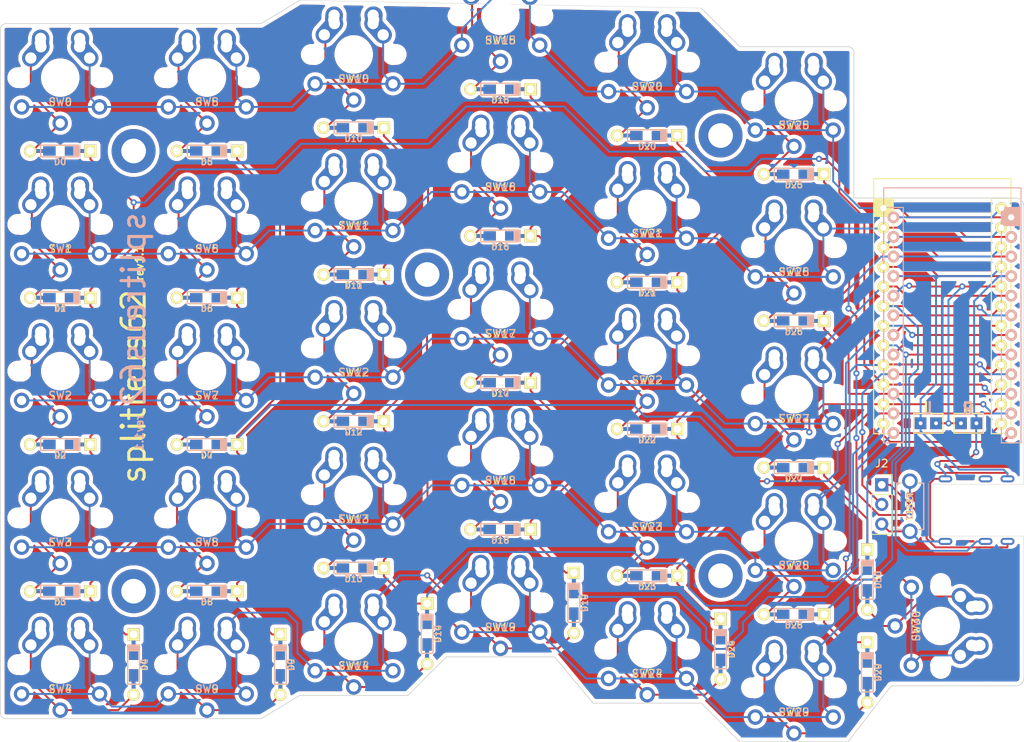
<source format=kicad_pcb>
(kicad_pcb (version 20171130) (host pcbnew "(5.1.4)-1")
  (title_block (title splitreus) (date 2020-02-14) (rev 1))
  (layers (0 F.Cu signal hide) (31 B.Cu signal hide) (34 B.Paste user hide) (35 F.Paste user hide) (36 B.SilkS user hide) (37 F.SilkS user hide) (38 B.Mask user hide) (39 F.Mask user hide) (44 Edge.Cuts user))
  (net 0 "")
  (net 1 "Net-(D0-Pad1)")
  (net 2 "Net-(D1-Pad1)")
  (net 3 "Net-(D2-Pad1)")
  (net 4 "Net-(D3-Pad1)")
  (net 5 "Net-(D4-Pad1)")
  (net 6 "Net-(D5-Pad1)")
  (net 7 "Net-(D6-Pad1)")
  (net 8 "Net-(D7-Pad1)")
  (net 9 "Net-(D8-Pad1)")
  (net 10 "Net-(D9-Pad1)")
  (net 11 "Net-(D10-Pad1)")
  (net 12 "Net-(D11-Pad1)")
  (net 13 "Net-(D12-Pad1)")
  (net 14 "Net-(D13-Pad1)")
  (net 15 "Net-(D14-Pad1)")
  (net 16 "Net-(D15-Pad1)")
  (net 17 "Net-(D16-Pad1)")
  (net 18 "Net-(D17-Pad1)")
  (net 19 "Net-(D18-Pad1)")
  (net 20 "Net-(D19-Pad1)")
  (net 21 "Net-(D21-Pad1)")
  (net 22 "Net-(D22-Pad1)")
  (net 23 "Net-(D23-Pad1)")
  (net 24 "Net-(D24-Pad1)")
  (net 25 "Net-(D25-Pad1)")
  (net 26 "Net-(D26-Pad1)")
  (net 27 "Net-(D27-Pad1)")
  (net 28 "Net-(D28-Pad1)")
  (net 29 "Net-(D29-Pad1)")
  (net 30 "Net-(D30-Pad1)")
  (net 31 ROW0)
  (net 32 ROW1)
  (net 33 ROW2)
  (net 34 ROW3)
  (net 35 ROW4)
  (net 36 ROW5)
  (net 37 COL0)
  (net 38 "Net-(U1-Pad18)")
  (net 39 SERIAL)
  (net 40 GND)
  (net 41 COL4)
  (net 42 COL2)
  (net 43 "Net-(U1-Pad19)")
  (net 44 VCC)
  (net 45 COL5)
  (net 46 "Net-(U1-Pad17)")
  (net 47 COL3)
  (net 48 COL1)
  (net 49 "Net-(U1-Pad24)")
  (net 50 "Net-(D20-Pad1)")
  (net 51 LED)
  (net 52 RST)
  (net 53 F4)
  (module MountingHole:MountingHole_3.2mm_M3_ISO7380_Pad (layer F.Cu) (at 85.5 64.5)
    (fp_text reference U6 hide)
    (fp_text value HOLE)
    (pad 1 thru_hole circle (at 0 0) (size 5.7 5.7) (drill 3.2) (layers *.Cu *.Mask))
  )
  (module MountingHole:MountingHole_3.2mm_M3_ISO7380_Pad (layer F.Cu) (at 85.5 7.5)
    (fp_text reference U5 hide)
    (fp_text value HOLE)
    (pad 1 thru_hole circle (at 0 0) (size 5.7 5.7) (drill 3.2) (layers *.Cu *.Mask))
  )
  (module MountingHole:MountingHole_3.2mm_M3_ISO7380_Pad (layer F.Cu) (at 47.5 25.5)
    (fp_text reference U4 hide)
    (fp_text value HOLE)
    (pad 1 thru_hole circle (at 0 0) (size 5.7 5.7) (drill 3.2) (layers *.Cu *.Mask))
  )
  (module MountingHole:MountingHole_3.2mm_M3_ISO7380_Pad (layer F.Cu) (at 9.5 66.5)
    (fp_text reference U3 hide)
    (fp_text value HOLE)
    (pad 1 thru_hole circle (at 0 0) (size 5.7 5.7) (drill 3.2) (layers *.Cu *.Mask))
  )
  (module MountingHole:MountingHole_3.2mm_M3_ISO7380_Pad (layer F.Cu) (at 9.5 9.5)
    (fp_text reference U2 hide)
    (fp_text value HOLE)
    (pad 1 thru_hole circle (at 0 0) (size 5.7 5.7) (drill 3.2) (layers *.Cu *.Mask))
  )
  (module Lily58-footprint:jumper_smd_2dub (layer F.Cu) (at 117.62388 44.75484)
    (fp_text reference W2 hide)
    (fp_text value Right)
    (pad 1 thru_hole rect (at -1 0) (size 1.524 1.524) (drill 0.5) (layers *.Cu *.Mask) (net 53 F4))
    (pad 2 thru_hole rect (at 1 0) (size 1.524 1.524) (drill 0.5) (layers *.Cu *.Mask) (net 40 GND))
  )
  (module Lily58-footprint:jumper_smd_2dub (layer F.Cu) (at 112.40164 44.75484 180)
    (fp_text reference W1 hide)
    (fp_text value Left)
    (pad 1 thru_hole rect (at -1 0 180) (size 1.524 1.524) (drill 0.5) (layers *.Cu *.Mask) (net 53 F4))
    (pad 2 thru_hole rect (at 1 0 180) (size 1.524 1.524) (drill 0.5) (layers *.Cu *.Mask) (net 44 VCC))
  )
  (module Lily58-footprint:TACT_SWITCH_TVBP06 (layer F.Cu) (at 110.01404 55.50412 270)
    (fp_text reference RST1 hide)
    (fp_text value RST_SWITCH hide)
    (fp_text user RESET (at 0 0 90) (layer B.SilkS) (effects (font (size 0.8 0.8)) (justify mirror)))
    (fp_text user RESET (at 0 0 270) (layer F.SilkS) (effects (font (size 0.8 0.8))))
    (pad 2 thru_hole circle (at 3.25 0 270) (size 2 2) (drill 1.3) (layers *.Cu *.Mask) (net 40 GND))
    (pad 1 thru_hole circle (at -3.25 0 270) (size 2 2) (drill 1.3) (layers *.Cu *.Mask) (net 52 RST))
  )
  (module Connector_PinSocket_2.54mm:PinSocket_1x03_P2.54mm_Vertical (layer F.Cu) (at 106.3666 52.72536)
    (fp_text reference J2 (at 0 -2.77) (layer F.SilkS))
    (fp_text value LED)
    (pad 3 thru_hole oval (at 0 5.08) (size 1.7 1.7) (drill 1) (layers *.Cu *.Mask) (net 40 GND))
    (pad 2 thru_hole oval (at 0 2.54) (size 1.7 1.7) (drill 1) (layers *.Cu *.Mask) (net 51 LED))
    (pad 1 thru_hole rect (at 0 0) (size 1.7 1.7) (drill 1) (layers *.Cu *.Mask) (net 44 VCC))
  )
  (module "Custom Footies:PJ-606-6A" (layer F.Cu) (at 126 56 270)
    (fp_text reference J1 hide)
    (fp_text value TRRS)
    (pad 5 thru_hole oval (at 4.05 6.2 270) (size 0.9 1.8) (drill oval 0.4 1.3) (layers *.Cu *.Mask) (net 39 SERIAL))
    (pad 6 thru_hole oval (at 4.05 3.35 270) (size 0.9 1.8) (drill oval 0.4 1.3) (layers *.Cu *.Mask) (net 44 VCC))
    (pad 4 thru_hole oval (at 4.05 11.4 270) (size 0.9 1.8) (drill oval 0.4 1.3) (layers *.Cu *.Mask) (net 40 GND))
    (pad 3 thru_hole oval (at -4.05 11.4 270) (size 0.9 1.8) (drill oval 0.4 1.3) (layers *.Cu *.Mask) (net 40 GND))
    (pad 2 thru_hole oval (at -4.05 6.2 270) (size 0.9 1.8) (drill oval 0.4 1.3) (layers *.Cu *.Mask))
    (pad 1 thru_hole oval (at -4.05 3.35 270) (size 0.9 1.8) (drill oval 0.4 1.3) (layers *.Cu *.Mask) (net 44 VCC))
  )
  (module Lily58-footprint:ProMicro_rev2 (layer F.Cu) (at 115.41 31.66)
    (fp_text reference U1 hide)
    (fp_text value ProMicro hide)
    (pad 24 thru_hole circle (at 6.42 -14.77) (size 1.524 1.524) (drill 0.8128) (layers *.Cu *.Mask F.SilkS) (net 49 "Net-(U1-Pad24)"))
    (pad 23 thru_hole circle (at 6.42 -12.23) (size 1.524 1.524) (drill 0.8128) (layers *.Cu *.Mask F.SilkS) (net 40 GND))
    (pad 22 thru_hole circle (at 6.42 -9.69) (size 1.524 1.524) (drill 0.8128) (layers *.Cu *.Mask F.SilkS) (net 52 RST))
    (pad 21 thru_hole circle (at 6.42 -7.15) (size 1.524 1.524) (drill 0.8128) (layers *.Cu *.Mask F.SilkS) (net 44 VCC))
    (pad 20 thru_hole circle (at 6.42 -4.61) (size 1.524 1.524) (drill 0.8128) (layers *.Cu *.Mask F.SilkS) (net 53 F4))
    (pad 19 thru_hole circle (at 6.42 -2.07) (size 1.524 1.524) (drill 0.8128) (layers *.Cu *.Mask F.SilkS) (net 43 "Net-(U1-Pad19)"))
    (pad 18 thru_hole circle (at 6.42 0.47) (size 1.524 1.524) (drill 0.8128) (layers *.Cu *.Mask F.SilkS) (net 38 "Net-(U1-Pad18)"))
    (pad 17 thru_hole circle (at 6.42 3.01) (size 1.524 1.524) (drill 0.8128) (layers *.Cu *.Mask F.SilkS) (net 46 "Net-(U1-Pad17)"))
    (pad 16 thru_hole circle (at 6.42 5.55) (size 1.524 1.524) (drill 0.8128) (layers *.Cu *.Mask F.SilkS) (net 51 LED))
    (pad 15 thru_hole circle (at 6.42 8.09) (size 1.524 1.524) (drill 0.8128) (layers *.Cu *.Mask F.SilkS) (net 45 COL5))
    (pad 14 thru_hole circle (at 6.42 10.63) (size 1.524 1.524) (drill 0.8128) (layers *.Cu *.Mask F.SilkS) (net 41 COL4))
    (pad 13 thru_hole circle (at 6.42 13.17) (size 1.524 1.524) (drill 0.8128) (layers *.Cu *.Mask F.SilkS) (net 47 COL3))
    (pad 12 thru_hole circle (at -8.82 13.17) (size 1.524 1.524) (drill 0.8128) (layers *.Cu *.Mask F.SilkS) (net 42 COL2))
    (pad 11 thru_hole circle (at -8.82 10.63) (size 1.524 1.524) (drill 0.8128) (layers *.Cu *.Mask F.SilkS) (net 48 COL1))
    (pad 10 thru_hole circle (at -8.82 8.09) (size 1.524 1.524) (drill 0.8128) (layers *.Cu *.Mask F.SilkS) (net 37 COL0))
    (pad 9 thru_hole circle (at -8.82 5.55) (size 1.524 1.524) (drill 0.8128) (layers *.Cu *.Mask F.SilkS) (net 36 ROW5))
    (pad 8 thru_hole circle (at -8.82 3.01) (size 1.524 1.524) (drill 0.8128) (layers *.Cu *.Mask F.SilkS) (net 35 ROW4))
    (pad 7 thru_hole circle (at -8.82 0.47) (size 1.524 1.524) (drill 0.8128) (layers *.Cu *.Mask F.SilkS) (net 34 ROW3))
    (pad 6 thru_hole circle (at -8.82 -2.07) (size 1.524 1.524) (drill 0.8128) (layers *.Cu *.Mask F.SilkS) (net 39 SERIAL))
    (pad 5 thru_hole circle (at -8.82 -4.61) (size 1.524 1.524) (drill 0.8128) (layers *.Cu *.Mask F.SilkS) (net 33 ROW2))
    (pad 4 thru_hole circle (at -8.82 -7.15) (size 1.524 1.524) (drill 0.8128) (layers *.Cu *.Mask F.SilkS) (net 40 GND))
    (pad 3 thru_hole circle (at -8.82 -9.69) (size 1.524 1.524) (drill 0.8128) (layers *.Cu *.Mask F.SilkS) (net 40 GND))
    (pad 2 thru_hole circle (at -8.82 -12.23) (size 1.524 1.524) (drill 0.8128) (layers *.Cu *.Mask F.SilkS) (net 32 ROW1))
    (pad 1 thru_hole circle (at -8.82 -14.77) (size 1.524 1.524) (drill 0.8128) (layers *.Cu *.Mask F.SilkS) (net 31 ROW0))
    (pad 5 thru_hole circle (at 7.718815 -3.414255 180) (size 1.524 1.524) (drill 0.8128) (layers *.Cu *.Mask B.SilkS) (net 33 ROW2))
    (pad 7 thru_hole circle (at 7.718815 1.665745 180) (size 1.524 1.524) (drill 0.8128) (layers *.Cu *.Mask B.SilkS) (net 34 ROW3))
    (pad 24 thru_hole circle (at -7.521185 -13.574255 180) (size 1.524 1.524) (drill 0.8128) (layers *.Cu *.Mask B.SilkS) (net 49 "Net-(U1-Pad24)"))
    (pad 2 thru_hole circle (at 7.718815 -11.034255 180) (size 1.524 1.524) (drill 0.8128) (layers *.Cu *.Mask B.SilkS) (net 32 ROW1))
    (pad 11 thru_hole circle (at 7.718815 11.825745 180) (size 1.524 1.524) (drill 0.8128) (layers *.Cu *.Mask B.SilkS) (net 48 COL1))
    (pad 13 thru_hole circle (at -7.521185 14.365745 180) (size 1.524 1.524) (drill 0.8128) (layers *.Cu *.Mask B.SilkS) (net 47 COL3))
    (pad 8 thru_hole circle (at 7.718815 4.205745 180) (size 1.524 1.524) (drill 0.8128) (layers *.Cu *.Mask B.SilkS) (net 35 ROW4))
    (pad 9 thru_hole circle (at 7.718815 6.745745 180) (size 1.524 1.524) (drill 0.8128) (layers *.Cu *.Mask B.SilkS) (net 36 ROW5))
    (pad 17 thru_hole circle (at -7.521185 4.205745 180) (size 1.524 1.524) (drill 0.8128) (layers *.Cu *.Mask B.SilkS) (net 46 "Net-(U1-Pad17)"))
    (pad 15 thru_hole circle (at -7.521185 9.285745 180) (size 1.524 1.524) (drill 0.8128) (layers *.Cu *.Mask B.SilkS) (net 45 COL5))
    (pad 20 thru_hole circle (at -7.521185 -3.414255 180) (size 1.524 1.524) (drill 0.8128) (layers *.Cu *.Mask B.SilkS) (net 53 F4))
    (pad 21 thru_hole circle (at -7.521185 -5.954255 180) (size 1.524 1.524) (drill 0.8128) (layers *.Cu *.Mask B.SilkS) (net 44 VCC))
    (pad 23 thru_hole circle (at -7.521185 -11.034255 180) (size 1.524 1.524) (drill 0.8128) (layers *.Cu *.Mask B.SilkS) (net 40 GND))
    (pad 19 thru_hole circle (at -7.521185 -0.874255 180) (size 1.524 1.524) (drill 0.8128) (layers *.Cu *.Mask B.SilkS) (net 43 "Net-(U1-Pad19)"))
    (pad 12 thru_hole circle (at 7.718815 14.365745 180) (size 1.524 1.524) (drill 0.8128) (layers *.Cu *.Mask B.SilkS) (net 42 COL2))
    (pad 16 thru_hole circle (at -7.521185 6.745745 180) (size 1.524 1.524) (drill 0.8128) (layers *.Cu *.Mask B.SilkS) (net 51 LED))
    (pad 1 thru_hole circle (at 7.718815 -13.574255 180) (size 1.524 1.524) (drill 0.8128) (layers *.Cu *.Mask B.SilkS) (net 31 ROW0))
    (pad 3 thru_hole circle (at 7.718815 -8.494255 180) (size 1.524 1.524) (drill 0.8128) (layers *.Cu *.Mask B.SilkS) (net 40 GND))
    (pad 14 thru_hole circle (at -7.521185 11.825745 180) (size 1.524 1.524) (drill 0.8128) (layers *.Cu *.Mask B.SilkS) (net 41 COL4))
    (pad 4 thru_hole circle (at 7.718815 -5.954255 180) (size 1.524 1.524) (drill 0.8128) (layers *.Cu *.Mask B.SilkS) (net 40 GND))
    (pad 6 thru_hole circle (at 7.718815 -0.874255 180) (size 1.524 1.524) (drill 0.8128) (layers *.Cu *.Mask B.SilkS) (net 39 SERIAL))
    (pad 18 thru_hole circle (at -7.521185 1.665745 180) (size 1.524 1.524) (drill 0.8128) (layers *.Cu *.Mask B.SilkS) (net 38 "Net-(U1-Pad18)"))
    (pad 10 thru_hole circle (at 7.718815 9.285745 180) (size 1.524 1.524) (drill 0.8128) (layers *.Cu *.Mask B.SilkS) (net 37 COL0))
    (pad 22 thru_hole circle (at -7.521185 -8.494255 180) (size 1.524 1.524) (drill 0.8128) (layers *.Cu *.Mask B.SilkS) (net 52 RST))
  )
  (module keebio:Diode-Hybrid-reversible (layer F.Cu) (at 104.5 65 90)
    (fp_text reference D30 (at -0.0254 1.4 90) (layer B.SilkS) (effects (font (size 0.8 0.8)) (justify mirror)))
    (fp_text value DIODE_SCHOTTKY_SOT23 hide)
    (fp_text user %R (at -0.0146 1.41 270) (layer F.SilkS) (effects (font (size 0.8 0.8))))
    (pad 2 smd rect (at 2.5 0 90) (size 2.9 0.5) (layers F.Cu) (net 45 COL5))
    (pad 2 smd rect (at 1.4 0 90) (size 1.6 1.2) (layers F.Cu F.Paste F.Mask) (net 45 COL5))
    (pad 1 smd rect (at -2.45 0 90) (size 2.9 0.5) (layers B.Cu) (net 30 "Net-(D30-Pad1)"))
    (pad 1 smd rect (at -1.4 0 90) (size 1.6 1.2) (layers F.Cu F.Paste F.Mask) (net 30 "Net-(D30-Pad1)"))
    (pad 2 thru_hole rect (at 3.9 0 90) (size 1.6 1.6) (drill 1) (layers *.Cu *.Mask F.SilkS) (net 45 COL5))
    (pad 1 thru_hole circle (at -3.9 0 90) (size 1.6 1.6) (drill 1) (layers *.Cu *.Mask F.SilkS) (net 30 "Net-(D30-Pad1)"))
    (pad 2 smd rect (at 2.5 0 90) (size 2.9 0.5) (layers B.Cu) (net 45 COL5))
    (pad 2 smd rect (at 1.4 0 90) (size 1.6 1.2) (layers B.Cu B.Paste B.Mask) (net 45 COL5))
    (pad 1 smd rect (at -1.4 0 90) (size 1.6 1.2) (layers B.Cu B.Paste B.Mask) (net 30 "Net-(D30-Pad1)"))
    (pad 1 smd rect (at -2.5 0 90) (size 2.9 0.5) (layers F.Cu) (net 30 "Net-(D30-Pad1)"))
  )
  (module keebio:Diode-Hybrid-reversible (layer F.Cu) (at 104.5 77 90)
    (fp_text reference D29 (at -0.0254 1.4 90) (layer B.SilkS) (effects (font (size 0.8 0.8)) (justify mirror)))
    (fp_text value DIODE_SCHOTTKY_SOT23 hide)
    (fp_text user %R (at -0.0146 1.41 270) (layer F.SilkS) (effects (font (size 0.8 0.8))))
    (pad 2 smd rect (at 2.5 0 90) (size 2.9 0.5) (layers F.Cu) (net 45 COL5))
    (pad 2 smd rect (at 1.4 0 90) (size 1.6 1.2) (layers F.Cu F.Paste F.Mask) (net 45 COL5))
    (pad 1 smd rect (at -2.45 0 90) (size 2.9 0.5) (layers B.Cu) (net 29 "Net-(D29-Pad1)"))
    (pad 1 smd rect (at -1.4 0 90) (size 1.6 1.2) (layers F.Cu F.Paste F.Mask) (net 29 "Net-(D29-Pad1)"))
    (pad 2 thru_hole rect (at 3.9 0 90) (size 1.6 1.6) (drill 1) (layers *.Cu *.Mask F.SilkS) (net 45 COL5))
    (pad 1 thru_hole circle (at -3.9 0 90) (size 1.6 1.6) (drill 1) (layers *.Cu *.Mask F.SilkS) (net 29 "Net-(D29-Pad1)"))
    (pad 2 smd rect (at 2.5 0 90) (size 2.9 0.5) (layers B.Cu) (net 45 COL5))
    (pad 2 smd rect (at 1.4 0 90) (size 1.6 1.2) (layers B.Cu B.Paste B.Mask) (net 45 COL5))
    (pad 1 smd rect (at -1.4 0 90) (size 1.6 1.2) (layers B.Cu B.Paste B.Mask) (net 29 "Net-(D29-Pad1)"))
    (pad 1 smd rect (at -2.5 0 90) (size 2.9 0.5) (layers F.Cu) (net 29 "Net-(D29-Pad1)"))
  )
  (module keebio:Diode-Hybrid-reversible (layer F.Cu) (at 95 69.5)
    (fp_text reference D28 (at -0.0254 1.4) (layer B.SilkS) (effects (font (size 0.8 0.8)) (justify mirror)))
    (fp_text value DIODE_SCHOTTKY_SOT23 hide)
    (fp_text user %R (at -0.0146 1.41 180) (layer F.SilkS) (effects (font (size 0.8 0.8))))
    (pad 2 smd rect (at 2.5 0) (size 2.9 0.5) (layers F.Cu) (net 45 COL5))
    (pad 2 smd rect (at 1.4 0) (size 1.6 1.2) (layers F.Cu F.Paste F.Mask) (net 45 COL5))
    (pad 1 smd rect (at -2.45 0) (size 2.9 0.5) (layers B.Cu) (net 28 "Net-(D28-Pad1)"))
    (pad 1 smd rect (at -1.4 0) (size 1.6 1.2) (layers F.Cu F.Paste F.Mask) (net 28 "Net-(D28-Pad1)"))
    (pad 2 thru_hole rect (at 3.9 0) (size 1.6 1.6) (drill 1) (layers *.Cu *.Mask F.SilkS) (net 45 COL5))
    (pad 1 thru_hole circle (at -3.9 0) (size 1.6 1.6) (drill 1) (layers *.Cu *.Mask F.SilkS) (net 28 "Net-(D28-Pad1)"))
    (pad 2 smd rect (at 2.5 0) (size 2.9 0.5) (layers B.Cu) (net 45 COL5))
    (pad 2 smd rect (at 1.4 0) (size 1.6 1.2) (layers B.Cu B.Paste B.Mask) (net 45 COL5))
    (pad 1 smd rect (at -1.4 0) (size 1.6 1.2) (layers B.Cu B.Paste B.Mask) (net 28 "Net-(D28-Pad1)"))
    (pad 1 smd rect (at -2.5 0) (size 2.9 0.5) (layers F.Cu) (net 28 "Net-(D28-Pad1)"))
  )
  (module keebio:Diode-Hybrid-reversible (layer F.Cu) (at 95 50.5)
    (fp_text reference D27 (at -0.0254 1.4) (layer B.SilkS) (effects (font (size 0.8 0.8)) (justify mirror)))
    (fp_text value DIODE_SCHOTTKY_SOT23 hide)
    (fp_text user %R (at -0.0146 1.41 180) (layer F.SilkS) (effects (font (size 0.8 0.8))))
    (pad 2 smd rect (at 2.5 0) (size 2.9 0.5) (layers F.Cu) (net 45 COL5))
    (pad 2 smd rect (at 1.4 0) (size 1.6 1.2) (layers F.Cu F.Paste F.Mask) (net 45 COL5))
    (pad 1 smd rect (at -2.45 0) (size 2.9 0.5) (layers B.Cu) (net 27 "Net-(D27-Pad1)"))
    (pad 1 smd rect (at -1.4 0) (size 1.6 1.2) (layers F.Cu F.Paste F.Mask) (net 27 "Net-(D27-Pad1)"))
    (pad 2 thru_hole rect (at 3.9 0) (size 1.6 1.6) (drill 1) (layers *.Cu *.Mask F.SilkS) (net 45 COL5))
    (pad 1 thru_hole circle (at -3.9 0) (size 1.6 1.6) (drill 1) (layers *.Cu *.Mask F.SilkS) (net 27 "Net-(D27-Pad1)"))
    (pad 2 smd rect (at 2.5 0) (size 2.9 0.5) (layers B.Cu) (net 45 COL5))
    (pad 2 smd rect (at 1.4 0) (size 1.6 1.2) (layers B.Cu B.Paste B.Mask) (net 45 COL5))
    (pad 1 smd rect (at -1.4 0) (size 1.6 1.2) (layers B.Cu B.Paste B.Mask) (net 27 "Net-(D27-Pad1)"))
    (pad 1 smd rect (at -2.5 0) (size 2.9 0.5) (layers F.Cu) (net 27 "Net-(D27-Pad1)"))
  )
  (module keebio:Diode-Hybrid-reversible (layer F.Cu) (at 95 31.5)
    (fp_text reference D26 (at -0.0254 1.4) (layer B.SilkS) (effects (font (size 0.8 0.8)) (justify mirror)))
    (fp_text value DIODE_SCHOTTKY_SOT23 hide)
    (fp_text user %R (at -0.0146 1.41 180) (layer F.SilkS) (effects (font (size 0.8 0.8))))
    (pad 2 smd rect (at 2.5 0) (size 2.9 0.5) (layers F.Cu) (net 45 COL5))
    (pad 2 smd rect (at 1.4 0) (size 1.6 1.2) (layers F.Cu F.Paste F.Mask) (net 45 COL5))
    (pad 1 smd rect (at -2.45 0) (size 2.9 0.5) (layers B.Cu) (net 26 "Net-(D26-Pad1)"))
    (pad 1 smd rect (at -1.4 0) (size 1.6 1.2) (layers F.Cu F.Paste F.Mask) (net 26 "Net-(D26-Pad1)"))
    (pad 2 thru_hole rect (at 3.9 0) (size 1.6 1.6) (drill 1) (layers *.Cu *.Mask F.SilkS) (net 45 COL5))
    (pad 1 thru_hole circle (at -3.9 0) (size 1.6 1.6) (drill 1) (layers *.Cu *.Mask F.SilkS) (net 26 "Net-(D26-Pad1)"))
    (pad 2 smd rect (at 2.5 0) (size 2.9 0.5) (layers B.Cu) (net 45 COL5))
    (pad 2 smd rect (at 1.4 0) (size 1.6 1.2) (layers B.Cu B.Paste B.Mask) (net 45 COL5))
    (pad 1 smd rect (at -1.4 0) (size 1.6 1.2) (layers B.Cu B.Paste B.Mask) (net 26 "Net-(D26-Pad1)"))
    (pad 1 smd rect (at -2.5 0) (size 2.9 0.5) (layers F.Cu) (net 26 "Net-(D26-Pad1)"))
  )
  (module keebio:Diode-Hybrid-reversible (layer F.Cu) (at 95 12.5)
    (fp_text reference D25 (at -0.0254 1.4) (layer B.SilkS) (effects (font (size 0.8 0.8)) (justify mirror)))
    (fp_text value DIODE_SCHOTTKY_SOT23 hide)
    (fp_text user %R (at -0.0146 1.41 180) (layer F.SilkS) (effects (font (size 0.8 0.8))))
    (pad 2 smd rect (at 2.5 0) (size 2.9 0.5) (layers F.Cu) (net 45 COL5))
    (pad 2 smd rect (at 1.4 0) (size 1.6 1.2) (layers F.Cu F.Paste F.Mask) (net 45 COL5))
    (pad 1 smd rect (at -2.45 0) (size 2.9 0.5) (layers B.Cu) (net 25 "Net-(D25-Pad1)"))
    (pad 1 smd rect (at -1.4 0) (size 1.6 1.2) (layers F.Cu F.Paste F.Mask) (net 25 "Net-(D25-Pad1)"))
    (pad 2 thru_hole rect (at 3.9 0) (size 1.6 1.6) (drill 1) (layers *.Cu *.Mask F.SilkS) (net 45 COL5))
    (pad 1 thru_hole circle (at -3.9 0) (size 1.6 1.6) (drill 1) (layers *.Cu *.Mask F.SilkS) (net 25 "Net-(D25-Pad1)"))
    (pad 2 smd rect (at 2.5 0) (size 2.9 0.5) (layers B.Cu) (net 45 COL5))
    (pad 2 smd rect (at 1.4 0) (size 1.6 1.2) (layers B.Cu B.Paste B.Mask) (net 45 COL5))
    (pad 1 smd rect (at -1.4 0) (size 1.6 1.2) (layers B.Cu B.Paste B.Mask) (net 25 "Net-(D25-Pad1)"))
    (pad 1 smd rect (at -2.5 0) (size 2.9 0.5) (layers F.Cu) (net 25 "Net-(D25-Pad1)"))
  )
  (module keebio:Diode-Hybrid-reversible (layer F.Cu) (at 85.5 74 90)
    (fp_text reference D24 (at -0.0254 1.4 90) (layer B.SilkS) (effects (font (size 0.8 0.8)) (justify mirror)))
    (fp_text value DIODE_SCHOTTKY_SOT23 hide)
    (fp_text user %R (at -0.0146 1.41 270) (layer F.SilkS) (effects (font (size 0.8 0.8))))
    (pad 2 smd rect (at 2.5 0 90) (size 2.9 0.5) (layers F.Cu) (net 41 COL4))
    (pad 2 smd rect (at 1.4 0 90) (size 1.6 1.2) (layers F.Cu F.Paste F.Mask) (net 41 COL4))
    (pad 1 smd rect (at -2.45 0 90) (size 2.9 0.5) (layers B.Cu) (net 24 "Net-(D24-Pad1)"))
    (pad 1 smd rect (at -1.4 0 90) (size 1.6 1.2) (layers F.Cu F.Paste F.Mask) (net 24 "Net-(D24-Pad1)"))
    (pad 2 thru_hole rect (at 3.9 0 90) (size 1.6 1.6) (drill 1) (layers *.Cu *.Mask F.SilkS) (net 41 COL4))
    (pad 1 thru_hole circle (at -3.9 0 90) (size 1.6 1.6) (drill 1) (layers *.Cu *.Mask F.SilkS) (net 24 "Net-(D24-Pad1)"))
    (pad 2 smd rect (at 2.5 0 90) (size 2.9 0.5) (layers B.Cu) (net 41 COL4))
    (pad 2 smd rect (at 1.4 0 90) (size 1.6 1.2) (layers B.Cu B.Paste B.Mask) (net 41 COL4))
    (pad 1 smd rect (at -1.4 0 90) (size 1.6 1.2) (layers B.Cu B.Paste B.Mask) (net 24 "Net-(D24-Pad1)"))
    (pad 1 smd rect (at -2.5 0 90) (size 2.9 0.5) (layers F.Cu) (net 24 "Net-(D24-Pad1)"))
  )
  (module keebio:Diode-Hybrid-reversible (layer F.Cu) (at 76 64.5)
    (fp_text reference D23 (at -0.0254 1.4) (layer B.SilkS) (effects (font (size 0.8 0.8)) (justify mirror)))
    (fp_text value DIODE_SCHOTTKY_SOT23 hide)
    (fp_text user %R (at -0.0146 1.41 180) (layer F.SilkS) (effects (font (size 0.8 0.8))))
    (pad 2 smd rect (at 2.5 0) (size 2.9 0.5) (layers F.Cu) (net 41 COL4))
    (pad 2 smd rect (at 1.4 0) (size 1.6 1.2) (layers F.Cu F.Paste F.Mask) (net 41 COL4))
    (pad 1 smd rect (at -2.45 0) (size 2.9 0.5) (layers B.Cu) (net 23 "Net-(D23-Pad1)"))
    (pad 1 smd rect (at -1.4 0) (size 1.6 1.2) (layers F.Cu F.Paste F.Mask) (net 23 "Net-(D23-Pad1)"))
    (pad 2 thru_hole rect (at 3.9 0) (size 1.6 1.6) (drill 1) (layers *.Cu *.Mask F.SilkS) (net 41 COL4))
    (pad 1 thru_hole circle (at -3.9 0) (size 1.6 1.6) (drill 1) (layers *.Cu *.Mask F.SilkS) (net 23 "Net-(D23-Pad1)"))
    (pad 2 smd rect (at 2.5 0) (size 2.9 0.5) (layers B.Cu) (net 41 COL4))
    (pad 2 smd rect (at 1.4 0) (size 1.6 1.2) (layers B.Cu B.Paste B.Mask) (net 41 COL4))
    (pad 1 smd rect (at -1.4 0) (size 1.6 1.2) (layers B.Cu B.Paste B.Mask) (net 23 "Net-(D23-Pad1)"))
    (pad 1 smd rect (at -2.5 0) (size 2.9 0.5) (layers F.Cu) (net 23 "Net-(D23-Pad1)"))
  )
  (module keebio:Diode-Hybrid-reversible (layer F.Cu) (at 76 45.5)
    (fp_text reference D22 (at -0.0254 1.4) (layer B.SilkS) (effects (font (size 0.8 0.8)) (justify mirror)))
    (fp_text value DIODE_SCHOTTKY_SOT23 hide)
    (fp_text user %R (at -0.0146 1.41 180) (layer F.SilkS) (effects (font (size 0.8 0.8))))
    (pad 2 smd rect (at 2.5 0) (size 2.9 0.5) (layers F.Cu) (net 41 COL4))
    (pad 2 smd rect (at 1.4 0) (size 1.6 1.2) (layers F.Cu F.Paste F.Mask) (net 41 COL4))
    (pad 1 smd rect (at -2.45 0) (size 2.9 0.5) (layers B.Cu) (net 22 "Net-(D22-Pad1)"))
    (pad 1 smd rect (at -1.4 0) (size 1.6 1.2) (layers F.Cu F.Paste F.Mask) (net 22 "Net-(D22-Pad1)"))
    (pad 2 thru_hole rect (at 3.9 0) (size 1.6 1.6) (drill 1) (layers *.Cu *.Mask F.SilkS) (net 41 COL4))
    (pad 1 thru_hole circle (at -3.9 0) (size 1.6 1.6) (drill 1) (layers *.Cu *.Mask F.SilkS) (net 22 "Net-(D22-Pad1)"))
    (pad 2 smd rect (at 2.5 0) (size 2.9 0.5) (layers B.Cu) (net 41 COL4))
    (pad 2 smd rect (at 1.4 0) (size 1.6 1.2) (layers B.Cu B.Paste B.Mask) (net 41 COL4))
    (pad 1 smd rect (at -1.4 0) (size 1.6 1.2) (layers B.Cu B.Paste B.Mask) (net 22 "Net-(D22-Pad1)"))
    (pad 1 smd rect (at -2.5 0) (size 2.9 0.5) (layers F.Cu) (net 22 "Net-(D22-Pad1)"))
  )
  (module keebio:Diode-Hybrid-reversible (layer F.Cu) (at 76 26.5)
    (fp_text reference D21 (at -0.0254 1.4) (layer B.SilkS) (effects (font (size 0.8 0.8)) (justify mirror)))
    (fp_text value DIODE_SCHOTTKY_SOT23 hide)
    (fp_text user %R (at -0.0146 1.41 180) (layer F.SilkS) (effects (font (size 0.8 0.8))))
    (pad 2 smd rect (at 2.5 0) (size 2.9 0.5) (layers F.Cu) (net 41 COL4))
    (pad 2 smd rect (at 1.4 0) (size 1.6 1.2) (layers F.Cu F.Paste F.Mask) (net 41 COL4))
    (pad 1 smd rect (at -2.45 0) (size 2.9 0.5) (layers B.Cu) (net 21 "Net-(D21-Pad1)"))
    (pad 1 smd rect (at -1.4 0) (size 1.6 1.2) (layers F.Cu F.Paste F.Mask) (net 21 "Net-(D21-Pad1)"))
    (pad 2 thru_hole rect (at 3.9 0) (size 1.6 1.6) (drill 1) (layers *.Cu *.Mask F.SilkS) (net 41 COL4))
    (pad 1 thru_hole circle (at -3.9 0) (size 1.6 1.6) (drill 1) (layers *.Cu *.Mask F.SilkS) (net 21 "Net-(D21-Pad1)"))
    (pad 2 smd rect (at 2.5 0) (size 2.9 0.5) (layers B.Cu) (net 41 COL4))
    (pad 2 smd rect (at 1.4 0) (size 1.6 1.2) (layers B.Cu B.Paste B.Mask) (net 41 COL4))
    (pad 1 smd rect (at -1.4 0) (size 1.6 1.2) (layers B.Cu B.Paste B.Mask) (net 21 "Net-(D21-Pad1)"))
    (pad 1 smd rect (at -2.5 0) (size 2.9 0.5) (layers F.Cu) (net 21 "Net-(D21-Pad1)"))
  )
  (module keebio:Diode-Hybrid-reversible (layer F.Cu) (at 76 7.5)
    (fp_text reference D20 (at -0.0254 1.4) (layer B.SilkS) (effects (font (size 0.8 0.8)) (justify mirror)))
    (fp_text value DIODE_SCHOTTKY_SOT23 hide)
    (fp_text user %R (at -0.0146 1.41 180) (layer F.SilkS) (effects (font (size 0.8 0.8))))
    (pad 2 smd rect (at 2.5 0) (size 2.9 0.5) (layers F.Cu) (net 41 COL4))
    (pad 2 smd rect (at 1.4 0) (size 1.6 1.2) (layers F.Cu F.Paste F.Mask) (net 41 COL4))
    (pad 1 smd rect (at -2.45 0) (size 2.9 0.5) (layers B.Cu) (net 50 "Net-(D20-Pad1)"))
    (pad 1 smd rect (at -1.4 0) (size 1.6 1.2) (layers F.Cu F.Paste F.Mask) (net 50 "Net-(D20-Pad1)"))
    (pad 2 thru_hole rect (at 3.9 0) (size 1.6 1.6) (drill 1) (layers *.Cu *.Mask F.SilkS) (net 41 COL4))
    (pad 1 thru_hole circle (at -3.9 0) (size 1.6 1.6) (drill 1) (layers *.Cu *.Mask F.SilkS) (net 50 "Net-(D20-Pad1)"))
    (pad 2 smd rect (at 2.5 0) (size 2.9 0.5) (layers B.Cu) (net 41 COL4))
    (pad 2 smd rect (at 1.4 0) (size 1.6 1.2) (layers B.Cu B.Paste B.Mask) (net 41 COL4))
    (pad 1 smd rect (at -1.4 0) (size 1.6 1.2) (layers B.Cu B.Paste B.Mask) (net 50 "Net-(D20-Pad1)"))
    (pad 1 smd rect (at -2.5 0) (size 2.9 0.5) (layers F.Cu) (net 50 "Net-(D20-Pad1)"))
  )
  (module keebio:Diode-Hybrid-reversible (layer F.Cu) (at 66.5 68 90)
    (fp_text reference D19 (at -0.0254 1.4 90) (layer B.SilkS) (effects (font (size 0.8 0.8)) (justify mirror)))
    (fp_text value DIODE_SCHOTTKY_SOT23 hide)
    (fp_text user %R (at -0.0146 1.41 270) (layer F.SilkS) (effects (font (size 0.8 0.8))))
    (pad 2 smd rect (at 2.5 0 90) (size 2.9 0.5) (layers F.Cu) (net 47 COL3))
    (pad 2 smd rect (at 1.4 0 90) (size 1.6 1.2) (layers F.Cu F.Paste F.Mask) (net 47 COL3))
    (pad 1 smd rect (at -2.45 0 90) (size 2.9 0.5) (layers B.Cu) (net 20 "Net-(D19-Pad1)"))
    (pad 1 smd rect (at -1.4 0 90) (size 1.6 1.2) (layers F.Cu F.Paste F.Mask) (net 20 "Net-(D19-Pad1)"))
    (pad 2 thru_hole rect (at 3.9 0 90) (size 1.6 1.6) (drill 1) (layers *.Cu *.Mask F.SilkS) (net 47 COL3))
    (pad 1 thru_hole circle (at -3.9 0 90) (size 1.6 1.6) (drill 1) (layers *.Cu *.Mask F.SilkS) (net 20 "Net-(D19-Pad1)"))
    (pad 2 smd rect (at 2.5 0 90) (size 2.9 0.5) (layers B.Cu) (net 47 COL3))
    (pad 2 smd rect (at 1.4 0 90) (size 1.6 1.2) (layers B.Cu B.Paste B.Mask) (net 47 COL3))
    (pad 1 smd rect (at -1.4 0 90) (size 1.6 1.2) (layers B.Cu B.Paste B.Mask) (net 20 "Net-(D19-Pad1)"))
    (pad 1 smd rect (at -2.5 0 90) (size 2.9 0.5) (layers F.Cu) (net 20 "Net-(D19-Pad1)"))
  )
  (module keebio:Diode-Hybrid-reversible (layer F.Cu) (at 57 58.5)
    (fp_text reference D18 (at -0.0254 1.4) (layer B.SilkS) (effects (font (size 0.8 0.8)) (justify mirror)))
    (fp_text value DIODE_SCHOTTKY_SOT23 hide)
    (fp_text user %R (at -0.0146 1.41 180) (layer F.SilkS) (effects (font (size 0.8 0.8))))
    (pad 2 smd rect (at 2.5 0) (size 2.9 0.5) (layers F.Cu) (net 47 COL3))
    (pad 2 smd rect (at 1.4 0) (size 1.6 1.2) (layers F.Cu F.Paste F.Mask) (net 47 COL3))
    (pad 1 smd rect (at -2.45 0) (size 2.9 0.5) (layers B.Cu) (net 19 "Net-(D18-Pad1)"))
    (pad 1 smd rect (at -1.4 0) (size 1.6 1.2) (layers F.Cu F.Paste F.Mask) (net 19 "Net-(D18-Pad1)"))
    (pad 2 thru_hole rect (at 3.9 0) (size 1.6 1.6) (drill 1) (layers *.Cu *.Mask F.SilkS) (net 47 COL3))
    (pad 1 thru_hole circle (at -3.9 0) (size 1.6 1.6) (drill 1) (layers *.Cu *.Mask F.SilkS) (net 19 "Net-(D18-Pad1)"))
    (pad 2 smd rect (at 2.5 0) (size 2.9 0.5) (layers B.Cu) (net 47 COL3))
    (pad 2 smd rect (at 1.4 0) (size 1.6 1.2) (layers B.Cu B.Paste B.Mask) (net 47 COL3))
    (pad 1 smd rect (at -1.4 0) (size 1.6 1.2) (layers B.Cu B.Paste B.Mask) (net 19 "Net-(D18-Pad1)"))
    (pad 1 smd rect (at -2.5 0) (size 2.9 0.5) (layers F.Cu) (net 19 "Net-(D18-Pad1)"))
  )
  (module keebio:Diode-Hybrid-reversible (layer F.Cu) (at 57 39.5)
    (fp_text reference D17 (at -0.0254 1.4) (layer B.SilkS) (effects (font (size 0.8 0.8)) (justify mirror)))
    (fp_text value DIODE_SCHOTTKY_SOT23 hide)
    (fp_text user %R (at -0.0146 1.41 180) (layer F.SilkS) (effects (font (size 0.8 0.8))))
    (pad 2 smd rect (at 2.5 0) (size 2.9 0.5) (layers F.Cu) (net 47 COL3))
    (pad 2 smd rect (at 1.4 0) (size 1.6 1.2) (layers F.Cu F.Paste F.Mask) (net 47 COL3))
    (pad 1 smd rect (at -2.45 0) (size 2.9 0.5) (layers B.Cu) (net 18 "Net-(D17-Pad1)"))
    (pad 1 smd rect (at -1.4 0) (size 1.6 1.2) (layers F.Cu F.Paste F.Mask) (net 18 "Net-(D17-Pad1)"))
    (pad 2 thru_hole rect (at 3.9 0) (size 1.6 1.6) (drill 1) (layers *.Cu *.Mask F.SilkS) (net 47 COL3))
    (pad 1 thru_hole circle (at -3.9 0) (size 1.6 1.6) (drill 1) (layers *.Cu *.Mask F.SilkS) (net 18 "Net-(D17-Pad1)"))
    (pad 2 smd rect (at 2.5 0) (size 2.9 0.5) (layers B.Cu) (net 47 COL3))
    (pad 2 smd rect (at 1.4 0) (size 1.6 1.2) (layers B.Cu B.Paste B.Mask) (net 47 COL3))
    (pad 1 smd rect (at -1.4 0) (size 1.6 1.2) (layers B.Cu B.Paste B.Mask) (net 18 "Net-(D17-Pad1)"))
    (pad 1 smd rect (at -2.5 0) (size 2.9 0.5) (layers F.Cu) (net 18 "Net-(D17-Pad1)"))
  )
  (module keebio:Diode-Hybrid-reversible (layer F.Cu) (at 57 1.5)
    (fp_text reference D15 (at -0.0254 1.4) (layer B.SilkS) (effects (font (size 0.8 0.8)) (justify mirror)))
    (fp_text value DIODE_SCHOTTKY_SOT23 hide)
    (fp_text user %R (at -0.0146 1.41 180) (layer F.SilkS) (effects (font (size 0.8 0.8))))
    (pad 2 smd rect (at 2.5 0) (size 2.9 0.5) (layers F.Cu) (net 47 COL3))
    (pad 2 smd rect (at 1.4 0) (size 1.6 1.2) (layers F.Cu F.Paste F.Mask) (net 47 COL3))
    (pad 1 smd rect (at -2.45 0) (size 2.9 0.5) (layers B.Cu) (net 16 "Net-(D15-Pad1)"))
    (pad 1 smd rect (at -1.4 0) (size 1.6 1.2) (layers F.Cu F.Paste F.Mask) (net 16 "Net-(D15-Pad1)"))
    (pad 2 thru_hole rect (at 3.9 0) (size 1.6 1.6) (drill 1) (layers *.Cu *.Mask F.SilkS) (net 47 COL3))
    (pad 1 thru_hole circle (at -3.9 0) (size 1.6 1.6) (drill 1) (layers *.Cu *.Mask F.SilkS) (net 16 "Net-(D15-Pad1)"))
    (pad 2 smd rect (at 2.5 0) (size 2.9 0.5) (layers B.Cu) (net 47 COL3))
    (pad 2 smd rect (at 1.4 0) (size 1.6 1.2) (layers B.Cu B.Paste B.Mask) (net 47 COL3))
    (pad 1 smd rect (at -1.4 0) (size 1.6 1.2) (layers B.Cu B.Paste B.Mask) (net 16 "Net-(D15-Pad1)"))
    (pad 1 smd rect (at -2.5 0) (size 2.9 0.5) (layers F.Cu) (net 16 "Net-(D15-Pad1)"))
  )
  (module keebio:Diode-Hybrid-reversible (layer F.Cu) (at 47.5 72 90)
    (fp_text reference D14 (at -0.0254 1.4 90) (layer B.SilkS) (effects (font (size 0.8 0.8)) (justify mirror)))
    (fp_text value DIODE_SCHOTTKY_SOT23 hide)
    (fp_text user %R (at -0.0146 1.41 270) (layer F.SilkS) (effects (font (size 0.8 0.8))))
    (pad 2 smd rect (at 2.5 0 90) (size 2.9 0.5) (layers F.Cu) (net 42 COL2))
    (pad 2 smd rect (at 1.4 0 90) (size 1.6 1.2) (layers F.Cu F.Paste F.Mask) (net 42 COL2))
    (pad 1 smd rect (at -2.45 0 90) (size 2.9 0.5) (layers B.Cu) (net 15 "Net-(D14-Pad1)"))
    (pad 1 smd rect (at -1.4 0 90) (size 1.6 1.2) (layers F.Cu F.Paste F.Mask) (net 15 "Net-(D14-Pad1)"))
    (pad 2 thru_hole rect (at 3.9 0 90) (size 1.6 1.6) (drill 1) (layers *.Cu *.Mask F.SilkS) (net 42 COL2))
    (pad 1 thru_hole circle (at -3.9 0 90) (size 1.6 1.6) (drill 1) (layers *.Cu *.Mask F.SilkS) (net 15 "Net-(D14-Pad1)"))
    (pad 2 smd rect (at 2.5 0 90) (size 2.9 0.5) (layers B.Cu) (net 42 COL2))
    (pad 2 smd rect (at 1.4 0 90) (size 1.6 1.2) (layers B.Cu B.Paste B.Mask) (net 42 COL2))
    (pad 1 smd rect (at -1.4 0 90) (size 1.6 1.2) (layers B.Cu B.Paste B.Mask) (net 15 "Net-(D14-Pad1)"))
    (pad 1 smd rect (at -2.5 0 90) (size 2.9 0.5) (layers F.Cu) (net 15 "Net-(D14-Pad1)"))
  )
  (module keebio:Diode-Hybrid-reversible (layer F.Cu) (at 38 63.5)
    (fp_text reference D13 (at -0.0254 1.4) (layer B.SilkS) (effects (font (size 0.8 0.8)) (justify mirror)))
    (fp_text value DIODE_SCHOTTKY_SOT23 hide)
    (fp_text user %R (at -0.0146 1.41 180) (layer F.SilkS) (effects (font (size 0.8 0.8))))
    (pad 2 smd rect (at 2.5 0) (size 2.9 0.5) (layers F.Cu) (net 42 COL2))
    (pad 2 smd rect (at 1.4 0) (size 1.6 1.2) (layers F.Cu F.Paste F.Mask) (net 42 COL2))
    (pad 1 smd rect (at -2.45 0) (size 2.9 0.5) (layers B.Cu) (net 14 "Net-(D13-Pad1)"))
    (pad 1 smd rect (at -1.4 0) (size 1.6 1.2) (layers F.Cu F.Paste F.Mask) (net 14 "Net-(D13-Pad1)"))
    (pad 2 thru_hole rect (at 3.9 0) (size 1.6 1.6) (drill 1) (layers *.Cu *.Mask F.SilkS) (net 42 COL2))
    (pad 1 thru_hole circle (at -3.9 0) (size 1.6 1.6) (drill 1) (layers *.Cu *.Mask F.SilkS) (net 14 "Net-(D13-Pad1)"))
    (pad 2 smd rect (at 2.5 0) (size 2.9 0.5) (layers B.Cu) (net 42 COL2))
    (pad 2 smd rect (at 1.4 0) (size 1.6 1.2) (layers B.Cu B.Paste B.Mask) (net 42 COL2))
    (pad 1 smd rect (at -1.4 0) (size 1.6 1.2) (layers B.Cu B.Paste B.Mask) (net 14 "Net-(D13-Pad1)"))
    (pad 1 smd rect (at -2.5 0) (size 2.9 0.5) (layers F.Cu) (net 14 "Net-(D13-Pad1)"))
  )
  (module keebio:Diode-Hybrid-reversible (layer F.Cu) (at 38 44.5)
    (fp_text reference D12 (at -0.0254 1.4) (layer B.SilkS) (effects (font (size 0.8 0.8)) (justify mirror)))
    (fp_text value DIODE_SCHOTTKY_SOT23 hide)
    (fp_text user %R (at -0.0146 1.41 180) (layer F.SilkS) (effects (font (size 0.8 0.8))))
    (pad 2 smd rect (at 2.5 0) (size 2.9 0.5) (layers F.Cu) (net 42 COL2))
    (pad 2 smd rect (at 1.4 0) (size 1.6 1.2) (layers F.Cu F.Paste F.Mask) (net 42 COL2))
    (pad 1 smd rect (at -2.45 0) (size 2.9 0.5) (layers B.Cu) (net 13 "Net-(D12-Pad1)"))
    (pad 1 smd rect (at -1.4 0) (size 1.6 1.2) (layers F.Cu F.Paste F.Mask) (net 13 "Net-(D12-Pad1)"))
    (pad 2 thru_hole rect (at 3.9 0) (size 1.6 1.6) (drill 1) (layers *.Cu *.Mask F.SilkS) (net 42 COL2))
    (pad 1 thru_hole circle (at -3.9 0) (size 1.6 1.6) (drill 1) (layers *.Cu *.Mask F.SilkS) (net 13 "Net-(D12-Pad1)"))
    (pad 2 smd rect (at 2.5 0) (size 2.9 0.5) (layers B.Cu) (net 42 COL2))
    (pad 2 smd rect (at 1.4 0) (size 1.6 1.2) (layers B.Cu B.Paste B.Mask) (net 42 COL2))
    (pad 1 smd rect (at -1.4 0) (size 1.6 1.2) (layers B.Cu B.Paste B.Mask) (net 13 "Net-(D12-Pad1)"))
    (pad 1 smd rect (at -2.5 0) (size 2.9 0.5) (layers F.Cu) (net 13 "Net-(D12-Pad1)"))
  )
  (module keebio:Diode-Hybrid-reversible (layer F.Cu) (at 38 25.5)
    (fp_text reference D11 (at -0.0254 1.4) (layer B.SilkS) (effects (font (size 0.8 0.8)) (justify mirror)))
    (fp_text value DIODE_SCHOTTKY_SOT23 hide)
    (fp_text user %R (at -0.0146 1.41 180) (layer F.SilkS) (effects (font (size 0.8 0.8))))
    (pad 2 smd rect (at 2.5 0) (size 2.9 0.5) (layers F.Cu) (net 42 COL2))
    (pad 2 smd rect (at 1.4 0) (size 1.6 1.2) (layers F.Cu F.Paste F.Mask) (net 42 COL2))
    (pad 1 smd rect (at -2.45 0) (size 2.9 0.5) (layers B.Cu) (net 12 "Net-(D11-Pad1)"))
    (pad 1 smd rect (at -1.4 0) (size 1.6 1.2) (layers F.Cu F.Paste F.Mask) (net 12 "Net-(D11-Pad1)"))
    (pad 2 thru_hole rect (at 3.9 0) (size 1.6 1.6) (drill 1) (layers *.Cu *.Mask F.SilkS) (net 42 COL2))
    (pad 1 thru_hole circle (at -3.9 0) (size 1.6 1.6) (drill 1) (layers *.Cu *.Mask F.SilkS) (net 12 "Net-(D11-Pad1)"))
    (pad 2 smd rect (at 2.5 0) (size 2.9 0.5) (layers B.Cu) (net 42 COL2))
    (pad 2 smd rect (at 1.4 0) (size 1.6 1.2) (layers B.Cu B.Paste B.Mask) (net 42 COL2))
    (pad 1 smd rect (at -1.4 0) (size 1.6 1.2) (layers B.Cu B.Paste B.Mask) (net 12 "Net-(D11-Pad1)"))
    (pad 1 smd rect (at -2.5 0) (size 2.9 0.5) (layers F.Cu) (net 12 "Net-(D11-Pad1)"))
  )
  (module keebio:Diode-Hybrid-reversible (layer F.Cu) (at 38 6.5)
    (fp_text reference D10 (at -0.0254 1.4) (layer B.SilkS) (effects (font (size 0.8 0.8)) (justify mirror)))
    (fp_text value DIODE_SCHOTTKY_SOT23 hide)
    (fp_text user %R (at -0.0146 1.41 180) (layer F.SilkS) (effects (font (size 0.8 0.8))))
    (pad 2 smd rect (at 2.5 0) (size 2.9 0.5) (layers F.Cu) (net 42 COL2))
    (pad 2 smd rect (at 1.4 0) (size 1.6 1.2) (layers F.Cu F.Paste F.Mask) (net 42 COL2))
    (pad 1 smd rect (at -2.45 0) (size 2.9 0.5) (layers B.Cu) (net 11 "Net-(D10-Pad1)"))
    (pad 1 smd rect (at -1.4 0) (size 1.6 1.2) (layers F.Cu F.Paste F.Mask) (net 11 "Net-(D10-Pad1)"))
    (pad 2 thru_hole rect (at 3.9 0) (size 1.6 1.6) (drill 1) (layers *.Cu *.Mask F.SilkS) (net 42 COL2))
    (pad 1 thru_hole circle (at -3.9 0) (size 1.6 1.6) (drill 1) (layers *.Cu *.Mask F.SilkS) (net 11 "Net-(D10-Pad1)"))
    (pad 2 smd rect (at 2.5 0) (size 2.9 0.5) (layers B.Cu) (net 42 COL2))
    (pad 2 smd rect (at 1.4 0) (size 1.6 1.2) (layers B.Cu B.Paste B.Mask) (net 42 COL2))
    (pad 1 smd rect (at -1.4 0) (size 1.6 1.2) (layers B.Cu B.Paste B.Mask) (net 11 "Net-(D10-Pad1)"))
    (pad 1 smd rect (at -2.5 0) (size 2.9 0.5) (layers F.Cu) (net 11 "Net-(D10-Pad1)"))
  )
  (module keebio:Diode-Hybrid-reversible (layer F.Cu) (at 28.5 76 90)
    (fp_text reference D9 (at -0.0254 1.4 90) (layer B.SilkS) (effects (font (size 0.8 0.8)) (justify mirror)))
    (fp_text value DIODE_SCHOTTKY_SOT23 hide)
    (fp_text user %R (at -0.0146 1.41 270) (layer F.SilkS) (effects (font (size 0.8 0.8))))
    (pad 2 smd rect (at 2.5 0 90) (size 2.9 0.5) (layers F.Cu) (net 48 COL1))
    (pad 2 smd rect (at 1.4 0 90) (size 1.6 1.2) (layers F.Cu F.Paste F.Mask) (net 48 COL1))
    (pad 1 smd rect (at -2.45 0 90) (size 2.9 0.5) (layers B.Cu) (net 10 "Net-(D9-Pad1)"))
    (pad 1 smd rect (at -1.4 0 90) (size 1.6 1.2) (layers F.Cu F.Paste F.Mask) (net 10 "Net-(D9-Pad1)"))
    (pad 2 thru_hole rect (at 3.9 0 90) (size 1.6 1.6) (drill 1) (layers *.Cu *.Mask F.SilkS) (net 48 COL1))
    (pad 1 thru_hole circle (at -3.9 0 90) (size 1.6 1.6) (drill 1) (layers *.Cu *.Mask F.SilkS) (net 10 "Net-(D9-Pad1)"))
    (pad 2 smd rect (at 2.5 0 90) (size 2.9 0.5) (layers B.Cu) (net 48 COL1))
    (pad 2 smd rect (at 1.4 0 90) (size 1.6 1.2) (layers B.Cu B.Paste B.Mask) (net 48 COL1))
    (pad 1 smd rect (at -1.4 0 90) (size 1.6 1.2) (layers B.Cu B.Paste B.Mask) (net 10 "Net-(D9-Pad1)"))
    (pad 1 smd rect (at -2.5 0 90) (size 2.9 0.5) (layers F.Cu) (net 10 "Net-(D9-Pad1)"))
  )
  (module keebio:Diode-Hybrid-reversible (layer F.Cu) (at 19 66.5)
    (fp_text reference D8 (at -0.0254 1.4) (layer B.SilkS) (effects (font (size 0.8 0.8)) (justify mirror)))
    (fp_text value DIODE_SCHOTTKY_SOT23 hide)
    (fp_text user %R (at -0.0146 1.41 180) (layer F.SilkS) (effects (font (size 0.8 0.8))))
    (pad 2 smd rect (at 2.5 0) (size 2.9 0.5) (layers F.Cu) (net 48 COL1))
    (pad 2 smd rect (at 1.4 0) (size 1.6 1.2) (layers F.Cu F.Paste F.Mask) (net 48 COL1))
    (pad 1 smd rect (at -2.45 0) (size 2.9 0.5) (layers B.Cu) (net 9 "Net-(D8-Pad1)"))
    (pad 1 smd rect (at -1.4 0) (size 1.6 1.2) (layers F.Cu F.Paste F.Mask) (net 9 "Net-(D8-Pad1)"))
    (pad 2 thru_hole rect (at 3.9 0) (size 1.6 1.6) (drill 1) (layers *.Cu *.Mask F.SilkS) (net 48 COL1))
    (pad 1 thru_hole circle (at -3.9 0) (size 1.6 1.6) (drill 1) (layers *.Cu *.Mask F.SilkS) (net 9 "Net-(D8-Pad1)"))
    (pad 2 smd rect (at 2.5 0) (size 2.9 0.5) (layers B.Cu) (net 48 COL1))
    (pad 2 smd rect (at 1.4 0) (size 1.6 1.2) (layers B.Cu B.Paste B.Mask) (net 48 COL1))
    (pad 1 smd rect (at -1.4 0) (size 1.6 1.2) (layers B.Cu B.Paste B.Mask) (net 9 "Net-(D8-Pad1)"))
    (pad 1 smd rect (at -2.5 0) (size 2.9 0.5) (layers F.Cu) (net 9 "Net-(D8-Pad1)"))
  )
  (module keebio:Diode-Hybrid-reversible (layer F.Cu) (at 19 47.5)
    (fp_text reference D7 (at -0.0254 1.4) (layer B.SilkS) (effects (font (size 0.8 0.8)) (justify mirror)))
    (fp_text value DIODE_SCHOTTKY_SOT23 hide)
    (fp_text user %R (at -0.0146 1.41 180) (layer F.SilkS) (effects (font (size 0.8 0.8))))
    (pad 2 smd rect (at 2.5 0) (size 2.9 0.5) (layers F.Cu) (net 48 COL1))
    (pad 2 smd rect (at 1.4 0) (size 1.6 1.2) (layers F.Cu F.Paste F.Mask) (net 48 COL1))
    (pad 1 smd rect (at -2.45 0) (size 2.9 0.5) (layers B.Cu) (net 8 "Net-(D7-Pad1)"))
    (pad 1 smd rect (at -1.4 0) (size 1.6 1.2) (layers F.Cu F.Paste F.Mask) (net 8 "Net-(D7-Pad1)"))
    (pad 2 thru_hole rect (at 3.9 0) (size 1.6 1.6) (drill 1) (layers *.Cu *.Mask F.SilkS) (net 48 COL1))
    (pad 1 thru_hole circle (at -3.9 0) (size 1.6 1.6) (drill 1) (layers *.Cu *.Mask F.SilkS) (net 8 "Net-(D7-Pad1)"))
    (pad 2 smd rect (at 2.5 0) (size 2.9 0.5) (layers B.Cu) (net 48 COL1))
    (pad 2 smd rect (at 1.4 0) (size 1.6 1.2) (layers B.Cu B.Paste B.Mask) (net 48 COL1))
    (pad 1 smd rect (at -1.4 0) (size 1.6 1.2) (layers B.Cu B.Paste B.Mask) (net 8 "Net-(D7-Pad1)"))
    (pad 1 smd rect (at -2.5 0) (size 2.9 0.5) (layers F.Cu) (net 8 "Net-(D7-Pad1)"))
  )
  (module keebio:Diode-Hybrid-reversible (layer F.Cu) (at 19 28.5)
    (fp_text reference D6 (at -0.0254 1.4) (layer B.SilkS) (effects (font (size 0.8 0.8)) (justify mirror)))
    (fp_text value DIODE_SCHOTTKY_SOT23 hide)
    (fp_text user %R (at -0.0146 1.41 180) (layer F.SilkS) (effects (font (size 0.8 0.8))))
    (pad 2 smd rect (at 2.5 0) (size 2.9 0.5) (layers F.Cu) (net 48 COL1))
    (pad 2 smd rect (at 1.4 0) (size 1.6 1.2) (layers F.Cu F.Paste F.Mask) (net 48 COL1))
    (pad 1 smd rect (at -2.45 0) (size 2.9 0.5) (layers B.Cu) (net 7 "Net-(D6-Pad1)"))
    (pad 1 smd rect (at -1.4 0) (size 1.6 1.2) (layers F.Cu F.Paste F.Mask) (net 7 "Net-(D6-Pad1)"))
    (pad 2 thru_hole rect (at 3.9 0) (size 1.6 1.6) (drill 1) (layers *.Cu *.Mask F.SilkS) (net 48 COL1))
    (pad 1 thru_hole circle (at -3.9 0) (size 1.6 1.6) (drill 1) (layers *.Cu *.Mask F.SilkS) (net 7 "Net-(D6-Pad1)"))
    (pad 2 smd rect (at 2.5 0) (size 2.9 0.5) (layers B.Cu) (net 48 COL1))
    (pad 2 smd rect (at 1.4 0) (size 1.6 1.2) (layers B.Cu B.Paste B.Mask) (net 48 COL1))
    (pad 1 smd rect (at -1.4 0) (size 1.6 1.2) (layers B.Cu B.Paste B.Mask) (net 7 "Net-(D6-Pad1)"))
    (pad 1 smd rect (at -2.5 0) (size 2.9 0.5) (layers F.Cu) (net 7 "Net-(D6-Pad1)"))
  )
  (module keebio:Diode-Hybrid-reversible (layer F.Cu) (at 19 9.5)
    (fp_text reference D5 (at -0.0254 1.4) (layer B.SilkS) (effects (font (size 0.8 0.8)) (justify mirror)))
    (fp_text value DIODE_SCHOTTKY_SOT23 hide)
    (fp_text user %R (at -0.0146 1.41 180) (layer F.SilkS) (effects (font (size 0.8 0.8))))
    (pad 2 smd rect (at 2.5 0) (size 2.9 0.5) (layers F.Cu) (net 48 COL1))
    (pad 2 smd rect (at 1.4 0) (size 1.6 1.2) (layers F.Cu F.Paste F.Mask) (net 48 COL1))
    (pad 1 smd rect (at -2.45 0) (size 2.9 0.5) (layers B.Cu) (net 6 "Net-(D5-Pad1)"))
    (pad 1 smd rect (at -1.4 0) (size 1.6 1.2) (layers F.Cu F.Paste F.Mask) (net 6 "Net-(D5-Pad1)"))
    (pad 2 thru_hole rect (at 3.9 0) (size 1.6 1.6) (drill 1) (layers *.Cu *.Mask F.SilkS) (net 48 COL1))
    (pad 1 thru_hole circle (at -3.9 0) (size 1.6 1.6) (drill 1) (layers *.Cu *.Mask F.SilkS) (net 6 "Net-(D5-Pad1)"))
    (pad 2 smd rect (at 2.5 0) (size 2.9 0.5) (layers B.Cu) (net 48 COL1))
    (pad 2 smd rect (at 1.4 0) (size 1.6 1.2) (layers B.Cu B.Paste B.Mask) (net 48 COL1))
    (pad 1 smd rect (at -1.4 0) (size 1.6 1.2) (layers B.Cu B.Paste B.Mask) (net 6 "Net-(D5-Pad1)"))
    (pad 1 smd rect (at -2.5 0) (size 2.9 0.5) (layers F.Cu) (net 6 "Net-(D5-Pad1)"))
  )
  (module keebio:Diode-Hybrid-reversible (layer F.Cu) (at 57 20.5)
    (fp_text reference D16 (at -0.0254 1.4) (layer B.SilkS) (effects (font (size 0.8 0.8)) (justify mirror)))
    (fp_text value DIODE_SCHOTTKY_SOT23 hide)
    (fp_text user %R (at -0.0146 1.41 180) (layer F.SilkS) (effects (font (size 0.8 0.8))))
    (pad 2 smd rect (at 2.5 0) (size 2.9 0.5) (layers F.Cu) (net 47 COL3))
    (pad 2 smd rect (at 1.4 0) (size 1.6 1.2) (layers F.Cu F.Paste F.Mask) (net 47 COL3))
    (pad 1 smd rect (at -2.45 0) (size 2.9 0.5) (layers B.Cu) (net 17 "Net-(D16-Pad1)"))
    (pad 1 smd rect (at -1.4 0) (size 1.6 1.2) (layers F.Cu F.Paste F.Mask) (net 17 "Net-(D16-Pad1)"))
    (pad 2 thru_hole rect (at 3.9 0) (size 1.6 1.6) (drill 1) (layers *.Cu *.Mask F.SilkS) (net 47 COL3))
    (pad 1 thru_hole circle (at -3.9 0) (size 1.6 1.6) (drill 1) (layers *.Cu *.Mask F.SilkS) (net 17 "Net-(D16-Pad1)"))
    (pad 2 smd rect (at 2.5 0) (size 2.9 0.5) (layers B.Cu) (net 47 COL3))
    (pad 2 smd rect (at 1.4 0) (size 1.6 1.2) (layers B.Cu B.Paste B.Mask) (net 47 COL3))
    (pad 1 smd rect (at -1.4 0) (size 1.6 1.2) (layers B.Cu B.Paste B.Mask) (net 17 "Net-(D16-Pad1)"))
    (pad 1 smd rect (at -2.5 0) (size 2.9 0.5) (layers F.Cu) (net 17 "Net-(D16-Pad1)"))
  )
  (module keebio:Diode-Hybrid-reversible (layer F.Cu) (at 9.5 76 90)
    (fp_text reference D4 (at -0.0254 1.4 90) (layer B.SilkS) (effects (font (size 0.8 0.8)) (justify mirror)))
    (fp_text value DIODE_SCHOTTKY_SOT23 hide)
    (fp_text user %R (at -0.0146 1.41 270) (layer F.SilkS) (effects (font (size 0.8 0.8))))
    (pad 2 smd rect (at 2.5 0 90) (size 2.9 0.5) (layers F.Cu) (net 37 COL0))
    (pad 2 smd rect (at 1.4 0 90) (size 1.6 1.2) (layers F.Cu F.Paste F.Mask) (net 37 COL0))
    (pad 1 smd rect (at -2.45 0 90) (size 2.9 0.5) (layers B.Cu) (net 5 "Net-(D4-Pad1)"))
    (pad 1 smd rect (at -1.4 0 90) (size 1.6 1.2) (layers F.Cu F.Paste F.Mask) (net 5 "Net-(D4-Pad1)"))
    (pad 2 thru_hole rect (at 3.9 0 90) (size 1.6 1.6) (drill 1) (layers *.Cu *.Mask F.SilkS) (net 37 COL0))
    (pad 1 thru_hole circle (at -3.9 0 90) (size 1.6 1.6) (drill 1) (layers *.Cu *.Mask F.SilkS) (net 5 "Net-(D4-Pad1)"))
    (pad 2 smd rect (at 2.5 0 90) (size 2.9 0.5) (layers B.Cu) (net 37 COL0))
    (pad 2 smd rect (at 1.4 0 90) (size 1.6 1.2) (layers B.Cu B.Paste B.Mask) (net 37 COL0))
    (pad 1 smd rect (at -1.4 0 90) (size 1.6 1.2) (layers B.Cu B.Paste B.Mask) (net 5 "Net-(D4-Pad1)"))
    (pad 1 smd rect (at -2.5 0 90) (size 2.9 0.5) (layers F.Cu) (net 5 "Net-(D4-Pad1)"))
  )
  (module keebio:Diode-Hybrid-reversible (layer F.Cu) (at 0 66.5)
    (fp_text reference D3 (at -0.0254 1.4) (layer B.SilkS) (effects (font (size 0.8 0.8)) (justify mirror)))
    (fp_text value DIODE_SCHOTTKY_SOT23 hide)
    (fp_text user %R (at -0.0146 1.41 180) (layer F.SilkS) (effects (font (size 0.8 0.8))))
    (pad 2 smd rect (at 2.5 0) (size 2.9 0.5) (layers F.Cu) (net 37 COL0))
    (pad 2 smd rect (at 1.4 0) (size 1.6 1.2) (layers F.Cu F.Paste F.Mask) (net 37 COL0))
    (pad 1 smd rect (at -2.45 0) (size 2.9 0.5) (layers B.Cu) (net 4 "Net-(D3-Pad1)"))
    (pad 1 smd rect (at -1.4 0) (size 1.6 1.2) (layers F.Cu F.Paste F.Mask) (net 4 "Net-(D3-Pad1)"))
    (pad 2 thru_hole rect (at 3.9 0) (size 1.6 1.6) (drill 1) (layers *.Cu *.Mask F.SilkS) (net 37 COL0))
    (pad 1 thru_hole circle (at -3.9 0) (size 1.6 1.6) (drill 1) (layers *.Cu *.Mask F.SilkS) (net 4 "Net-(D3-Pad1)"))
    (pad 2 smd rect (at 2.5 0) (size 2.9 0.5) (layers B.Cu) (net 37 COL0))
    (pad 2 smd rect (at 1.4 0) (size 1.6 1.2) (layers B.Cu B.Paste B.Mask) (net 37 COL0))
    (pad 1 smd rect (at -1.4 0) (size 1.6 1.2) (layers B.Cu B.Paste B.Mask) (net 4 "Net-(D3-Pad1)"))
    (pad 1 smd rect (at -2.5 0) (size 2.9 0.5) (layers F.Cu) (net 4 "Net-(D3-Pad1)"))
  )
  (module keebio:Diode-Hybrid-reversible (layer F.Cu) (at 0 47.5)
    (fp_text reference D2 (at -0.0254 1.4) (layer B.SilkS) (effects (font (size 0.8 0.8)) (justify mirror)))
    (fp_text value DIODE_SCHOTTKY_SOT23 hide)
    (fp_text user %R (at -0.0146 1.41 180) (layer F.SilkS) (effects (font (size 0.8 0.8))))
    (pad 2 smd rect (at 2.5 0) (size 2.9 0.5) (layers F.Cu) (net 37 COL0))
    (pad 2 smd rect (at 1.4 0) (size 1.6 1.2) (layers F.Cu F.Paste F.Mask) (net 37 COL0))
    (pad 1 smd rect (at -2.45 0) (size 2.9 0.5) (layers B.Cu) (net 3 "Net-(D2-Pad1)"))
    (pad 1 smd rect (at -1.4 0) (size 1.6 1.2) (layers F.Cu F.Paste F.Mask) (net 3 "Net-(D2-Pad1)"))
    (pad 2 thru_hole rect (at 3.9 0) (size 1.6 1.6) (drill 1) (layers *.Cu *.Mask F.SilkS) (net 37 COL0))
    (pad 1 thru_hole circle (at -3.9 0) (size 1.6 1.6) (drill 1) (layers *.Cu *.Mask F.SilkS) (net 3 "Net-(D2-Pad1)"))
    (pad 2 smd rect (at 2.5 0) (size 2.9 0.5) (layers B.Cu) (net 37 COL0))
    (pad 2 smd rect (at 1.4 0) (size 1.6 1.2) (layers B.Cu B.Paste B.Mask) (net 37 COL0))
    (pad 1 smd rect (at -1.4 0) (size 1.6 1.2) (layers B.Cu B.Paste B.Mask) (net 3 "Net-(D2-Pad1)"))
    (pad 1 smd rect (at -2.5 0) (size 2.9 0.5) (layers F.Cu) (net 3 "Net-(D2-Pad1)"))
  )
  (module keebio:Diode-Hybrid-reversible (layer F.Cu) (at 0 28.5)
    (fp_text reference D1 (at -0.0254 1.4) (layer B.SilkS) (effects (font (size 0.8 0.8)) (justify mirror)))
    (fp_text value DIODE_SCHOTTKY_SOT23 hide)
    (fp_text user %R (at -0.0146 1.41 180) (layer F.SilkS) (effects (font (size 0.8 0.8))))
    (pad 2 smd rect (at 2.5 0) (size 2.9 0.5) (layers F.Cu) (net 37 COL0))
    (pad 2 smd rect (at 1.4 0) (size 1.6 1.2) (layers F.Cu F.Paste F.Mask) (net 37 COL0))
    (pad 1 smd rect (at -2.45 0) (size 2.9 0.5) (layers B.Cu) (net 2 "Net-(D1-Pad1)"))
    (pad 1 smd rect (at -1.4 0) (size 1.6 1.2) (layers F.Cu F.Paste F.Mask) (net 2 "Net-(D1-Pad1)"))
    (pad 2 thru_hole rect (at 3.9 0) (size 1.6 1.6) (drill 1) (layers *.Cu *.Mask F.SilkS) (net 37 COL0))
    (pad 1 thru_hole circle (at -3.9 0) (size 1.6 1.6) (drill 1) (layers *.Cu *.Mask F.SilkS) (net 2 "Net-(D1-Pad1)"))
    (pad 2 smd rect (at 2.5 0) (size 2.9 0.5) (layers B.Cu) (net 37 COL0))
    (pad 2 smd rect (at 1.4 0) (size 1.6 1.2) (layers B.Cu B.Paste B.Mask) (net 37 COL0))
    (pad 1 smd rect (at -1.4 0) (size 1.6 1.2) (layers B.Cu B.Paste B.Mask) (net 2 "Net-(D1-Pad1)"))
    (pad 1 smd rect (at -2.5 0) (size 2.9 0.5) (layers F.Cu) (net 2 "Net-(D1-Pad1)"))
  )
  (module keebio:Diode-Hybrid-reversible (layer F.Cu) (at 0 9.5)
    (fp_text reference D0 (at -0.0254 1.4) (layer B.SilkS) (effects (font (size 0.8 0.8)) (justify mirror)))
    (fp_text value 1N4148-F hide)
    (fp_text user %R (at -0.0146 1.41 180) (layer F.SilkS) (effects (font (size 0.8 0.8))))
    (pad 2 smd rect (at 2.5 0) (size 2.9 0.5) (layers F.Cu) (net 37 COL0))
    (pad 2 smd rect (at 1.4 0) (size 1.6 1.2) (layers F.Cu F.Paste F.Mask) (net 37 COL0))
    (pad 1 smd rect (at -2.45 0) (size 2.9 0.5) (layers B.Cu) (net 1 "Net-(D0-Pad1)"))
    (pad 1 smd rect (at -1.4 0) (size 1.6 1.2) (layers F.Cu F.Paste F.Mask) (net 1 "Net-(D0-Pad1)"))
    (pad 2 thru_hole rect (at 3.9 0) (size 1.6 1.6) (drill 1) (layers *.Cu *.Mask F.SilkS) (net 37 COL0))
    (pad 1 thru_hole circle (at -3.9 0) (size 1.6 1.6) (drill 1) (layers *.Cu *.Mask F.SilkS) (net 1 "Net-(D0-Pad1)"))
    (pad 2 smd rect (at 2.5 0) (size 2.9 0.5) (layers B.Cu) (net 37 COL0))
    (pad 2 smd rect (at 1.4 0) (size 1.6 1.2) (layers B.Cu B.Paste B.Mask) (net 37 COL0))
    (pad 1 smd rect (at -1.4 0) (size 1.6 1.2) (layers B.Cu B.Paste B.Mask) (net 1 "Net-(D0-Pad1)"))
    (pad 1 smd rect (at -2.5 0) (size 2.9 0.5) (layers F.Cu) (net 1 "Net-(D0-Pad1)"))
  )
  (module "Custom Footies:MX-Alps-Choc-1U-No-reversible-fixed" (layer F.Cu) (at 95 60)
    (fp_text reference SW28 (at 0 3.175) (layer F.SilkS))
    (fp_text value SW_PUSH)
    (fp_text user %R (at 0 3.155) (layer B.SilkS) (effects (justify mirror)))
    (pad 1 thru_hole oval (at -2.58 -4.5 86.1) (size 2.831378 2.25) (drill 1.47 (offset 0.290689 0)) (layers *.Cu *.Mask) (net 28 "Net-(D28-Pad1)"))
    (pad 2 thru_hole circle (at 5.08 3.8 180) (size 2 2) (drill 1.2) (layers *.Cu *.Mask) (net 34 ROW3))
    (pad 1 thru_hole circle (at -2.54 -5.08) (size 2.25 2.25) (drill 1.47) (layers *.Cu *.Mask) (net 28 "Net-(D28-Pad1)"))
    (pad "" np_thru_hole circle (at 5.5 0 48.1) (size 1.7 1.7) (drill 1.7) (layers *.Cu *.Mask))
    (pad "" np_thru_hole circle (at -5.5 0 48.1) (size 1.7 1.7) (drill 1.7) (layers *.Cu *.Mask))
    (pad 1 thru_hole circle (at 0 5.9 180) (size 2 2) (drill 1.2) (layers *.Cu *.Mask) (net 28 "Net-(D28-Pad1)"))
    (pad 2 thru_hole circle (at -5 3.8 180) (size 2 2) (drill 1.2) (layers *.Cu *.Mask) (net 34 ROW3))
    (pad "" np_thru_hole circle (at 5.08 0 48.0996) (size 1.75 1.75) (drill 1.75) (layers *.Cu *.Mask))
    (pad "" np_thru_hole circle (at -5.08 0 48.0996) (size 1.75 1.75) (drill 1.75) (layers *.Cu *.Mask))
    (pad 1 thru_hole circle (at -2.5 -4) (size 2.25 2.25) (drill 1.47) (layers *.Cu *.Mask) (net 28 "Net-(D28-Pad1)"))
    (pad "" np_thru_hole circle (at 0 0) (size 3.9878 3.9878) (drill 3.9878) (layers *.Cu *.Mask))
    (pad 1 thru_hole oval (at -3.81 -2.54 48.1) (size 4.211556 2.25) (drill 1.47 (offset 0.980778 0)) (layers *.Cu *.Mask) (net 28 "Net-(D28-Pad1)"))
    (pad 2 thru_hole circle (at 2.5 -4) (size 2.25 2.25) (drill 1.47) (layers *.Cu *.Mask) (net 34 ROW3))
    (pad 2 thru_hole oval (at 3.81 -2.54 131.9) (size 4.211556 2.25) (drill 1.47 (offset 0.980778 0)) (layers *.Cu *.Mask) (net 34 ROW3))
    (pad 2 thru_hole circle (at 2.51 -5.08) (size 2.25 2.25) (drill 1.47) (layers *.Cu *.Mask) (net 34 ROW3))
    (pad 2 thru_hole oval (at 2.58 -4.5 86.1) (size 2.831378 2.25) (drill 1.47 (offset 0.290689 0)) (layers *.Cu *.Mask) (net 34 ROW3))
  )
  (module "Custom Footies:MX-Alps-Choc-1U-No-reversible-fixed" (layer F.Cu) (at 114 71 270)
    (fp_text reference SW30 (at 0 3.175 90) (layer F.SilkS))
    (fp_text value SW_PUSH)
    (fp_text user %R (at 0 3.155 90) (layer B.SilkS) (effects (justify mirror)))
    (pad 1 thru_hole oval (at -2.58 -4.5 356.1) (size 2.831378 2.25) (drill 1.47 (offset 0.290689 0)) (layers *.Cu *.Mask) (net 30 "Net-(D30-Pad1)"))
    (pad 2 thru_hole circle (at 5.08 3.8 90) (size 2 2) (drill 1.2) (layers *.Cu *.Mask) (net 36 ROW5))
    (pad 1 thru_hole circle (at -2.54 -5.08 270) (size 2.25 2.25) (drill 1.47) (layers *.Cu *.Mask) (net 30 "Net-(D30-Pad1)"))
    (pad "" np_thru_hole circle (at 5.5 0 318.1) (size 1.7 1.7) (drill 1.7) (layers *.Cu *.Mask))
    (pad "" np_thru_hole circle (at -5.5 0 318.1) (size 1.7 1.7) (drill 1.7) (layers *.Cu *.Mask))
    (pad 1 thru_hole circle (at 0 5.9 90) (size 2 2) (drill 1.2) (layers *.Cu *.Mask) (net 30 "Net-(D30-Pad1)"))
    (pad 2 thru_hole circle (at -5 3.8 90) (size 2 2) (drill 1.2) (layers *.Cu *.Mask) (net 36 ROW5))
    (pad "" np_thru_hole circle (at 5.08 0 318.0996) (size 1.75 1.75) (drill 1.75) (layers *.Cu *.Mask))
    (pad "" np_thru_hole circle (at -5.08 0 318.0996) (size 1.75 1.75) (drill 1.75) (layers *.Cu *.Mask))
    (pad 1 thru_hole circle (at -2.5 -4 270) (size 2.25 2.25) (drill 1.47) (layers *.Cu *.Mask) (net 30 "Net-(D30-Pad1)"))
    (pad "" np_thru_hole circle (at 0 0 270) (size 3.9878 3.9878) (drill 3.9878) (layers *.Cu *.Mask))
    (pad 1 thru_hole oval (at -3.81 -2.54 318.1) (size 4.211556 2.25) (drill 1.47 (offset 0.980778 0)) (layers *.Cu *.Mask) (net 30 "Net-(D30-Pad1)"))
    (pad 2 thru_hole circle (at 2.5 -4 270) (size 2.25 2.25) (drill 1.47) (layers *.Cu *.Mask) (net 36 ROW5))
    (pad 2 thru_hole oval (at 3.81 -2.54 41.9) (size 4.211556 2.25) (drill 1.47 (offset 0.980778 0)) (layers *.Cu *.Mask) (net 36 ROW5))
    (pad 2 thru_hole circle (at 2.51 -5.08 270) (size 2.25 2.25) (drill 1.47) (layers *.Cu *.Mask) (net 36 ROW5))
    (pad 2 thru_hole oval (at 2.58 -4.5 356.1) (size 2.831378 2.25) (drill 1.47 (offset 0.290689 0)) (layers *.Cu *.Mask) (net 36 ROW5))
  )
  (module "Custom Footies:MX-Alps-Choc-1U-No-reversible-fixed" (layer F.Cu) (at 38 73)
    (fp_text reference SW14 (at 0 3.175 180) (layer F.SilkS))
    (fp_text value SW_PUSH)
    (fp_text user %R (at 0 3.155) (layer B.SilkS) (effects (justify mirror)))
    (pad 1 thru_hole oval (at -2.58 -4.5 86.1) (size 2.831378 2.25) (drill 1.47 (offset 0.290689 0)) (layers *.Cu *.Mask) (net 15 "Net-(D14-Pad1)"))
    (pad 2 thru_hole circle (at 5.08 3.8 180) (size 2 2) (drill 1.2) (layers *.Cu *.Mask) (net 35 ROW4))
    (pad 1 thru_hole circle (at -2.54 -5.08) (size 2.25 2.25) (drill 1.47) (layers *.Cu *.Mask) (net 15 "Net-(D14-Pad1)"))
    (pad "" np_thru_hole circle (at 5.5 0 48.1) (size 1.7 1.7) (drill 1.7) (layers *.Cu *.Mask))
    (pad "" np_thru_hole circle (at -5.5 0 48.1) (size 1.7 1.7) (drill 1.7) (layers *.Cu *.Mask))
    (pad 1 thru_hole circle (at 0 5.9 180) (size 2 2) (drill 1.2) (layers *.Cu *.Mask) (net 15 "Net-(D14-Pad1)"))
    (pad 2 thru_hole circle (at -5 3.8 180) (size 2 2) (drill 1.2) (layers *.Cu *.Mask) (net 35 ROW4))
    (pad "" np_thru_hole circle (at 5.08 0 48.0996) (size 1.75 1.75) (drill 1.75) (layers *.Cu *.Mask))
    (pad "" np_thru_hole circle (at -5.08 0 48.0996) (size 1.75 1.75) (drill 1.75) (layers *.Cu *.Mask))
    (pad 1 thru_hole circle (at -2.5 -4) (size 2.25 2.25) (drill 1.47) (layers *.Cu *.Mask) (net 15 "Net-(D14-Pad1)"))
    (pad "" np_thru_hole circle (at 0 0) (size 3.9878 3.9878) (drill 3.9878) (layers *.Cu *.Mask))
    (pad 1 thru_hole oval (at -3.81 -2.54 48.1) (size 4.211556 2.25) (drill 1.47 (offset 0.980778 0)) (layers *.Cu *.Mask) (net 15 "Net-(D14-Pad1)"))
    (pad 2 thru_hole circle (at 2.5 -4) (size 2.25 2.25) (drill 1.47) (layers *.Cu *.Mask) (net 35 ROW4))
    (pad 2 thru_hole oval (at 3.81 -2.54 131.9) (size 4.211556 2.25) (drill 1.47 (offset 0.980778 0)) (layers *.Cu *.Mask) (net 35 ROW4))
    (pad 2 thru_hole circle (at 2.51 -5.08) (size 2.25 2.25) (drill 1.47) (layers *.Cu *.Mask) (net 35 ROW4))
    (pad 2 thru_hole oval (at 2.58 -4.5 86.1) (size 2.831378 2.25) (drill 1.47 (offset 0.290689 0)) (layers *.Cu *.Mask) (net 35 ROW4))
  )
  (module "Custom Footies:MX-Alps-Choc-1U-No-reversible-fixed" (layer F.Cu) (at 95 79)
    (fp_text reference SW29 (at 0 3.175) (layer F.SilkS))
    (fp_text value SW_PUSH)
    (fp_text user %R (at 0 3.155) (layer B.SilkS) (effects (justify mirror)))
    (pad 1 thru_hole oval (at -2.58 -4.5 86.1) (size 2.831378 2.25) (drill 1.47 (offset 0.290689 0)) (layers *.Cu *.Mask) (net 29 "Net-(D29-Pad1)"))
    (pad 2 thru_hole circle (at 5.08 3.8 180) (size 2 2) (drill 1.2) (layers *.Cu *.Mask) (net 35 ROW4))
    (pad 1 thru_hole circle (at -2.54 -5.08) (size 2.25 2.25) (drill 1.47) (layers *.Cu *.Mask) (net 29 "Net-(D29-Pad1)"))
    (pad "" np_thru_hole circle (at 5.5 0 48.1) (size 1.7 1.7) (drill 1.7) (layers *.Cu *.Mask))
    (pad "" np_thru_hole circle (at -5.5 0 48.1) (size 1.7 1.7) (drill 1.7) (layers *.Cu *.Mask))
    (pad 1 thru_hole circle (at 0 5.9 180) (size 2 2) (drill 1.2) (layers *.Cu *.Mask) (net 29 "Net-(D29-Pad1)"))
    (pad 2 thru_hole circle (at -5 3.8 180) (size 2 2) (drill 1.2) (layers *.Cu *.Mask) (net 35 ROW4))
    (pad "" np_thru_hole circle (at 5.08 0 48.0996) (size 1.75 1.75) (drill 1.75) (layers *.Cu *.Mask))
    (pad "" np_thru_hole circle (at -5.08 0 48.0996) (size 1.75 1.75) (drill 1.75) (layers *.Cu *.Mask))
    (pad 1 thru_hole circle (at -2.5 -4) (size 2.25 2.25) (drill 1.47) (layers *.Cu *.Mask) (net 29 "Net-(D29-Pad1)"))
    (pad "" np_thru_hole circle (at 0 0) (size 3.9878 3.9878) (drill 3.9878) (layers *.Cu *.Mask))
    (pad 1 thru_hole oval (at -3.81 -2.54 48.1) (size 4.211556 2.25) (drill 1.47 (offset 0.980778 0)) (layers *.Cu *.Mask) (net 29 "Net-(D29-Pad1)"))
    (pad 2 thru_hole circle (at 2.5 -4) (size 2.25 2.25) (drill 1.47) (layers *.Cu *.Mask) (net 35 ROW4))
    (pad 2 thru_hole oval (at 3.81 -2.54 131.9) (size 4.211556 2.25) (drill 1.47 (offset 0.980778 0)) (layers *.Cu *.Mask) (net 35 ROW4))
    (pad 2 thru_hole circle (at 2.51 -5.08) (size 2.25 2.25) (drill 1.47) (layers *.Cu *.Mask) (net 35 ROW4))
    (pad 2 thru_hole oval (at 2.58 -4.5 86.1) (size 2.831378 2.25) (drill 1.47 (offset 0.290689 0)) (layers *.Cu *.Mask) (net 35 ROW4))
  )
  (module "Custom Footies:MX-Alps-Choc-1U-No-reversible-fixed" (layer F.Cu) (at 95 41)
    (fp_text reference SW27 (at 0 3.175) (layer F.SilkS))
    (fp_text value SW_PUSH)
    (fp_text user %R (at 0 3.155) (layer B.SilkS) (effects (justify mirror)))
    (pad 1 thru_hole oval (at -2.58 -4.5 86.1) (size 2.831378 2.25) (drill 1.47 (offset 0.290689 0)) (layers *.Cu *.Mask) (net 27 "Net-(D27-Pad1)"))
    (pad 2 thru_hole circle (at 5.08 3.8 180) (size 2 2) (drill 1.2) (layers *.Cu *.Mask) (net 33 ROW2))
    (pad 1 thru_hole circle (at -2.54 -5.08) (size 2.25 2.25) (drill 1.47) (layers *.Cu *.Mask) (net 27 "Net-(D27-Pad1)"))
    (pad "" np_thru_hole circle (at 5.5 0 48.1) (size 1.7 1.7) (drill 1.7) (layers *.Cu *.Mask))
    (pad "" np_thru_hole circle (at -5.5 0 48.1) (size 1.7 1.7) (drill 1.7) (layers *.Cu *.Mask))
    (pad 1 thru_hole circle (at 0 5.9 180) (size 2 2) (drill 1.2) (layers *.Cu *.Mask) (net 27 "Net-(D27-Pad1)"))
    (pad 2 thru_hole circle (at -5 3.8 180) (size 2 2) (drill 1.2) (layers *.Cu *.Mask) (net 33 ROW2))
    (pad "" np_thru_hole circle (at 5.08 0 48.0996) (size 1.75 1.75) (drill 1.75) (layers *.Cu *.Mask))
    (pad "" np_thru_hole circle (at -5.08 0 48.0996) (size 1.75 1.75) (drill 1.75) (layers *.Cu *.Mask))
    (pad 1 thru_hole circle (at -2.5 -4) (size 2.25 2.25) (drill 1.47) (layers *.Cu *.Mask) (net 27 "Net-(D27-Pad1)"))
    (pad "" np_thru_hole circle (at 0 0) (size 3.9878 3.9878) (drill 3.9878) (layers *.Cu *.Mask))
    (pad 1 thru_hole oval (at -3.81 -2.54 48.1) (size 4.211556 2.25) (drill 1.47 (offset 0.980778 0)) (layers *.Cu *.Mask) (net 27 "Net-(D27-Pad1)"))
    (pad 2 thru_hole circle (at 2.5 -4) (size 2.25 2.25) (drill 1.47) (layers *.Cu *.Mask) (net 33 ROW2))
    (pad 2 thru_hole oval (at 3.81 -2.54 131.9) (size 4.211556 2.25) (drill 1.47 (offset 0.980778 0)) (layers *.Cu *.Mask) (net 33 ROW2))
    (pad 2 thru_hole circle (at 2.51 -5.08) (size 2.25 2.25) (drill 1.47) (layers *.Cu *.Mask) (net 33 ROW2))
    (pad 2 thru_hole oval (at 2.58 -4.5 86.1) (size 2.831378 2.25) (drill 1.47 (offset 0.290689 0)) (layers *.Cu *.Mask) (net 33 ROW2))
  )
  (module "Custom Footies:MX-Alps-Choc-1U-No-reversible-fixed" (layer F.Cu) (at 95 22)
    (fp_text reference SW26 (at 0 3.175) (layer F.SilkS))
    (fp_text value SW_PUSH)
    (fp_text user %R (at 0 3.155) (layer B.SilkS) (effects (justify mirror)))
    (pad 1 thru_hole oval (at -2.58 -4.5 86.1) (size 2.831378 2.25) (drill 1.47 (offset 0.290689 0)) (layers *.Cu *.Mask) (net 26 "Net-(D26-Pad1)"))
    (pad 2 thru_hole circle (at 5.08 3.8 180) (size 2 2) (drill 1.2) (layers *.Cu *.Mask) (net 32 ROW1))
    (pad 1 thru_hole circle (at -2.54 -5.08) (size 2.25 2.25) (drill 1.47) (layers *.Cu *.Mask) (net 26 "Net-(D26-Pad1)"))
    (pad "" np_thru_hole circle (at 5.5 0 48.1) (size 1.7 1.7) (drill 1.7) (layers *.Cu *.Mask))
    (pad "" np_thru_hole circle (at -5.5 0 48.1) (size 1.7 1.7) (drill 1.7) (layers *.Cu *.Mask))
    (pad 1 thru_hole circle (at 0 5.9 180) (size 2 2) (drill 1.2) (layers *.Cu *.Mask) (net 26 "Net-(D26-Pad1)"))
    (pad 2 thru_hole circle (at -5 3.8 180) (size 2 2) (drill 1.2) (layers *.Cu *.Mask) (net 32 ROW1))
    (pad "" np_thru_hole circle (at 5.08 0 48.0996) (size 1.75 1.75) (drill 1.75) (layers *.Cu *.Mask))
    (pad "" np_thru_hole circle (at -5.08 0 48.0996) (size 1.75 1.75) (drill 1.75) (layers *.Cu *.Mask))
    (pad 1 thru_hole circle (at -2.5 -4) (size 2.25 2.25) (drill 1.47) (layers *.Cu *.Mask) (net 26 "Net-(D26-Pad1)"))
    (pad "" np_thru_hole circle (at 0 0) (size 3.9878 3.9878) (drill 3.9878) (layers *.Cu *.Mask))
    (pad 1 thru_hole oval (at -3.81 -2.54 48.1) (size 4.211556 2.25) (drill 1.47 (offset 0.980778 0)) (layers *.Cu *.Mask) (net 26 "Net-(D26-Pad1)"))
    (pad 2 thru_hole circle (at 2.5 -4) (size 2.25 2.25) (drill 1.47) (layers *.Cu *.Mask) (net 32 ROW1))
    (pad 2 thru_hole oval (at 3.81 -2.54 131.9) (size 4.211556 2.25) (drill 1.47 (offset 0.980778 0)) (layers *.Cu *.Mask) (net 32 ROW1))
    (pad 2 thru_hole circle (at 2.51 -5.08) (size 2.25 2.25) (drill 1.47) (layers *.Cu *.Mask) (net 32 ROW1))
    (pad 2 thru_hole oval (at 2.58 -4.5 86.1) (size 2.831378 2.25) (drill 1.47 (offset 0.290689 0)) (layers *.Cu *.Mask) (net 32 ROW1))
  )
  (module "Custom Footies:MX-Alps-Choc-1U-No-reversible-fixed" (layer F.Cu) (at 95 3)
    (fp_text reference SW25 (at 0 3.175) (layer F.SilkS))
    (fp_text value SW_PUSH)
    (fp_text user %R (at 0 3.155) (layer B.SilkS) (effects (justify mirror)))
    (pad 1 thru_hole oval (at -2.58 -4.5 86.1) (size 2.831378 2.25) (drill 1.47 (offset 0.290689 0)) (layers *.Cu *.Mask) (net 25 "Net-(D25-Pad1)"))
    (pad 2 thru_hole circle (at 5.08 3.8 180) (size 2 2) (drill 1.2) (layers *.Cu *.Mask) (net 31 ROW0))
    (pad 1 thru_hole circle (at -2.54 -5.08) (size 2.25 2.25) (drill 1.47) (layers *.Cu *.Mask) (net 25 "Net-(D25-Pad1)"))
    (pad "" np_thru_hole circle (at 5.5 0 48.1) (size 1.7 1.7) (drill 1.7) (layers *.Cu *.Mask))
    (pad "" np_thru_hole circle (at -5.5 0 48.1) (size 1.7 1.7) (drill 1.7) (layers *.Cu *.Mask))
    (pad 1 thru_hole circle (at 0 5.9 180) (size 2 2) (drill 1.2) (layers *.Cu *.Mask) (net 25 "Net-(D25-Pad1)"))
    (pad 2 thru_hole circle (at -5 3.8 180) (size 2 2) (drill 1.2) (layers *.Cu *.Mask) (net 31 ROW0))
    (pad "" np_thru_hole circle (at 5.08 0 48.0996) (size 1.75 1.75) (drill 1.75) (layers *.Cu *.Mask))
    (pad "" np_thru_hole circle (at -5.08 0 48.0996) (size 1.75 1.75) (drill 1.75) (layers *.Cu *.Mask))
    (pad 1 thru_hole circle (at -2.5 -4) (size 2.25 2.25) (drill 1.47) (layers *.Cu *.Mask) (net 25 "Net-(D25-Pad1)"))
    (pad "" np_thru_hole circle (at 0 0) (size 3.9878 3.9878) (drill 3.9878) (layers *.Cu *.Mask))
    (pad 1 thru_hole oval (at -3.81 -2.54 48.1) (size 4.211556 2.25) (drill 1.47 (offset 0.980778 0)) (layers *.Cu *.Mask) (net 25 "Net-(D25-Pad1)"))
    (pad 2 thru_hole circle (at 2.5 -4) (size 2.25 2.25) (drill 1.47) (layers *.Cu *.Mask) (net 31 ROW0))
    (pad 2 thru_hole oval (at 3.81 -2.54 131.9) (size 4.211556 2.25) (drill 1.47 (offset 0.980778 0)) (layers *.Cu *.Mask) (net 31 ROW0))
    (pad 2 thru_hole circle (at 2.51 -5.08) (size 2.25 2.25) (drill 1.47) (layers *.Cu *.Mask) (net 31 ROW0))
    (pad 2 thru_hole oval (at 2.58 -4.5 86.1) (size 2.831378 2.25) (drill 1.47 (offset 0.290689 0)) (layers *.Cu *.Mask) (net 31 ROW0))
  )
  (module "Custom Footies:MX-Alps-Choc-1U-No-reversible-fixed" (layer F.Cu) (at 76 74)
    (fp_text reference SW24 (at 0 3.175) (layer F.SilkS))
    (fp_text value SW_PUSH)
    (fp_text user %R (at 0 3.155) (layer B.SilkS) (effects (justify mirror)))
    (pad 1 thru_hole oval (at -2.58 -4.5 86.1) (size 2.831378 2.25) (drill 1.47 (offset 0.290689 0)) (layers *.Cu *.Mask) (net 24 "Net-(D24-Pad1)"))
    (pad 2 thru_hole circle (at 5.08 3.8 180) (size 2 2) (drill 1.2) (layers *.Cu *.Mask) (net 35 ROW4))
    (pad 1 thru_hole circle (at -2.54 -5.08) (size 2.25 2.25) (drill 1.47) (layers *.Cu *.Mask) (net 24 "Net-(D24-Pad1)"))
    (pad "" np_thru_hole circle (at 5.5 0 48.1) (size 1.7 1.7) (drill 1.7) (layers *.Cu *.Mask))
    (pad "" np_thru_hole circle (at -5.5 0 48.1) (size 1.7 1.7) (drill 1.7) (layers *.Cu *.Mask))
    (pad 1 thru_hole circle (at 0 5.9 180) (size 2 2) (drill 1.2) (layers *.Cu *.Mask) (net 24 "Net-(D24-Pad1)"))
    (pad 2 thru_hole circle (at -5 3.8 180) (size 2 2) (drill 1.2) (layers *.Cu *.Mask) (net 35 ROW4))
    (pad "" np_thru_hole circle (at 5.08 0 48.0996) (size 1.75 1.75) (drill 1.75) (layers *.Cu *.Mask))
    (pad "" np_thru_hole circle (at -5.08 0 48.0996) (size 1.75 1.75) (drill 1.75) (layers *.Cu *.Mask))
    (pad 1 thru_hole circle (at -2.5 -4) (size 2.25 2.25) (drill 1.47) (layers *.Cu *.Mask) (net 24 "Net-(D24-Pad1)"))
    (pad "" np_thru_hole circle (at 0 0) (size 3.9878 3.9878) (drill 3.9878) (layers *.Cu *.Mask))
    (pad 1 thru_hole oval (at -3.81 -2.54 48.1) (size 4.211556 2.25) (drill 1.47 (offset 0.980778 0)) (layers *.Cu *.Mask) (net 24 "Net-(D24-Pad1)"))
    (pad 2 thru_hole circle (at 2.5 -4) (size 2.25 2.25) (drill 1.47) (layers *.Cu *.Mask) (net 35 ROW4))
    (pad 2 thru_hole oval (at 3.81 -2.54 131.9) (size 4.211556 2.25) (drill 1.47 (offset 0.980778 0)) (layers *.Cu *.Mask) (net 35 ROW4))
    (pad 2 thru_hole circle (at 2.51 -5.08) (size 2.25 2.25) (drill 1.47) (layers *.Cu *.Mask) (net 35 ROW4))
    (pad 2 thru_hole oval (at 2.58 -4.5 86.1) (size 2.831378 2.25) (drill 1.47 (offset 0.290689 0)) (layers *.Cu *.Mask) (net 35 ROW4))
  )
  (module "Custom Footies:MX-Alps-Choc-1U-No-reversible-fixed" (layer F.Cu) (at 76 55)
    (fp_text reference SW23 (at 0 3.175) (layer F.SilkS))
    (fp_text value SW_PUSH)
    (fp_text user %R (at 0 3.155) (layer B.SilkS) (effects (justify mirror)))
    (pad 1 thru_hole oval (at -2.58 -4.5 86.1) (size 2.831378 2.25) (drill 1.47 (offset 0.290689 0)) (layers *.Cu *.Mask) (net 23 "Net-(D23-Pad1)"))
    (pad 2 thru_hole circle (at 5.08 3.8 180) (size 2 2) (drill 1.2) (layers *.Cu *.Mask) (net 34 ROW3))
    (pad 1 thru_hole circle (at -2.54 -5.08) (size 2.25 2.25) (drill 1.47) (layers *.Cu *.Mask) (net 23 "Net-(D23-Pad1)"))
    (pad "" np_thru_hole circle (at 5.5 0 48.1) (size 1.7 1.7) (drill 1.7) (layers *.Cu *.Mask))
    (pad "" np_thru_hole circle (at -5.5 0 48.1) (size 1.7 1.7) (drill 1.7) (layers *.Cu *.Mask))
    (pad 1 thru_hole circle (at 0 5.9 180) (size 2 2) (drill 1.2) (layers *.Cu *.Mask) (net 23 "Net-(D23-Pad1)"))
    (pad 2 thru_hole circle (at -5 3.8 180) (size 2 2) (drill 1.2) (layers *.Cu *.Mask) (net 34 ROW3))
    (pad "" np_thru_hole circle (at 5.08 0 48.0996) (size 1.75 1.75) (drill 1.75) (layers *.Cu *.Mask))
    (pad "" np_thru_hole circle (at -5.08 0 48.0996) (size 1.75 1.75) (drill 1.75) (layers *.Cu *.Mask))
    (pad 1 thru_hole circle (at -2.5 -4) (size 2.25 2.25) (drill 1.47) (layers *.Cu *.Mask) (net 23 "Net-(D23-Pad1)"))
    (pad "" np_thru_hole circle (at 0 0) (size 3.9878 3.9878) (drill 3.9878) (layers *.Cu *.Mask))
    (pad 1 thru_hole oval (at -3.81 -2.54 48.1) (size 4.211556 2.25) (drill 1.47 (offset 0.980778 0)) (layers *.Cu *.Mask) (net 23 "Net-(D23-Pad1)"))
    (pad 2 thru_hole circle (at 2.5 -4) (size 2.25 2.25) (drill 1.47) (layers *.Cu *.Mask) (net 34 ROW3))
    (pad 2 thru_hole oval (at 3.81 -2.54 131.9) (size 4.211556 2.25) (drill 1.47 (offset 0.980778 0)) (layers *.Cu *.Mask) (net 34 ROW3))
    (pad 2 thru_hole circle (at 2.51 -5.08) (size 2.25 2.25) (drill 1.47) (layers *.Cu *.Mask) (net 34 ROW3))
    (pad 2 thru_hole oval (at 2.58 -4.5 86.1) (size 2.831378 2.25) (drill 1.47 (offset 0.290689 0)) (layers *.Cu *.Mask) (net 34 ROW3))
  )
  (module "Custom Footies:MX-Alps-Choc-1U-No-reversible-fixed" (layer F.Cu) (at 76 36)
    (fp_text reference SW22 (at 0 3.175) (layer F.SilkS))
    (fp_text value SW_PUSH)
    (fp_text user %R (at 0 3.155) (layer B.SilkS) (effects (justify mirror)))
    (pad 1 thru_hole oval (at -2.58 -4.5 86.1) (size 2.831378 2.25) (drill 1.47 (offset 0.290689 0)) (layers *.Cu *.Mask) (net 22 "Net-(D22-Pad1)"))
    (pad 2 thru_hole circle (at 5.08 3.8 180) (size 2 2) (drill 1.2) (layers *.Cu *.Mask) (net 33 ROW2))
    (pad 1 thru_hole circle (at -2.54 -5.08) (size 2.25 2.25) (drill 1.47) (layers *.Cu *.Mask) (net 22 "Net-(D22-Pad1)"))
    (pad "" np_thru_hole circle (at 5.5 0 48.1) (size 1.7 1.7) (drill 1.7) (layers *.Cu *.Mask))
    (pad "" np_thru_hole circle (at -5.5 0 48.1) (size 1.7 1.7) (drill 1.7) (layers *.Cu *.Mask))
    (pad 1 thru_hole circle (at 0 5.9 180) (size 2 2) (drill 1.2) (layers *.Cu *.Mask) (net 22 "Net-(D22-Pad1)"))
    (pad 2 thru_hole circle (at -5 3.8 180) (size 2 2) (drill 1.2) (layers *.Cu *.Mask) (net 33 ROW2))
    (pad "" np_thru_hole circle (at 5.08 0 48.0996) (size 1.75 1.75) (drill 1.75) (layers *.Cu *.Mask))
    (pad "" np_thru_hole circle (at -5.08 0 48.0996) (size 1.75 1.75) (drill 1.75) (layers *.Cu *.Mask))
    (pad 1 thru_hole circle (at -2.5 -4) (size 2.25 2.25) (drill 1.47) (layers *.Cu *.Mask) (net 22 "Net-(D22-Pad1)"))
    (pad "" np_thru_hole circle (at 0 0) (size 3.9878 3.9878) (drill 3.9878) (layers *.Cu *.Mask))
    (pad 1 thru_hole oval (at -3.81 -2.54 48.1) (size 4.211556 2.25) (drill 1.47 (offset 0.980778 0)) (layers *.Cu *.Mask) (net 22 "Net-(D22-Pad1)"))
    (pad 2 thru_hole circle (at 2.5 -4) (size 2.25 2.25) (drill 1.47) (layers *.Cu *.Mask) (net 33 ROW2))
    (pad 2 thru_hole oval (at 3.81 -2.54 131.9) (size 4.211556 2.25) (drill 1.47 (offset 0.980778 0)) (layers *.Cu *.Mask) (net 33 ROW2))
    (pad 2 thru_hole circle (at 2.51 -5.08) (size 2.25 2.25) (drill 1.47) (layers *.Cu *.Mask) (net 33 ROW2))
    (pad 2 thru_hole oval (at 2.58 -4.5 86.1) (size 2.831378 2.25) (drill 1.47 (offset 0.290689 0)) (layers *.Cu *.Mask) (net 33 ROW2))
  )
  (module "Custom Footies:MX-Alps-Choc-1U-No-reversible-fixed" (layer F.Cu) (at 76 17)
    (fp_text reference SW21 (at 0 3.175) (layer F.SilkS))
    (fp_text value SW_PUSH)
    (fp_text user %R (at 0 3.155) (layer B.SilkS) (effects (justify mirror)))
    (pad 1 thru_hole oval (at -2.58 -4.5 86.1) (size 2.831378 2.25) (drill 1.47 (offset 0.290689 0)) (layers *.Cu *.Mask) (net 21 "Net-(D21-Pad1)"))
    (pad 2 thru_hole circle (at 5.08 3.8 180) (size 2 2) (drill 1.2) (layers *.Cu *.Mask) (net 32 ROW1))
    (pad 1 thru_hole circle (at -2.54 -5.08) (size 2.25 2.25) (drill 1.47) (layers *.Cu *.Mask) (net 21 "Net-(D21-Pad1)"))
    (pad "" np_thru_hole circle (at 5.5 0 48.1) (size 1.7 1.7) (drill 1.7) (layers *.Cu *.Mask))
    (pad "" np_thru_hole circle (at -5.5 0 48.1) (size 1.7 1.7) (drill 1.7) (layers *.Cu *.Mask))
    (pad 1 thru_hole circle (at 0 5.9 180) (size 2 2) (drill 1.2) (layers *.Cu *.Mask) (net 21 "Net-(D21-Pad1)"))
    (pad 2 thru_hole circle (at -5 3.8 180) (size 2 2) (drill 1.2) (layers *.Cu *.Mask) (net 32 ROW1))
    (pad "" np_thru_hole circle (at 5.08 0 48.0996) (size 1.75 1.75) (drill 1.75) (layers *.Cu *.Mask))
    (pad "" np_thru_hole circle (at -5.08 0 48.0996) (size 1.75 1.75) (drill 1.75) (layers *.Cu *.Mask))
    (pad 1 thru_hole circle (at -2.5 -4) (size 2.25 2.25) (drill 1.47) (layers *.Cu *.Mask) (net 21 "Net-(D21-Pad1)"))
    (pad "" np_thru_hole circle (at 0 0) (size 3.9878 3.9878) (drill 3.9878) (layers *.Cu *.Mask))
    (pad 1 thru_hole oval (at -3.81 -2.54 48.1) (size 4.211556 2.25) (drill 1.47 (offset 0.980778 0)) (layers *.Cu *.Mask) (net 21 "Net-(D21-Pad1)"))
    (pad 2 thru_hole circle (at 2.5 -4) (size 2.25 2.25) (drill 1.47) (layers *.Cu *.Mask) (net 32 ROW1))
    (pad 2 thru_hole oval (at 3.81 -2.54 131.9) (size 4.211556 2.25) (drill 1.47 (offset 0.980778 0)) (layers *.Cu *.Mask) (net 32 ROW1))
    (pad 2 thru_hole circle (at 2.51 -5.08) (size 2.25 2.25) (drill 1.47) (layers *.Cu *.Mask) (net 32 ROW1))
    (pad 2 thru_hole oval (at 2.58 -4.5 86.1) (size 2.831378 2.25) (drill 1.47 (offset 0.290689 0)) (layers *.Cu *.Mask) (net 32 ROW1))
  )
  (module "Custom Footies:MX-Alps-Choc-1U-No-reversible-fixed" (layer F.Cu) (at 76 -2)
    (fp_text reference SW20 (at 0 3.175) (layer F.SilkS))
    (fp_text value SW_PUSH)
    (fp_text user %R (at 0 3.155) (layer B.SilkS) (effects (justify mirror)))
    (pad 1 thru_hole oval (at -2.58 -4.5 86.1) (size 2.831378 2.25) (drill 1.47 (offset 0.290689 0)) (layers *.Cu *.Mask) (net 50 "Net-(D20-Pad1)"))
    (pad 2 thru_hole circle (at 5.08 3.8 180) (size 2 2) (drill 1.2) (layers *.Cu *.Mask) (net 31 ROW0))
    (pad 1 thru_hole circle (at -2.54 -5.08) (size 2.25 2.25) (drill 1.47) (layers *.Cu *.Mask) (net 50 "Net-(D20-Pad1)"))
    (pad "" np_thru_hole circle (at 5.5 0 48.1) (size 1.7 1.7) (drill 1.7) (layers *.Cu *.Mask))
    (pad "" np_thru_hole circle (at -5.5 0 48.1) (size 1.7 1.7) (drill 1.7) (layers *.Cu *.Mask))
    (pad 1 thru_hole circle (at 0 5.9 180) (size 2 2) (drill 1.2) (layers *.Cu *.Mask) (net 50 "Net-(D20-Pad1)"))
    (pad 2 thru_hole circle (at -5 3.8 180) (size 2 2) (drill 1.2) (layers *.Cu *.Mask) (net 31 ROW0))
    (pad "" np_thru_hole circle (at 5.08 0 48.0996) (size 1.75 1.75) (drill 1.75) (layers *.Cu *.Mask))
    (pad "" np_thru_hole circle (at -5.08 0 48.0996) (size 1.75 1.75) (drill 1.75) (layers *.Cu *.Mask))
    (pad 1 thru_hole circle (at -2.5 -4) (size 2.25 2.25) (drill 1.47) (layers *.Cu *.Mask) (net 50 "Net-(D20-Pad1)"))
    (pad "" np_thru_hole circle (at 0 0) (size 3.9878 3.9878) (drill 3.9878) (layers *.Cu *.Mask))
    (pad 1 thru_hole oval (at -3.81 -2.54 48.1) (size 4.211556 2.25) (drill 1.47 (offset 0.980778 0)) (layers *.Cu *.Mask) (net 50 "Net-(D20-Pad1)"))
    (pad 2 thru_hole circle (at 2.5 -4) (size 2.25 2.25) (drill 1.47) (layers *.Cu *.Mask) (net 31 ROW0))
    (pad 2 thru_hole oval (at 3.81 -2.54 131.9) (size 4.211556 2.25) (drill 1.47 (offset 0.980778 0)) (layers *.Cu *.Mask) (net 31 ROW0))
    (pad 2 thru_hole circle (at 2.51 -5.08) (size 2.25 2.25) (drill 1.47) (layers *.Cu *.Mask) (net 31 ROW0))
    (pad 2 thru_hole oval (at 2.58 -4.5 86.1) (size 2.831378 2.25) (drill 1.47 (offset 0.290689 0)) (layers *.Cu *.Mask) (net 31 ROW0))
  )
  (module "Custom Footies:MX-Alps-Choc-1U-No-reversible-fixed" (layer F.Cu) (at 57 68)
    (fp_text reference SW19 (at 0 3.175) (layer F.SilkS))
    (fp_text value SW_PUSH)
    (fp_text user %R (at 0 3.155) (layer B.SilkS) (effects (justify mirror)))
    (pad 1 thru_hole oval (at -2.58 -4.5 86.1) (size 2.831378 2.25) (drill 1.47 (offset 0.290689 0)) (layers *.Cu *.Mask) (net 20 "Net-(D19-Pad1)"))
    (pad 2 thru_hole circle (at 5.08 3.8 180) (size 2 2) (drill 1.2) (layers *.Cu *.Mask) (net 35 ROW4))
    (pad 1 thru_hole circle (at -2.54 -5.08) (size 2.25 2.25) (drill 1.47) (layers *.Cu *.Mask) (net 20 "Net-(D19-Pad1)"))
    (pad "" np_thru_hole circle (at 5.5 0 48.1) (size 1.7 1.7) (drill 1.7) (layers *.Cu *.Mask))
    (pad "" np_thru_hole circle (at -5.5 0 48.1) (size 1.7 1.7) (drill 1.7) (layers *.Cu *.Mask))
    (pad 1 thru_hole circle (at 0 5.9 180) (size 2 2) (drill 1.2) (layers *.Cu *.Mask) (net 20 "Net-(D19-Pad1)"))
    (pad 2 thru_hole circle (at -5 3.8 180) (size 2 2) (drill 1.2) (layers *.Cu *.Mask) (net 35 ROW4))
    (pad "" np_thru_hole circle (at 5.08 0 48.0996) (size 1.75 1.75) (drill 1.75) (layers *.Cu *.Mask))
    (pad "" np_thru_hole circle (at -5.08 0 48.0996) (size 1.75 1.75) (drill 1.75) (layers *.Cu *.Mask))
    (pad 1 thru_hole circle (at -2.5 -4) (size 2.25 2.25) (drill 1.47) (layers *.Cu *.Mask) (net 20 "Net-(D19-Pad1)"))
    (pad "" np_thru_hole circle (at 0 0) (size 3.9878 3.9878) (drill 3.9878) (layers *.Cu *.Mask))
    (pad 1 thru_hole oval (at -3.81 -2.54 48.1) (size 4.211556 2.25) (drill 1.47 (offset 0.980778 0)) (layers *.Cu *.Mask) (net 20 "Net-(D19-Pad1)"))
    (pad 2 thru_hole circle (at 2.5 -4) (size 2.25 2.25) (drill 1.47) (layers *.Cu *.Mask) (net 35 ROW4))
    (pad 2 thru_hole oval (at 3.81 -2.54 131.9) (size 4.211556 2.25) (drill 1.47 (offset 0.980778 0)) (layers *.Cu *.Mask) (net 35 ROW4))
    (pad 2 thru_hole circle (at 2.51 -5.08) (size 2.25 2.25) (drill 1.47) (layers *.Cu *.Mask) (net 35 ROW4))
    (pad 2 thru_hole oval (at 2.58 -4.5 86.1) (size 2.831378 2.25) (drill 1.47 (offset 0.290689 0)) (layers *.Cu *.Mask) (net 35 ROW4))
  )
  (module "Custom Footies:MX-Alps-Choc-1U-No-reversible-fixed" (layer F.Cu) (at 57 49)
    (fp_text reference SW18 (at 0 3.175) (layer F.SilkS))
    (fp_text value SW_PUSH)
    (fp_text user %R (at 0 3.155) (layer B.SilkS) (effects (justify mirror)))
    (pad 1 thru_hole oval (at -2.58 -4.5 86.1) (size 2.831378 2.25) (drill 1.47 (offset 0.290689 0)) (layers *.Cu *.Mask) (net 19 "Net-(D18-Pad1)"))
    (pad 2 thru_hole circle (at 5.08 3.8 180) (size 2 2) (drill 1.2) (layers *.Cu *.Mask) (net 34 ROW3))
    (pad 1 thru_hole circle (at -2.54 -5.08) (size 2.25 2.25) (drill 1.47) (layers *.Cu *.Mask) (net 19 "Net-(D18-Pad1)"))
    (pad "" np_thru_hole circle (at 5.5 0 48.1) (size 1.7 1.7) (drill 1.7) (layers *.Cu *.Mask))
    (pad "" np_thru_hole circle (at -5.5 0 48.1) (size 1.7 1.7) (drill 1.7) (layers *.Cu *.Mask))
    (pad 1 thru_hole circle (at 0 5.9 180) (size 2 2) (drill 1.2) (layers *.Cu *.Mask) (net 19 "Net-(D18-Pad1)"))
    (pad 2 thru_hole circle (at -5 3.8 180) (size 2 2) (drill 1.2) (layers *.Cu *.Mask) (net 34 ROW3))
    (pad "" np_thru_hole circle (at 5.08 0 48.0996) (size 1.75 1.75) (drill 1.75) (layers *.Cu *.Mask))
    (pad "" np_thru_hole circle (at -5.08 0 48.0996) (size 1.75 1.75) (drill 1.75) (layers *.Cu *.Mask))
    (pad 1 thru_hole circle (at -2.5 -4) (size 2.25 2.25) (drill 1.47) (layers *.Cu *.Mask) (net 19 "Net-(D18-Pad1)"))
    (pad "" np_thru_hole circle (at 0 0) (size 3.9878 3.9878) (drill 3.9878) (layers *.Cu *.Mask))
    (pad 1 thru_hole oval (at -3.81 -2.54 48.1) (size 4.211556 2.25) (drill 1.47 (offset 0.980778 0)) (layers *.Cu *.Mask) (net 19 "Net-(D18-Pad1)"))
    (pad 2 thru_hole circle (at 2.5 -4) (size 2.25 2.25) (drill 1.47) (layers *.Cu *.Mask) (net 34 ROW3))
    (pad 2 thru_hole oval (at 3.81 -2.54 131.9) (size 4.211556 2.25) (drill 1.47 (offset 0.980778 0)) (layers *.Cu *.Mask) (net 34 ROW3))
    (pad 2 thru_hole circle (at 2.51 -5.08) (size 2.25 2.25) (drill 1.47) (layers *.Cu *.Mask) (net 34 ROW3))
    (pad 2 thru_hole oval (at 2.58 -4.5 86.1) (size 2.831378 2.25) (drill 1.47 (offset 0.290689 0)) (layers *.Cu *.Mask) (net 34 ROW3))
  )
  (module "Custom Footies:MX-Alps-Choc-1U-No-reversible-fixed" (layer F.Cu) (at 57 30)
    (fp_text reference SW17 (at 0 3.175) (layer F.SilkS))
    (fp_text value SW_PUSH)
    (fp_text user %R (at 0 3.155) (layer B.SilkS) (effects (justify mirror)))
    (pad 1 thru_hole oval (at -2.58 -4.5 86.1) (size 2.831378 2.25) (drill 1.47 (offset 0.290689 0)) (layers *.Cu *.Mask) (net 18 "Net-(D17-Pad1)"))
    (pad 2 thru_hole circle (at 5.08 3.8 180) (size 2 2) (drill 1.2) (layers *.Cu *.Mask) (net 33 ROW2))
    (pad 1 thru_hole circle (at -2.54 -5.08) (size 2.25 2.25) (drill 1.47) (layers *.Cu *.Mask) (net 18 "Net-(D17-Pad1)"))
    (pad "" np_thru_hole circle (at 5.5 0 48.1) (size 1.7 1.7) (drill 1.7) (layers *.Cu *.Mask))
    (pad "" np_thru_hole circle (at -5.5 0 48.1) (size 1.7 1.7) (drill 1.7) (layers *.Cu *.Mask))
    (pad 1 thru_hole circle (at 0 5.9 180) (size 2 2) (drill 1.2) (layers *.Cu *.Mask) (net 18 "Net-(D17-Pad1)"))
    (pad 2 thru_hole circle (at -5 3.8 180) (size 2 2) (drill 1.2) (layers *.Cu *.Mask) (net 33 ROW2))
    (pad "" np_thru_hole circle (at 5.08 0 48.0996) (size 1.75 1.75) (drill 1.75) (layers *.Cu *.Mask))
    (pad "" np_thru_hole circle (at -5.08 0 48.0996) (size 1.75 1.75) (drill 1.75) (layers *.Cu *.Mask))
    (pad 1 thru_hole circle (at -2.5 -4) (size 2.25 2.25) (drill 1.47) (layers *.Cu *.Mask) (net 18 "Net-(D17-Pad1)"))
    (pad "" np_thru_hole circle (at 0 0) (size 3.9878 3.9878) (drill 3.9878) (layers *.Cu *.Mask))
    (pad 1 thru_hole oval (at -3.81 -2.54 48.1) (size 4.211556 2.25) (drill 1.47 (offset 0.980778 0)) (layers *.Cu *.Mask) (net 18 "Net-(D17-Pad1)"))
    (pad 2 thru_hole circle (at 2.5 -4) (size 2.25 2.25) (drill 1.47) (layers *.Cu *.Mask) (net 33 ROW2))
    (pad 2 thru_hole oval (at 3.81 -2.54 131.9) (size 4.211556 2.25) (drill 1.47 (offset 0.980778 0)) (layers *.Cu *.Mask) (net 33 ROW2))
    (pad 2 thru_hole circle (at 2.51 -5.08) (size 2.25 2.25) (drill 1.47) (layers *.Cu *.Mask) (net 33 ROW2))
    (pad 2 thru_hole oval (at 2.58 -4.5 86.1) (size 2.831378 2.25) (drill 1.47 (offset 0.290689 0)) (layers *.Cu *.Mask) (net 33 ROW2))
  )
  (module "Custom Footies:MX-Alps-Choc-1U-No-reversible-fixed" (layer F.Cu) (at 57 11)
    (fp_text reference SW16 (at 0 3.175) (layer F.SilkS))
    (fp_text value SW_PUSH)
    (fp_text user %R (at 0 3.155) (layer B.SilkS) (effects (justify mirror)))
    (pad 1 thru_hole oval (at -2.58 -4.5 86.1) (size 2.831378 2.25) (drill 1.47 (offset 0.290689 0)) (layers *.Cu *.Mask) (net 17 "Net-(D16-Pad1)"))
    (pad 2 thru_hole circle (at 5.08 3.8 180) (size 2 2) (drill 1.2) (layers *.Cu *.Mask) (net 32 ROW1))
    (pad 1 thru_hole circle (at -2.54 -5.08) (size 2.25 2.25) (drill 1.47) (layers *.Cu *.Mask) (net 17 "Net-(D16-Pad1)"))
    (pad "" np_thru_hole circle (at 5.5 0 48.1) (size 1.7 1.7) (drill 1.7) (layers *.Cu *.Mask))
    (pad "" np_thru_hole circle (at -5.5 0 48.1) (size 1.7 1.7) (drill 1.7) (layers *.Cu *.Mask))
    (pad 1 thru_hole circle (at 0 5.9 180) (size 2 2) (drill 1.2) (layers *.Cu *.Mask) (net 17 "Net-(D16-Pad1)"))
    (pad 2 thru_hole circle (at -5 3.8 180) (size 2 2) (drill 1.2) (layers *.Cu *.Mask) (net 32 ROW1))
    (pad "" np_thru_hole circle (at 5.08 0 48.0996) (size 1.75 1.75) (drill 1.75) (layers *.Cu *.Mask))
    (pad "" np_thru_hole circle (at -5.08 0 48.0996) (size 1.75 1.75) (drill 1.75) (layers *.Cu *.Mask))
    (pad 1 thru_hole circle (at -2.5 -4) (size 2.25 2.25) (drill 1.47) (layers *.Cu *.Mask) (net 17 "Net-(D16-Pad1)"))
    (pad "" np_thru_hole circle (at 0 0) (size 3.9878 3.9878) (drill 3.9878) (layers *.Cu *.Mask))
    (pad 1 thru_hole oval (at -3.81 -2.54 48.1) (size 4.211556 2.25) (drill 1.47 (offset 0.980778 0)) (layers *.Cu *.Mask) (net 17 "Net-(D16-Pad1)"))
    (pad 2 thru_hole circle (at 2.5 -4) (size 2.25 2.25) (drill 1.47) (layers *.Cu *.Mask) (net 32 ROW1))
    (pad 2 thru_hole oval (at 3.81 -2.54 131.9) (size 4.211556 2.25) (drill 1.47 (offset 0.980778 0)) (layers *.Cu *.Mask) (net 32 ROW1))
    (pad 2 thru_hole circle (at 2.51 -5.08) (size 2.25 2.25) (drill 1.47) (layers *.Cu *.Mask) (net 32 ROW1))
    (pad 2 thru_hole oval (at 2.58 -4.5 86.1) (size 2.831378 2.25) (drill 1.47 (offset 0.290689 0)) (layers *.Cu *.Mask) (net 32 ROW1))
  )
  (module "Custom Footies:MX-Alps-Choc-1U-No-reversible-fixed" (layer F.Cu) (at 38 54)
    (fp_text reference SW13 (at 0 3.175) (layer F.SilkS))
    (fp_text value SW_PUSH)
    (fp_text user %R (at 0 3.155) (layer B.SilkS) (effects (justify mirror)))
    (pad 1 thru_hole oval (at -2.58 -4.5 86.1) (size 2.831378 2.25) (drill 1.47 (offset 0.290689 0)) (layers *.Cu *.Mask) (net 14 "Net-(D13-Pad1)"))
    (pad 2 thru_hole circle (at 5.08 3.8 180) (size 2 2) (drill 1.2) (layers *.Cu *.Mask) (net 34 ROW3))
    (pad 1 thru_hole circle (at -2.54 -5.08) (size 2.25 2.25) (drill 1.47) (layers *.Cu *.Mask) (net 14 "Net-(D13-Pad1)"))
    (pad "" np_thru_hole circle (at 5.5 0 48.1) (size 1.7 1.7) (drill 1.7) (layers *.Cu *.Mask))
    (pad "" np_thru_hole circle (at -5.5 0 48.1) (size 1.7 1.7) (drill 1.7) (layers *.Cu *.Mask))
    (pad 1 thru_hole circle (at 0 5.9 180) (size 2 2) (drill 1.2) (layers *.Cu *.Mask) (net 14 "Net-(D13-Pad1)"))
    (pad 2 thru_hole circle (at -5 3.8 180) (size 2 2) (drill 1.2) (layers *.Cu *.Mask) (net 34 ROW3))
    (pad "" np_thru_hole circle (at 5.08 0 48.0996) (size 1.75 1.75) (drill 1.75) (layers *.Cu *.Mask))
    (pad "" np_thru_hole circle (at -5.08 0 48.0996) (size 1.75 1.75) (drill 1.75) (layers *.Cu *.Mask))
    (pad 1 thru_hole circle (at -2.5 -4) (size 2.25 2.25) (drill 1.47) (layers *.Cu *.Mask) (net 14 "Net-(D13-Pad1)"))
    (pad "" np_thru_hole circle (at 0 0) (size 3.9878 3.9878) (drill 3.9878) (layers *.Cu *.Mask))
    (pad 1 thru_hole oval (at -3.81 -2.54 48.1) (size 4.211556 2.25) (drill 1.47 (offset 0.980778 0)) (layers *.Cu *.Mask) (net 14 "Net-(D13-Pad1)"))
    (pad 2 thru_hole circle (at 2.5 -4) (size 2.25 2.25) (drill 1.47) (layers *.Cu *.Mask) (net 34 ROW3))
    (pad 2 thru_hole oval (at 3.81 -2.54 131.9) (size 4.211556 2.25) (drill 1.47 (offset 0.980778 0)) (layers *.Cu *.Mask) (net 34 ROW3))
    (pad 2 thru_hole circle (at 2.51 -5.08) (size 2.25 2.25) (drill 1.47) (layers *.Cu *.Mask) (net 34 ROW3))
    (pad 2 thru_hole oval (at 2.58 -4.5 86.1) (size 2.831378 2.25) (drill 1.47 (offset 0.290689 0)) (layers *.Cu *.Mask) (net 34 ROW3))
  )
  (module "Custom Footies:MX-Alps-Choc-1U-No-reversible-fixed" (layer F.Cu) (at 38 35)
    (fp_text reference SW12 (at 0 3.175) (layer F.SilkS))
    (fp_text value SW_PUSH)
    (fp_text user %R (at 0 3.155) (layer B.SilkS) (effects (justify mirror)))
    (pad 1 thru_hole oval (at -2.58 -4.5 86.1) (size 2.831378 2.25) (drill 1.47 (offset 0.290689 0)) (layers *.Cu *.Mask) (net 13 "Net-(D12-Pad1)"))
    (pad 2 thru_hole circle (at 5.08 3.8 180) (size 2 2) (drill 1.2) (layers *.Cu *.Mask) (net 33 ROW2))
    (pad 1 thru_hole circle (at -2.54 -5.08) (size 2.25 2.25) (drill 1.47) (layers *.Cu *.Mask) (net 13 "Net-(D12-Pad1)"))
    (pad "" np_thru_hole circle (at 5.5 0 48.1) (size 1.7 1.7) (drill 1.7) (layers *.Cu *.Mask))
    (pad "" np_thru_hole circle (at -5.5 0 48.1) (size 1.7 1.7) (drill 1.7) (layers *.Cu *.Mask))
    (pad 1 thru_hole circle (at 0 5.9 180) (size 2 2) (drill 1.2) (layers *.Cu *.Mask) (net 13 "Net-(D12-Pad1)"))
    (pad 2 thru_hole circle (at -5 3.8 180) (size 2 2) (drill 1.2) (layers *.Cu *.Mask) (net 33 ROW2))
    (pad "" np_thru_hole circle (at 5.08 0 48.0996) (size 1.75 1.75) (drill 1.75) (layers *.Cu *.Mask))
    (pad "" np_thru_hole circle (at -5.08 0 48.0996) (size 1.75 1.75) (drill 1.75) (layers *.Cu *.Mask))
    (pad 1 thru_hole circle (at -2.5 -4) (size 2.25 2.25) (drill 1.47) (layers *.Cu *.Mask) (net 13 "Net-(D12-Pad1)"))
    (pad "" np_thru_hole circle (at 0 0) (size 3.9878 3.9878) (drill 3.9878) (layers *.Cu *.Mask))
    (pad 1 thru_hole oval (at -3.81 -2.54 48.1) (size 4.211556 2.25) (drill 1.47 (offset 0.980778 0)) (layers *.Cu *.Mask) (net 13 "Net-(D12-Pad1)"))
    (pad 2 thru_hole circle (at 2.5 -4) (size 2.25 2.25) (drill 1.47) (layers *.Cu *.Mask) (net 33 ROW2))
    (pad 2 thru_hole oval (at 3.81 -2.54 131.9) (size 4.211556 2.25) (drill 1.47 (offset 0.980778 0)) (layers *.Cu *.Mask) (net 33 ROW2))
    (pad 2 thru_hole circle (at 2.51 -5.08) (size 2.25 2.25) (drill 1.47) (layers *.Cu *.Mask) (net 33 ROW2))
    (pad 2 thru_hole oval (at 2.58 -4.5 86.1) (size 2.831378 2.25) (drill 1.47 (offset 0.290689 0)) (layers *.Cu *.Mask) (net 33 ROW2))
  )
  (module "Custom Footies:MX-Alps-Choc-1U-No-reversible-fixed" (layer F.Cu) (at 38 16)
    (fp_text reference SW11 (at 0 3.175) (layer F.SilkS))
    (fp_text value SW_PUSH)
    (fp_text user %R (at 0 3.155) (layer B.SilkS) (effects (justify mirror)))
    (pad 1 thru_hole oval (at -2.58 -4.5 86.1) (size 2.831378 2.25) (drill 1.47 (offset 0.290689 0)) (layers *.Cu *.Mask) (net 12 "Net-(D11-Pad1)"))
    (pad 2 thru_hole circle (at 5.08 3.8 180) (size 2 2) (drill 1.2) (layers *.Cu *.Mask) (net 32 ROW1))
    (pad 1 thru_hole circle (at -2.54 -5.08) (size 2.25 2.25) (drill 1.47) (layers *.Cu *.Mask) (net 12 "Net-(D11-Pad1)"))
    (pad "" np_thru_hole circle (at 5.5 0 48.1) (size 1.7 1.7) (drill 1.7) (layers *.Cu *.Mask))
    (pad "" np_thru_hole circle (at -5.5 0 48.1) (size 1.7 1.7) (drill 1.7) (layers *.Cu *.Mask))
    (pad 1 thru_hole circle (at 0 5.9 180) (size 2 2) (drill 1.2) (layers *.Cu *.Mask) (net 12 "Net-(D11-Pad1)"))
    (pad 2 thru_hole circle (at -5 3.8 180) (size 2 2) (drill 1.2) (layers *.Cu *.Mask) (net 32 ROW1))
    (pad "" np_thru_hole circle (at 5.08 0 48.0996) (size 1.75 1.75) (drill 1.75) (layers *.Cu *.Mask))
    (pad "" np_thru_hole circle (at -5.08 0 48.0996) (size 1.75 1.75) (drill 1.75) (layers *.Cu *.Mask))
    (pad 1 thru_hole circle (at -2.5 -4) (size 2.25 2.25) (drill 1.47) (layers *.Cu *.Mask) (net 12 "Net-(D11-Pad1)"))
    (pad "" np_thru_hole circle (at 0 0) (size 3.9878 3.9878) (drill 3.9878) (layers *.Cu *.Mask))
    (pad 1 thru_hole oval (at -3.81 -2.54 48.1) (size 4.211556 2.25) (drill 1.47 (offset 0.980778 0)) (layers *.Cu *.Mask) (net 12 "Net-(D11-Pad1)"))
    (pad 2 thru_hole circle (at 2.5 -4) (size 2.25 2.25) (drill 1.47) (layers *.Cu *.Mask) (net 32 ROW1))
    (pad 2 thru_hole oval (at 3.81 -2.54 131.9) (size 4.211556 2.25) (drill 1.47 (offset 0.980778 0)) (layers *.Cu *.Mask) (net 32 ROW1))
    (pad 2 thru_hole circle (at 2.51 -5.08) (size 2.25 2.25) (drill 1.47) (layers *.Cu *.Mask) (net 32 ROW1))
    (pad 2 thru_hole oval (at 2.58 -4.5 86.1) (size 2.831378 2.25) (drill 1.47 (offset 0.290689 0)) (layers *.Cu *.Mask) (net 32 ROW1))
  )
  (module "Custom Footies:MX-Alps-Choc-1U-No-reversible-fixed" (layer F.Cu) (at 38 -3)
    (fp_text reference SW10 (at 0 3.175) (layer F.SilkS))
    (fp_text value SW_PUSH)
    (fp_text user %R (at 0 3.155) (layer B.SilkS) (effects (justify mirror)))
    (pad 1 thru_hole oval (at -2.58 -4.5 86.1) (size 2.831378 2.25) (drill 1.47 (offset 0.290689 0)) (layers *.Cu *.Mask) (net 11 "Net-(D10-Pad1)"))
    (pad 2 thru_hole circle (at 5.08 3.8 180) (size 2 2) (drill 1.2) (layers *.Cu *.Mask) (net 31 ROW0))
    (pad 1 thru_hole circle (at -2.54 -5.08) (size 2.25 2.25) (drill 1.47) (layers *.Cu *.Mask) (net 11 "Net-(D10-Pad1)"))
    (pad "" np_thru_hole circle (at 5.5 0 48.1) (size 1.7 1.7) (drill 1.7) (layers *.Cu *.Mask))
    (pad "" np_thru_hole circle (at -5.5 0 48.1) (size 1.7 1.7) (drill 1.7) (layers *.Cu *.Mask))
    (pad 1 thru_hole circle (at 0 5.9 180) (size 2 2) (drill 1.2) (layers *.Cu *.Mask) (net 11 "Net-(D10-Pad1)"))
    (pad 2 thru_hole circle (at -5 3.8 180) (size 2 2) (drill 1.2) (layers *.Cu *.Mask) (net 31 ROW0))
    (pad "" np_thru_hole circle (at 5.08 0 48.0996) (size 1.75 1.75) (drill 1.75) (layers *.Cu *.Mask))
    (pad "" np_thru_hole circle (at -5.08 0 48.0996) (size 1.75 1.75) (drill 1.75) (layers *.Cu *.Mask))
    (pad 1 thru_hole circle (at -2.5 -4) (size 2.25 2.25) (drill 1.47) (layers *.Cu *.Mask) (net 11 "Net-(D10-Pad1)"))
    (pad "" np_thru_hole circle (at 0 0) (size 3.9878 3.9878) (drill 3.9878) (layers *.Cu *.Mask))
    (pad 1 thru_hole oval (at -3.81 -2.54 48.1) (size 4.211556 2.25) (drill 1.47 (offset 0.980778 0)) (layers *.Cu *.Mask) (net 11 "Net-(D10-Pad1)"))
    (pad 2 thru_hole circle (at 2.5 -4) (size 2.25 2.25) (drill 1.47) (layers *.Cu *.Mask) (net 31 ROW0))
    (pad 2 thru_hole oval (at 3.81 -2.54 131.9) (size 4.211556 2.25) (drill 1.47 (offset 0.980778 0)) (layers *.Cu *.Mask) (net 31 ROW0))
    (pad 2 thru_hole circle (at 2.51 -5.08) (size 2.25 2.25) (drill 1.47) (layers *.Cu *.Mask) (net 31 ROW0))
    (pad 2 thru_hole oval (at 2.58 -4.5 86.1) (size 2.831378 2.25) (drill 1.47 (offset 0.290689 0)) (layers *.Cu *.Mask) (net 31 ROW0))
  )
  (module "Custom Footies:MX-Alps-Choc-1U-No-reversible-fixed" (layer F.Cu) (at 19 76)
    (fp_text reference SW9 (at 0 3.175) (layer F.SilkS))
    (fp_text value SW_PUSH)
    (fp_text user %R (at 0 3.155) (layer B.SilkS) (effects (justify mirror)))
    (pad 1 thru_hole oval (at -2.58 -4.5 86.1) (size 2.831378 2.25) (drill 1.47 (offset 0.290689 0)) (layers *.Cu *.Mask) (net 10 "Net-(D9-Pad1)"))
    (pad 2 thru_hole circle (at 5.08 3.8 180) (size 2 2) (drill 1.2) (layers *.Cu *.Mask) (net 35 ROW4))
    (pad 1 thru_hole circle (at -2.54 -5.08) (size 2.25 2.25) (drill 1.47) (layers *.Cu *.Mask) (net 10 "Net-(D9-Pad1)"))
    (pad "" np_thru_hole circle (at 5.5 0 48.1) (size 1.7 1.7) (drill 1.7) (layers *.Cu *.Mask))
    (pad "" np_thru_hole circle (at -5.5 0 48.1) (size 1.7 1.7) (drill 1.7) (layers *.Cu *.Mask))
    (pad 1 thru_hole circle (at 0 5.9 180) (size 2 2) (drill 1.2) (layers *.Cu *.Mask) (net 10 "Net-(D9-Pad1)"))
    (pad 2 thru_hole circle (at -5 3.8 180) (size 2 2) (drill 1.2) (layers *.Cu *.Mask) (net 35 ROW4))
    (pad "" np_thru_hole circle (at 5.08 0 48.0996) (size 1.75 1.75) (drill 1.75) (layers *.Cu *.Mask))
    (pad "" np_thru_hole circle (at -5.08 0 48.0996) (size 1.75 1.75) (drill 1.75) (layers *.Cu *.Mask))
    (pad 1 thru_hole circle (at -2.5 -4) (size 2.25 2.25) (drill 1.47) (layers *.Cu *.Mask) (net 10 "Net-(D9-Pad1)"))
    (pad "" np_thru_hole circle (at 0 0) (size 3.9878 3.9878) (drill 3.9878) (layers *.Cu *.Mask))
    (pad 1 thru_hole oval (at -3.81 -2.54 48.1) (size 4.211556 2.25) (drill 1.47 (offset 0.980778 0)) (layers *.Cu *.Mask) (net 10 "Net-(D9-Pad1)"))
    (pad 2 thru_hole circle (at 2.5 -4) (size 2.25 2.25) (drill 1.47) (layers *.Cu *.Mask) (net 35 ROW4))
    (pad 2 thru_hole oval (at 3.81 -2.54 131.9) (size 4.211556 2.25) (drill 1.47 (offset 0.980778 0)) (layers *.Cu *.Mask) (net 35 ROW4))
    (pad 2 thru_hole circle (at 2.51 -5.08) (size 2.25 2.25) (drill 1.47) (layers *.Cu *.Mask) (net 35 ROW4))
    (pad 2 thru_hole oval (at 2.58 -4.5 86.1) (size 2.831378 2.25) (drill 1.47 (offset 0.290689 0)) (layers *.Cu *.Mask) (net 35 ROW4))
  )
  (module "Custom Footies:MX-Alps-Choc-1U-No-reversible-fixed" (layer F.Cu) (at 19 57)
    (fp_text reference SW8 (at 0 3.175) (layer F.SilkS))
    (fp_text value SW_PUSH)
    (fp_text user %R (at 0 3.155) (layer B.SilkS) (effects (justify mirror)))
    (pad 1 thru_hole oval (at -2.58 -4.5 86.1) (size 2.831378 2.25) (drill 1.47 (offset 0.290689 0)) (layers *.Cu *.Mask) (net 9 "Net-(D8-Pad1)"))
    (pad 2 thru_hole circle (at 5.08 3.8 180) (size 2 2) (drill 1.2) (layers *.Cu *.Mask) (net 34 ROW3))
    (pad 1 thru_hole circle (at -2.54 -5.08) (size 2.25 2.25) (drill 1.47) (layers *.Cu *.Mask) (net 9 "Net-(D8-Pad1)"))
    (pad "" np_thru_hole circle (at 5.5 0 48.1) (size 1.7 1.7) (drill 1.7) (layers *.Cu *.Mask))
    (pad "" np_thru_hole circle (at -5.5 0 48.1) (size 1.7 1.7) (drill 1.7) (layers *.Cu *.Mask))
    (pad 1 thru_hole circle (at 0 5.9 180) (size 2 2) (drill 1.2) (layers *.Cu *.Mask) (net 9 "Net-(D8-Pad1)"))
    (pad 2 thru_hole circle (at -5 3.8 180) (size 2 2) (drill 1.2) (layers *.Cu *.Mask) (net 34 ROW3))
    (pad "" np_thru_hole circle (at 5.08 0 48.0996) (size 1.75 1.75) (drill 1.75) (layers *.Cu *.Mask))
    (pad "" np_thru_hole circle (at -5.08 0 48.0996) (size 1.75 1.75) (drill 1.75) (layers *.Cu *.Mask))
    (pad 1 thru_hole circle (at -2.5 -4) (size 2.25 2.25) (drill 1.47) (layers *.Cu *.Mask) (net 9 "Net-(D8-Pad1)"))
    (pad "" np_thru_hole circle (at 0 0) (size 3.9878 3.9878) (drill 3.9878) (layers *.Cu *.Mask))
    (pad 1 thru_hole oval (at -3.81 -2.54 48.1) (size 4.211556 2.25) (drill 1.47 (offset 0.980778 0)) (layers *.Cu *.Mask) (net 9 "Net-(D8-Pad1)"))
    (pad 2 thru_hole circle (at 2.5 -4) (size 2.25 2.25) (drill 1.47) (layers *.Cu *.Mask) (net 34 ROW3))
    (pad 2 thru_hole oval (at 3.81 -2.54 131.9) (size 4.211556 2.25) (drill 1.47 (offset 0.980778 0)) (layers *.Cu *.Mask) (net 34 ROW3))
    (pad 2 thru_hole circle (at 2.51 -5.08) (size 2.25 2.25) (drill 1.47) (layers *.Cu *.Mask) (net 34 ROW3))
    (pad 2 thru_hole oval (at 2.58 -4.5 86.1) (size 2.831378 2.25) (drill 1.47 (offset 0.290689 0)) (layers *.Cu *.Mask) (net 34 ROW3))
  )
  (module "Custom Footies:MX-Alps-Choc-1U-No-reversible-fixed" (layer F.Cu) (at 19 38)
    (fp_text reference SW7 (at 0 3.175) (layer F.SilkS))
    (fp_text value SW_PUSH)
    (fp_text user %R (at 0 3.155) (layer B.SilkS) (effects (justify mirror)))
    (pad 1 thru_hole oval (at -2.58 -4.5 86.1) (size 2.831378 2.25) (drill 1.47 (offset 0.290689 0)) (layers *.Cu *.Mask) (net 8 "Net-(D7-Pad1)"))
    (pad 2 thru_hole circle (at 5.08 3.8 180) (size 2 2) (drill 1.2) (layers *.Cu *.Mask) (net 33 ROW2))
    (pad 1 thru_hole circle (at -2.54 -5.08) (size 2.25 2.25) (drill 1.47) (layers *.Cu *.Mask) (net 8 "Net-(D7-Pad1)"))
    (pad "" np_thru_hole circle (at 5.5 0 48.1) (size 1.7 1.7) (drill 1.7) (layers *.Cu *.Mask))
    (pad "" np_thru_hole circle (at -5.5 0 48.1) (size 1.7 1.7) (drill 1.7) (layers *.Cu *.Mask))
    (pad 1 thru_hole circle (at 0 5.9 180) (size 2 2) (drill 1.2) (layers *.Cu *.Mask) (net 8 "Net-(D7-Pad1)"))
    (pad 2 thru_hole circle (at -5 3.8 180) (size 2 2) (drill 1.2) (layers *.Cu *.Mask) (net 33 ROW2))
    (pad "" np_thru_hole circle (at 5.08 0 48.0996) (size 1.75 1.75) (drill 1.75) (layers *.Cu *.Mask))
    (pad "" np_thru_hole circle (at -5.08 0 48.0996) (size 1.75 1.75) (drill 1.75) (layers *.Cu *.Mask))
    (pad 1 thru_hole circle (at -2.5 -4) (size 2.25 2.25) (drill 1.47) (layers *.Cu *.Mask) (net 8 "Net-(D7-Pad1)"))
    (pad "" np_thru_hole circle (at 0 0) (size 3.9878 3.9878) (drill 3.9878) (layers *.Cu *.Mask))
    (pad 1 thru_hole oval (at -3.81 -2.54 48.1) (size 4.211556 2.25) (drill 1.47 (offset 0.980778 0)) (layers *.Cu *.Mask) (net 8 "Net-(D7-Pad1)"))
    (pad 2 thru_hole circle (at 2.5 -4) (size 2.25 2.25) (drill 1.47) (layers *.Cu *.Mask) (net 33 ROW2))
    (pad 2 thru_hole oval (at 3.81 -2.54 131.9) (size 4.211556 2.25) (drill 1.47 (offset 0.980778 0)) (layers *.Cu *.Mask) (net 33 ROW2))
    (pad 2 thru_hole circle (at 2.51 -5.08) (size 2.25 2.25) (drill 1.47) (layers *.Cu *.Mask) (net 33 ROW2))
    (pad 2 thru_hole oval (at 2.58 -4.5 86.1) (size 2.831378 2.25) (drill 1.47 (offset 0.290689 0)) (layers *.Cu *.Mask) (net 33 ROW2))
  )
  (module "Custom Footies:MX-Alps-Choc-1U-No-reversible-fixed" (layer F.Cu) (at 19 19)
    (fp_text reference SW6 (at 0 3.175) (layer F.SilkS))
    (fp_text value SW_PUSH)
    (fp_text user %R (at 0 3.155) (layer B.SilkS) (effects (justify mirror)))
    (pad 1 thru_hole oval (at -2.58 -4.5 86.1) (size 2.831378 2.25) (drill 1.47 (offset 0.290689 0)) (layers *.Cu *.Mask) (net 7 "Net-(D6-Pad1)"))
    (pad 2 thru_hole circle (at 5.08 3.8 180) (size 2 2) (drill 1.2) (layers *.Cu *.Mask) (net 32 ROW1))
    (pad 1 thru_hole circle (at -2.54 -5.08) (size 2.25 2.25) (drill 1.47) (layers *.Cu *.Mask) (net 7 "Net-(D6-Pad1)"))
    (pad "" np_thru_hole circle (at 5.5 0 48.1) (size 1.7 1.7) (drill 1.7) (layers *.Cu *.Mask))
    (pad "" np_thru_hole circle (at -5.5 0 48.1) (size 1.7 1.7) (drill 1.7) (layers *.Cu *.Mask))
    (pad 1 thru_hole circle (at 0 5.9 180) (size 2 2) (drill 1.2) (layers *.Cu *.Mask) (net 7 "Net-(D6-Pad1)"))
    (pad 2 thru_hole circle (at -5 3.8 180) (size 2 2) (drill 1.2) (layers *.Cu *.Mask) (net 32 ROW1))
    (pad "" np_thru_hole circle (at 5.08 0 48.0996) (size 1.75 1.75) (drill 1.75) (layers *.Cu *.Mask))
    (pad "" np_thru_hole circle (at -5.08 0 48.0996) (size 1.75 1.75) (drill 1.75) (layers *.Cu *.Mask))
    (pad 1 thru_hole circle (at -2.5 -4) (size 2.25 2.25) (drill 1.47) (layers *.Cu *.Mask) (net 7 "Net-(D6-Pad1)"))
    (pad "" np_thru_hole circle (at 0 0) (size 3.9878 3.9878) (drill 3.9878) (layers *.Cu *.Mask))
    (pad 1 thru_hole oval (at -3.81 -2.54 48.1) (size 4.211556 2.25) (drill 1.47 (offset 0.980778 0)) (layers *.Cu *.Mask) (net 7 "Net-(D6-Pad1)"))
    (pad 2 thru_hole circle (at 2.5 -4) (size 2.25 2.25) (drill 1.47) (layers *.Cu *.Mask) (net 32 ROW1))
    (pad 2 thru_hole oval (at 3.81 -2.54 131.9) (size 4.211556 2.25) (drill 1.47 (offset 0.980778 0)) (layers *.Cu *.Mask) (net 32 ROW1))
    (pad 2 thru_hole circle (at 2.51 -5.08) (size 2.25 2.25) (drill 1.47) (layers *.Cu *.Mask) (net 32 ROW1))
    (pad 2 thru_hole oval (at 2.58 -4.5 86.1) (size 2.831378 2.25) (drill 1.47 (offset 0.290689 0)) (layers *.Cu *.Mask) (net 32 ROW1))
  )
  (module "Custom Footies:MX-Alps-Choc-1U-No-reversible-fixed" (layer F.Cu) (at 19 0)
    (fp_text reference SW5 (at 0 3.175) (layer F.SilkS))
    (fp_text value SW_PUSH)
    (fp_text user %R (at 0 3.155) (layer B.SilkS) (effects (justify mirror)))
    (pad 1 thru_hole oval (at -2.58 -4.5 86.1) (size 2.831378 2.25) (drill 1.47 (offset 0.290689 0)) (layers *.Cu *.Mask) (net 6 "Net-(D5-Pad1)"))
    (pad 2 thru_hole circle (at 5.08 3.8 180) (size 2 2) (drill 1.2) (layers *.Cu *.Mask) (net 31 ROW0))
    (pad 1 thru_hole circle (at -2.54 -5.08) (size 2.25 2.25) (drill 1.47) (layers *.Cu *.Mask) (net 6 "Net-(D5-Pad1)"))
    (pad "" np_thru_hole circle (at 5.5 0 48.1) (size 1.7 1.7) (drill 1.7) (layers *.Cu *.Mask))
    (pad "" np_thru_hole circle (at -5.5 0 48.1) (size 1.7 1.7) (drill 1.7) (layers *.Cu *.Mask))
    (pad 1 thru_hole circle (at 0 5.9 180) (size 2 2) (drill 1.2) (layers *.Cu *.Mask) (net 6 "Net-(D5-Pad1)"))
    (pad 2 thru_hole circle (at -5 3.8 180) (size 2 2) (drill 1.2) (layers *.Cu *.Mask) (net 31 ROW0))
    (pad "" np_thru_hole circle (at 5.08 0 48.0996) (size 1.75 1.75) (drill 1.75) (layers *.Cu *.Mask))
    (pad "" np_thru_hole circle (at -5.08 0 48.0996) (size 1.75 1.75) (drill 1.75) (layers *.Cu *.Mask))
    (pad 1 thru_hole circle (at -2.5 -4) (size 2.25 2.25) (drill 1.47) (layers *.Cu *.Mask) (net 6 "Net-(D5-Pad1)"))
    (pad "" np_thru_hole circle (at 0 0) (size 3.9878 3.9878) (drill 3.9878) (layers *.Cu *.Mask))
    (pad 1 thru_hole oval (at -3.81 -2.54 48.1) (size 4.211556 2.25) (drill 1.47 (offset 0.980778 0)) (layers *.Cu *.Mask) (net 6 "Net-(D5-Pad1)"))
    (pad 2 thru_hole circle (at 2.5 -4) (size 2.25 2.25) (drill 1.47) (layers *.Cu *.Mask) (net 31 ROW0))
    (pad 2 thru_hole oval (at 3.81 -2.54 131.9) (size 4.211556 2.25) (drill 1.47 (offset 0.980778 0)) (layers *.Cu *.Mask) (net 31 ROW0))
    (pad 2 thru_hole circle (at 2.51 -5.08) (size 2.25 2.25) (drill 1.47) (layers *.Cu *.Mask) (net 31 ROW0))
    (pad 2 thru_hole oval (at 2.58 -4.5 86.1) (size 2.831378 2.25) (drill 1.47 (offset 0.290689 0)) (layers *.Cu *.Mask) (net 31 ROW0))
  )
  (module "Custom Footies:MX-Alps-Choc-1U-No-reversible-fixed" (layer F.Cu) (at 57 -8)
    (fp_text reference SW15 (at 0 3.175) (layer F.SilkS))
    (fp_text value SW_PUSH)
    (fp_text user %R (at 0 3.155) (layer B.SilkS) (effects (justify mirror)))
    (pad 1 thru_hole oval (at -2.58 -4.5 86.1) (size 2.831378 2.25) (drill 1.47 (offset 0.290689 0)) (layers *.Cu *.Mask) (net 16 "Net-(D15-Pad1)"))
    (pad 2 thru_hole circle (at 5.08 3.8 180) (size 2 2) (drill 1.2) (layers *.Cu *.Mask) (net 31 ROW0))
    (pad 1 thru_hole circle (at -2.54 -5.08) (size 2.25 2.25) (drill 1.47) (layers *.Cu *.Mask) (net 16 "Net-(D15-Pad1)"))
    (pad "" np_thru_hole circle (at 5.5 0 48.1) (size 1.7 1.7) (drill 1.7) (layers *.Cu *.Mask))
    (pad "" np_thru_hole circle (at -5.5 0 48.1) (size 1.7 1.7) (drill 1.7) (layers *.Cu *.Mask))
    (pad 1 thru_hole circle (at 0 5.9 180) (size 2 2) (drill 1.2) (layers *.Cu *.Mask) (net 16 "Net-(D15-Pad1)"))
    (pad 2 thru_hole circle (at -5 3.8 180) (size 2 2) (drill 1.2) (layers *.Cu *.Mask) (net 31 ROW0))
    (pad "" np_thru_hole circle (at 5.08 0 48.0996) (size 1.75 1.75) (drill 1.75) (layers *.Cu *.Mask))
    (pad "" np_thru_hole circle (at -5.08 0 48.0996) (size 1.75 1.75) (drill 1.75) (layers *.Cu *.Mask))
    (pad 1 thru_hole circle (at -2.5 -4) (size 2.25 2.25) (drill 1.47) (layers *.Cu *.Mask) (net 16 "Net-(D15-Pad1)"))
    (pad "" np_thru_hole circle (at 0 0) (size 3.9878 3.9878) (drill 3.9878) (layers *.Cu *.Mask))
    (pad 1 thru_hole oval (at -3.81 -2.54 48.1) (size 4.211556 2.25) (drill 1.47 (offset 0.980778 0)) (layers *.Cu *.Mask) (net 16 "Net-(D15-Pad1)"))
    (pad 2 thru_hole circle (at 2.5 -4) (size 2.25 2.25) (drill 1.47) (layers *.Cu *.Mask) (net 31 ROW0))
    (pad 2 thru_hole oval (at 3.81 -2.54 131.9) (size 4.211556 2.25) (drill 1.47 (offset 0.980778 0)) (layers *.Cu *.Mask) (net 31 ROW0))
    (pad 2 thru_hole circle (at 2.51 -5.08) (size 2.25 2.25) (drill 1.47) (layers *.Cu *.Mask) (net 31 ROW0))
    (pad 2 thru_hole oval (at 2.58 -4.5 86.1) (size 2.831378 2.25) (drill 1.47 (offset 0.290689 0)) (layers *.Cu *.Mask) (net 31 ROW0))
  )
  (module "Custom Footies:MX-Alps-Choc-1U-No-reversible-fixed" (layer F.Cu) (at 0 76)
    (fp_text reference SW4 (at 0 3.175) (layer F.SilkS))
    (fp_text value SW_PUSH)
    (fp_text user %R (at 0 3.155) (layer B.SilkS) (effects (justify mirror)))
    (pad 1 thru_hole oval (at -2.58 -4.5 86.1) (size 2.831378 2.25) (drill 1.47 (offset 0.290689 0)) (layers *.Cu *.Mask) (net 5 "Net-(D4-Pad1)"))
    (pad 2 thru_hole circle (at 5.08 3.8 180) (size 2 2) (drill 1.2) (layers *.Cu *.Mask) (net 35 ROW4))
    (pad 1 thru_hole circle (at -2.54 -5.08) (size 2.25 2.25) (drill 1.47) (layers *.Cu *.Mask) (net 5 "Net-(D4-Pad1)"))
    (pad "" np_thru_hole circle (at 5.5 0 48.1) (size 1.7 1.7) (drill 1.7) (layers *.Cu *.Mask))
    (pad "" np_thru_hole circle (at -5.5 0 48.1) (size 1.7 1.7) (drill 1.7) (layers *.Cu *.Mask))
    (pad 1 thru_hole circle (at 0 5.9 180) (size 2 2) (drill 1.2) (layers *.Cu *.Mask) (net 5 "Net-(D4-Pad1)"))
    (pad 2 thru_hole circle (at -5 3.8 180) (size 2 2) (drill 1.2) (layers *.Cu *.Mask) (net 35 ROW4))
    (pad "" np_thru_hole circle (at 5.08 0 48.0996) (size 1.75 1.75) (drill 1.75) (layers *.Cu *.Mask))
    (pad "" np_thru_hole circle (at -5.08 0 48.0996) (size 1.75 1.75) (drill 1.75) (layers *.Cu *.Mask))
    (pad 1 thru_hole circle (at -2.5 -4) (size 2.25 2.25) (drill 1.47) (layers *.Cu *.Mask) (net 5 "Net-(D4-Pad1)"))
    (pad "" np_thru_hole circle (at 0 0) (size 3.9878 3.9878) (drill 3.9878) (layers *.Cu *.Mask))
    (pad 1 thru_hole oval (at -3.81 -2.54 48.1) (size 4.211556 2.25) (drill 1.47 (offset 0.980778 0)) (layers *.Cu *.Mask) (net 5 "Net-(D4-Pad1)"))
    (pad 2 thru_hole circle (at 2.5 -4) (size 2.25 2.25) (drill 1.47) (layers *.Cu *.Mask) (net 35 ROW4))
    (pad 2 thru_hole oval (at 3.81 -2.54 131.9) (size 4.211556 2.25) (drill 1.47 (offset 0.980778 0)) (layers *.Cu *.Mask) (net 35 ROW4))
    (pad 2 thru_hole circle (at 2.51 -5.08) (size 2.25 2.25) (drill 1.47) (layers *.Cu *.Mask) (net 35 ROW4))
    (pad 2 thru_hole oval (at 2.58 -4.5 86.1) (size 2.831378 2.25) (drill 1.47 (offset 0.290689 0)) (layers *.Cu *.Mask) (net 35 ROW4))
  )
  (module "Custom Footies:MX-Alps-Choc-1U-No-reversible-fixed" (layer F.Cu) (at 0 57)
    (fp_text reference SW3 (at 0 3.175) (layer F.SilkS))
    (fp_text value SW_PUSH)
    (fp_text user %R (at 0 3.155) (layer B.SilkS) (effects (justify mirror)))
    (pad 1 thru_hole oval (at -2.58 -4.5 86.1) (size 2.831378 2.25) (drill 1.47 (offset 0.290689 0)) (layers *.Cu *.Mask) (net 4 "Net-(D3-Pad1)"))
    (pad 2 thru_hole circle (at 5.08 3.8 180) (size 2 2) (drill 1.2) (layers *.Cu *.Mask) (net 34 ROW3))
    (pad 1 thru_hole circle (at -2.54 -5.08) (size 2.25 2.25) (drill 1.47) (layers *.Cu *.Mask) (net 4 "Net-(D3-Pad1)"))
    (pad "" np_thru_hole circle (at 5.5 0 48.1) (size 1.7 1.7) (drill 1.7) (layers *.Cu *.Mask))
    (pad "" np_thru_hole circle (at -5.5 0 48.1) (size 1.7 1.7) (drill 1.7) (layers *.Cu *.Mask))
    (pad 1 thru_hole circle (at 0 5.9 180) (size 2 2) (drill 1.2) (layers *.Cu *.Mask) (net 4 "Net-(D3-Pad1)"))
    (pad 2 thru_hole circle (at -5 3.8 180) (size 2 2) (drill 1.2) (layers *.Cu *.Mask) (net 34 ROW3))
    (pad "" np_thru_hole circle (at 5.08 0 48.0996) (size 1.75 1.75) (drill 1.75) (layers *.Cu *.Mask))
    (pad "" np_thru_hole circle (at -5.08 0 48.0996) (size 1.75 1.75) (drill 1.75) (layers *.Cu *.Mask))
    (pad 1 thru_hole circle (at -2.5 -4) (size 2.25 2.25) (drill 1.47) (layers *.Cu *.Mask) (net 4 "Net-(D3-Pad1)"))
    (pad "" np_thru_hole circle (at 0 0) (size 3.9878 3.9878) (drill 3.9878) (layers *.Cu *.Mask))
    (pad 1 thru_hole oval (at -3.81 -2.54 48.1) (size 4.211556 2.25) (drill 1.47 (offset 0.980778 0)) (layers *.Cu *.Mask) (net 4 "Net-(D3-Pad1)"))
    (pad 2 thru_hole circle (at 2.5 -4) (size 2.25 2.25) (drill 1.47) (layers *.Cu *.Mask) (net 34 ROW3))
    (pad 2 thru_hole oval (at 3.81 -2.54 131.9) (size 4.211556 2.25) (drill 1.47 (offset 0.980778 0)) (layers *.Cu *.Mask) (net 34 ROW3))
    (pad 2 thru_hole circle (at 2.51 -5.08) (size 2.25 2.25) (drill 1.47) (layers *.Cu *.Mask) (net 34 ROW3))
    (pad 2 thru_hole oval (at 2.58 -4.5 86.1) (size 2.831378 2.25) (drill 1.47 (offset 0.290689 0)) (layers *.Cu *.Mask) (net 34 ROW3))
  )
  (module "Custom Footies:MX-Alps-Choc-1U-No-reversible-fixed" (layer F.Cu) (at 0 38)
    (fp_text reference SW2 (at 0 3.175) (layer F.SilkS))
    (fp_text value SW_PUSH)
    (fp_text user %R (at 0 3.155) (layer B.SilkS) (effects (justify mirror)))
    (pad 1 thru_hole oval (at -2.58 -4.5 86.1) (size 2.831378 2.25) (drill 1.47 (offset 0.290689 0)) (layers *.Cu *.Mask) (net 3 "Net-(D2-Pad1)"))
    (pad 2 thru_hole circle (at 5.08 3.8 180) (size 2 2) (drill 1.2) (layers *.Cu *.Mask) (net 33 ROW2))
    (pad 1 thru_hole circle (at -2.54 -5.08) (size 2.25 2.25) (drill 1.47) (layers *.Cu *.Mask) (net 3 "Net-(D2-Pad1)"))
    (pad "" np_thru_hole circle (at 5.5 0 48.1) (size 1.7 1.7) (drill 1.7) (layers *.Cu *.Mask))
    (pad "" np_thru_hole circle (at -5.5 0 48.1) (size 1.7 1.7) (drill 1.7) (layers *.Cu *.Mask))
    (pad 1 thru_hole circle (at 0 5.9 180) (size 2 2) (drill 1.2) (layers *.Cu *.Mask) (net 3 "Net-(D2-Pad1)"))
    (pad 2 thru_hole circle (at -5 3.8 180) (size 2 2) (drill 1.2) (layers *.Cu *.Mask) (net 33 ROW2))
    (pad "" np_thru_hole circle (at 5.08 0 48.0996) (size 1.75 1.75) (drill 1.75) (layers *.Cu *.Mask))
    (pad "" np_thru_hole circle (at -5.08 0 48.0996) (size 1.75 1.75) (drill 1.75) (layers *.Cu *.Mask))
    (pad 1 thru_hole circle (at -2.5 -4) (size 2.25 2.25) (drill 1.47) (layers *.Cu *.Mask) (net 3 "Net-(D2-Pad1)"))
    (pad "" np_thru_hole circle (at 0 0) (size 3.9878 3.9878) (drill 3.9878) (layers *.Cu *.Mask))
    (pad 1 thru_hole oval (at -3.81 -2.54 48.1) (size 4.211556 2.25) (drill 1.47 (offset 0.980778 0)) (layers *.Cu *.Mask) (net 3 "Net-(D2-Pad1)"))
    (pad 2 thru_hole circle (at 2.5 -4) (size 2.25 2.25) (drill 1.47) (layers *.Cu *.Mask) (net 33 ROW2))
    (pad 2 thru_hole oval (at 3.81 -2.54 131.9) (size 4.211556 2.25) (drill 1.47 (offset 0.980778 0)) (layers *.Cu *.Mask) (net 33 ROW2))
    (pad 2 thru_hole circle (at 2.51 -5.08) (size 2.25 2.25) (drill 1.47) (layers *.Cu *.Mask) (net 33 ROW2))
    (pad 2 thru_hole oval (at 2.58 -4.5 86.1) (size 2.831378 2.25) (drill 1.47 (offset 0.290689 0)) (layers *.Cu *.Mask) (net 33 ROW2))
  )
  (module "Custom Footies:MX-Alps-Choc-1U-No-reversible-fixed" (layer F.Cu) (at 0 19)
    (fp_text reference SW1 (at 0 3.175) (layer F.SilkS))
    (fp_text value SW_PUSH)
    (fp_text user %R (at 0 3.155) (layer B.SilkS) (effects (justify mirror)))
    (pad 1 thru_hole oval (at -2.58 -4.5 86.1) (size 2.831378 2.25) (drill 1.47 (offset 0.290689 0)) (layers *.Cu *.Mask) (net 2 "Net-(D1-Pad1)"))
    (pad 2 thru_hole circle (at 5.08 3.8 180) (size 2 2) (drill 1.2) (layers *.Cu *.Mask) (net 32 ROW1))
    (pad 1 thru_hole circle (at -2.54 -5.08) (size 2.25 2.25) (drill 1.47) (layers *.Cu *.Mask) (net 2 "Net-(D1-Pad1)"))
    (pad "" np_thru_hole circle (at 5.5 0 48.1) (size 1.7 1.7) (drill 1.7) (layers *.Cu *.Mask))
    (pad "" np_thru_hole circle (at -5.5 0 48.1) (size 1.7 1.7) (drill 1.7) (layers *.Cu *.Mask))
    (pad 1 thru_hole circle (at 0 5.9 180) (size 2 2) (drill 1.2) (layers *.Cu *.Mask) (net 2 "Net-(D1-Pad1)"))
    (pad 2 thru_hole circle (at -5 3.8 180) (size 2 2) (drill 1.2) (layers *.Cu *.Mask) (net 32 ROW1))
    (pad "" np_thru_hole circle (at 5.08 0 48.0996) (size 1.75 1.75) (drill 1.75) (layers *.Cu *.Mask))
    (pad "" np_thru_hole circle (at -5.08 0 48.0996) (size 1.75 1.75) (drill 1.75) (layers *.Cu *.Mask))
    (pad 1 thru_hole circle (at -2.5 -4) (size 2.25 2.25) (drill 1.47) (layers *.Cu *.Mask) (net 2 "Net-(D1-Pad1)"))
    (pad "" np_thru_hole circle (at 0 0) (size 3.9878 3.9878) (drill 3.9878) (layers *.Cu *.Mask))
    (pad 1 thru_hole oval (at -3.81 -2.54 48.1) (size 4.211556 2.25) (drill 1.47 (offset 0.980778 0)) (layers *.Cu *.Mask) (net 2 "Net-(D1-Pad1)"))
    (pad 2 thru_hole circle (at 2.5 -4) (size 2.25 2.25) (drill 1.47) (layers *.Cu *.Mask) (net 32 ROW1))
    (pad 2 thru_hole oval (at 3.81 -2.54 131.9) (size 4.211556 2.25) (drill 1.47 (offset 0.980778 0)) (layers *.Cu *.Mask) (net 32 ROW1))
    (pad 2 thru_hole circle (at 2.51 -5.08) (size 2.25 2.25) (drill 1.47) (layers *.Cu *.Mask) (net 32 ROW1))
    (pad 2 thru_hole oval (at 2.58 -4.5 86.1) (size 2.831378 2.25) (drill 1.47 (offset 0.290689 0)) (layers *.Cu *.Mask) (net 32 ROW1))
  )
  (module "Custom Footies:MX-Alps-Choc-1U-No-reversible-fixed" (layer F.Cu) (at 0 0)
    (fp_text reference SW0 (at 0 3.175) (layer F.SilkS))
    (fp_text value SW_PUSH)
    (fp_text user %R (at 0 3.155) (layer B.SilkS) (effects (justify mirror)))
    (pad 1 thru_hole oval (at -2.58 -4.5 86.1) (size 2.831378 2.25) (drill 1.47 (offset 0.290689 0)) (layers *.Cu *.Mask) (net 1 "Net-(D0-Pad1)"))
    (pad 2 thru_hole circle (at 5.08 3.8 180) (size 2 2) (drill 1.2) (layers *.Cu *.Mask) (net 31 ROW0))
    (pad 1 thru_hole circle (at -2.54 -5.08) (size 2.25 2.25) (drill 1.47) (layers *.Cu *.Mask) (net 1 "Net-(D0-Pad1)"))
    (pad "" np_thru_hole circle (at 5.5 0 48.1) (size 1.7 1.7) (drill 1.7) (layers *.Cu *.Mask))
    (pad "" np_thru_hole circle (at -5.5 0 48.1) (size 1.7 1.7) (drill 1.7) (layers *.Cu *.Mask))
    (pad 1 thru_hole circle (at 0 5.9 180) (size 2 2) (drill 1.2) (layers *.Cu *.Mask) (net 1 "Net-(D0-Pad1)"))
    (pad 2 thru_hole circle (at -5 3.8 180) (size 2 2) (drill 1.2) (layers *.Cu *.Mask) (net 31 ROW0))
    (pad "" np_thru_hole circle (at 5.08 0 48.0996) (size 1.75 1.75) (drill 1.75) (layers *.Cu *.Mask))
    (pad "" np_thru_hole circle (at -5.08 0 48.0996) (size 1.75 1.75) (drill 1.75) (layers *.Cu *.Mask))
    (pad 1 thru_hole circle (at -2.5 -4) (size 2.25 2.25) (drill 1.47) (layers *.Cu *.Mask) (net 1 "Net-(D0-Pad1)"))
    (pad "" np_thru_hole circle (at 0 0) (size 3.9878 3.9878) (drill 3.9878) (layers *.Cu *.Mask))
    (pad 1 thru_hole oval (at -3.81 -2.54 48.1) (size 4.211556 2.25) (drill 1.47 (offset 0.980778 0)) (layers *.Cu *.Mask) (net 1 "Net-(D0-Pad1)"))
    (pad 2 thru_hole circle (at 2.5 -4) (size 2.25 2.25) (drill 1.47) (layers *.Cu *.Mask) (net 31 ROW0))
    (pad 2 thru_hole oval (at 3.81 -2.54 131.9) (size 4.211556 2.25) (drill 1.47 (offset 0.980778 0)) (layers *.Cu *.Mask) (net 31 ROW0))
    (pad 2 thru_hole circle (at 2.51 -5.08) (size 2.25 2.25) (drill 1.47) (layers *.Cu *.Mask) (net 31 ROW0))
    (pad 2 thru_hole oval (at 2.58 -4.5 86.1) (size 2.831378 2.25) (drill 1.47 (offset 0.290689 0)) (layers *.Cu *.Mask) (net 31 ROW0))
  )
  (gr_line (start 83 -9) (end 30.999999 -10) (layer Edge.Cuts) (width 0.05))
  (gr_text R (at 117.55784 42.8854) (layer B.SilkS) (effects (font (size 1.5 1.5) (thickness 0.3)) (justify mirror)))
  (gr_text R (at 117.55784 42.8854) (layer F.SilkS) (effects (font (size 1.5 1.5) (thickness 0.3))))
  (gr_text L (at 112.3356 42.80412) (layer B.SilkS) (effects (font (size 1.5 1.5) (thickness 0.3)) (justify mirror)))
  (gr_text L (at 112.3356 42.80412) (layer F.SilkS) (effects (font (size 1.5 1.5) (thickness 0.3))))
  (gr_line (start 124.75 52.65424) (end 124.75 16.599999) (layer Edge.Cuts) (width 0.05))
  (gr_line (start 112.98076 52.65424) (end 124.75 52.65424) (layer Edge.Cuts) (width 0.05))
  (gr_line (start 112.98076 59.35984) (end 112.98076 52.65424) (layer Edge.Cuts) (width 0.05))
  (gr_line (start 124.75 59.35984) (end 112.98076 59.35984) (layer Edge.Cuts) (width 0.05))
  (gr_line (start 124.75 77.75) (end 124.75 59.35984) (layer Edge.Cuts) (width 0.05))
  (gr_text rev1.1 (at 10.25 46 90) (layer B.SilkS) (effects (font (size 1 1) (thickness 0.2)) (justify mirror)))
  (gr_text rev1.1 (at 10.25 24 90) (layer F.SilkS) (effects (font (size 1 1) (thickness 0.2))))
  (gr_text splitreus62 (at 9.5 30 90) (layer B.SilkS) (effects (font (size 3 3) (thickness 0.4)) (justify mirror)))
  (gr_text splitreus62 (at 9.5 40 90) (layer F.SilkS) (effects (font (size 3 3) (thickness 0.4))))
  (gr_arc (start 123.75 16.599999) (end 124.75 16.599999) (angle -90) (layer Edge.Cuts) (width 0.1))
  (gr_line (start 123.75 15.6) (end 102.75 15.6) (layer Edge.Cuts) (width 0.1))
  (gr_arc (start 123.75 77.75) (end 123.75 78.75) (angle -90) (layer Edge.Cuts) (width 0.1))
  (gr_line (start 123.75 78.75) (end 120.4 78.75) (layer Edge.Cuts) (width 0.1))
  (gr_line (start 102.75 9.4) (end 102.75 15.6) (layer Edge.Cuts) (width 0.1))
  (gr_arc (start -7 -6.23125) (end -7 -7) (angle -77.31961651) (layer Edge.Cuts) (width 0.1))
  (gr_arc (start 102 -3.23125) (end 102.75 -3.4) (angle -77.31961651) (layer Edge.Cuts) (width 0.1))
  (gr_arc (start -7 82.23125) (end -7.749999 82.4) (angle -77.31961651) (layer Edge.Cuts) (width 0.1))
  (gr_line (start 83 -9) (end 88 -4) (layer Edge.Cuts) (width 0.1))
  (gr_line (start 26 -7) (end 30.999999 -10) (layer Edge.Cuts) (width 0.1))
  (gr_line (start 7 -7) (end 12 -7) (layer Edge.Cuts) (width 0.1))
  (gr_line (start 102 86) (end 107.6 78.75) (layer Edge.Cuts) (width 0.1))
  (gr_line (start 83 81) (end 88 86) (layer Edge.Cuts) (width 0.1))
  (gr_line (start 64 75) (end 69 81) (layer Edge.Cuts) (width 0.1))
  (gr_line (start 44.999999 80) (end 50 75) (layer Edge.Cuts) (width 0.1))
  (gr_line (start 26 83) (end 30.999999 80) (layer Edge.Cuts) (width 0.1))
  (gr_line (start 7 83) (end 12 83) (layer Edge.Cuts) (width 0.1))
  (gr_line (start -7.749999 6.399999) (end -7.749999 69.6) (layer Edge.Cuts) (width 0.1))
  (gr_line (start 64 75) (end 50 75) (layer Edge.Cuts) (width 0.1))
  (gr_line (start 83 81) (end 69 81) (layer Edge.Cuts) (width 0.1))
  (gr_line (start 120.4 78.75) (end 107.6 78.75) (layer Edge.Cuts) (width 0.1))
  (gr_line (start 102 86) (end 88 86) (layer Edge.Cuts) (width 0.1))
  (gr_line (start 102.75 -3.4) (end 102.75 9.4) (layer Edge.Cuts) (width 0.1))
  (gr_line (start 88 -4) (end 102 -4) (layer Edge.Cuts) (width 0.1))
  (gr_line (start 12 -7) (end 26 -7) (layer Edge.Cuts) (width 0.1))
  (gr_line (start 44.999999 80) (end 30.999999 80) (layer Edge.Cuts) (width 0.1))
  (gr_line (start 26 83) (end 12 83) (layer Edge.Cuts) (width 0.1))
  (gr_line (start 7 83) (end -7 83) (layer Edge.Cuts) (width 0.1))
  (gr_line (start -7 -7) (end 7 -7) (layer Edge.Cuts) (width 0.1))
  (gr_line (start -7.749999 6.399999) (end -7.749999 -6.4) (layer Edge.Cuts) (width 0.1))
  (gr_line (start -7.749999 82.4) (end -7.749999 69.6) (layer Edge.Cuts) (width 0.1))
  (segment (start -2.5 9.5) (end -1.4 9.5) (width 0.25) (layer B.Cu) (net 1))
  (segment (start -3.9 9.5) (end -2.5 9.5) (width 0.25) (layer B.Cu) (net 1))
  (segment (start -3.81 -2.54) (end -2.5 -3.85) (width 0.25) (layer B.Cu) (net 1))
  (segment (start -2.5 -3.85) (end -2.5 -4) (width 0.25) (layer B.Cu) (net 1))
  (segment (start -3.81 -2.54) (end -3.81 2.09) (width 0.25) (layer F.Cu) (net 1))
  (segment (start -3.81 2.09) (end 0 5.9) (width 0.25) (layer F.Cu) (net 1))
  (segment (start 0 5.9) (end -3.6 9.5) (width 0.25) (layer F.Cu) (net 1))
  (segment (start -3.6 9.5) (end -3.9 9.5) (width 0.25) (layer F.Cu) (net 1))
  (segment (start -2.54 -5.08) (end -2.58 -5.04) (width 0.25) (layer B.Cu) (net 1))
  (segment (start -2.58 -5.04) (end -2.58 -4.5) (width 0.25) (layer B.Cu) (net 1))
  (segment (start -2.58 -4.5) (end -2.5 -4.42) (width 0.25) (layer B.Cu) (net 1))
  (segment (start -2.5 -4.42) (end -2.5 -4) (width 0.25) (layer B.Cu) (net 1))
  (segment (start 0 24.9) (end -3.6 28.5) (width 0.25) (layer F.Cu) (net 2))
  (segment (start -3.6 28.5) (end -3.9 28.5) (width 0.25) (layer F.Cu) (net 2))
  (segment (start -3.81 16.46) (end -3.675 16.595) (width 0.25) (layer F.Cu) (net 2))
  (segment (start -3.675 16.595) (end -3.675 21.225) (width 0.25) (layer F.Cu) (net 2))
  (segment (start -3.675 21.225) (end 0 24.9) (width 0.25) (layer F.Cu) (net 2))
  (segment (start -2.5 28.5) (end -1.4 28.5) (width 0.25) (layer B.Cu) (net 2))
  (segment (start -3.9 28.5) (end -2.5 28.5) (width 0.25) (layer B.Cu) (net 2))
  (segment (start -3.81 16.46) (end -2.5 15.15) (width 0.25) (layer B.Cu) (net 2))
  (segment (start -2.5 15.15) (end -2.5 15) (width 0.25) (layer B.Cu) (net 2))
  (segment (start -2.54 13.92) (end -2.58 13.96) (width 0.25) (layer B.Cu) (net 2))
  (segment (start -2.58 13.96) (end -2.58 14.5) (width 0.25) (layer B.Cu) (net 2))
  (segment (start -2.58 14.5) (end -2.5 14.58) (width 0.25) (layer B.Cu) (net 2))
  (segment (start -2.5 14.58) (end -2.5 15) (width 0.25) (layer B.Cu) (net 2))
  (segment (start 0 43.9) (end -3.6 47.5) (width 0.25) (layer F.Cu) (net 3))
  (segment (start -3.6 47.5) (end -3.9 47.5) (width 0.25) (layer F.Cu) (net 3))
  (segment (start -3.81 35.46) (end -3.675 35.595) (width 0.25) (layer F.Cu) (net 3))
  (segment (start -3.675 35.595) (end -3.675 40.225) (width 0.25) (layer F.Cu) (net 3))
  (segment (start -3.675 40.225) (end 0 43.9) (width 0.25) (layer F.Cu) (net 3))
  (segment (start -2.5 47.5) (end -1.4 47.5) (width 0.25) (layer B.Cu) (net 3))
  (segment (start -3.9 47.5) (end -2.5 47.5) (width 0.25) (layer B.Cu) (net 3))
  (segment (start -3.81 35.46) (end -2.5 34.15) (width 0.25) (layer B.Cu) (net 3))
  (segment (start -2.5 34.15) (end -2.5 34) (width 0.25) (layer B.Cu) (net 3))
  (segment (start -2.54 32.92) (end -2.58 32.96) (width 0.25) (layer B.Cu) (net 3))
  (segment (start -2.58 32.96) (end -2.58 33.5) (width 0.25) (layer B.Cu) (net 3))
  (segment (start -2.58 33.5) (end -2.5 33.58) (width 0.25) (layer B.Cu) (net 3))
  (segment (start -2.5 33.58) (end -2.5 34) (width 0.25) (layer B.Cu) (net 3))
  (segment (start 0 62.9) (end -3.6 66.5) (width 0.25) (layer F.Cu) (net 4))
  (segment (start -3.6 66.5) (end -3.9 66.5) (width 0.25) (layer F.Cu) (net 4))
  (segment (start -3.81 54.46) (end -3.81 59.09) (width 0.25) (layer F.Cu) (net 4))
  (segment (start -3.81 59.09) (end 0 62.9) (width 0.25) (layer F.Cu) (net 4))
  (segment (start -2.5 66.5) (end -1.4 66.5) (width 0.25) (layer B.Cu) (net 4))
  (segment (start -3.9 66.5) (end -2.5 66.5) (width 0.25) (layer B.Cu) (net 4))
  (segment (start -3.81 54.46) (end -2.5 53.15) (width 0.25) (layer B.Cu) (net 4))
  (segment (start -2.5 53.15) (end -2.5 53) (width 0.25) (layer B.Cu) (net 4))
  (segment (start -2.54 51.92) (end -2.58 51.96) (width 0.25) (layer B.Cu) (net 4))
  (segment (start -2.58 51.96) (end -2.58 52.5) (width 0.25) (layer B.Cu) (net 4))
  (segment (start -2.58 52.5) (end -2.5 52.58) (width 0.25) (layer B.Cu) (net 4))
  (segment (start -2.5 52.58) (end -2.5 53) (width 0.25) (layer B.Cu) (net 4))
  (segment (start 9.5 78.5) (end 9.5 77.4) (width 0.25) (layer B.Cu) (net 5))
  (segment (start 9.5 79.9) (end 9.5 78.5) (width 0.25) (layer B.Cu) (net 5))
  (segment (start -2.58 71.5) (end -2.54 71.46) (width 0.25) (layer F.Cu) (net 5))
  (segment (start -2.54 71.46) (end -2.54 70.92) (width 0.25) (layer F.Cu) (net 5))
  (segment (start -2.58 71.5) (end -2.5 71.58) (width 0.25) (layer B.Cu) (net 5))
  (segment (start -2.5 71.58) (end -2.5 72) (width 0.25) (layer B.Cu) (net 5))
  (segment (start -3.81 73.46) (end -2.5 72.15) (width 0.25) (layer B.Cu) (net 5))
  (segment (start -2.5 72.15) (end -2.5 72) (width 0.25) (layer B.Cu) (net 5))
  (segment (start -3.81 73.46) (end -3.81 78.09) (width 0.25) (layer F.Cu) (net 5))
  (segment (start -3.81 78.09) (end 0 81.9) (width 0.25) (layer F.Cu) (net 5))
  (segment (start 0 81.9) (end 7.5 81.9) (width 0.25) (layer F.Cu) (net 5))
  (segment (start 7.5 81.9) (end 9.5 79.9) (width 0.25) (layer F.Cu) (net 5))
  (segment (start 19 5.9) (end 15.4 9.5) (width 0.25) (layer F.Cu) (net 6))
  (segment (start 15.4 9.5) (end 15.1 9.5) (width 0.25) (layer F.Cu) (net 6))
  (segment (start 15.19 -2.54) (end 15.325 -2.405) (width 0.25) (layer F.Cu) (net 6))
  (segment (start 15.325 -2.405) (end 15.325 2.225) (width 0.25) (layer F.Cu) (net 6))
  (segment (start 15.325 2.225) (end 19 5.9) (width 0.25) (layer F.Cu) (net 6))
  (segment (start 16.5 9.5) (end 17.6 9.5) (width 0.25) (layer B.Cu) (net 6))
  (segment (start 15.1 9.5) (end 16.5 9.5) (width 0.25) (layer B.Cu) (net 6))
  (segment (start 15.19 -2.54) (end 16.5 -3.85) (width 0.25) (layer B.Cu) (net 6))
  (segment (start 16.5 -3.85) (end 16.5 -4) (width 0.25) (layer B.Cu) (net 6))
  (segment (start 16.46 -5.08) (end 16.42 -5.04) (width 0.25) (layer B.Cu) (net 6))
  (segment (start 16.42 -5.04) (end 16.42 -4.5) (width 0.25) (layer B.Cu) (net 6))
  (segment (start 16.42 -4.5) (end 16.5 -4.42) (width 0.25) (layer B.Cu) (net 6))
  (segment (start 16.5 -4.42) (end 16.5 -4) (width 0.25) (layer B.Cu) (net 6))
  (segment (start 19 24.9) (end 15.4 28.5) (width 0.25) (layer F.Cu) (net 7))
  (segment (start 15.4 28.5) (end 15.1 28.5) (width 0.25) (layer F.Cu) (net 7))
  (segment (start 15.19 16.46) (end 15.325 16.595) (width 0.25) (layer F.Cu) (net 7))
  (segment (start 15.325 16.595) (end 15.325 21.225) (width 0.25) (layer F.Cu) (net 7))
  (segment (start 15.325 21.225) (end 19 24.9) (width 0.25) (layer F.Cu) (net 7))
  (segment (start 16.5 28.5) (end 17.6 28.5) (width 0.25) (layer B.Cu) (net 7))
  (segment (start 15.1 28.5) (end 16.5 28.5) (width 0.25) (layer B.Cu) (net 7))
  (segment (start 15.19 16.46) (end 16.5 15.15) (width 0.25) (layer B.Cu) (net 7))
  (segment (start 16.5 15.15) (end 16.5 15) (width 0.25) (layer B.Cu) (net 7))
  (segment (start 16.46 13.92) (end 16.42 13.96) (width 0.25) (layer B.Cu) (net 7))
  (segment (start 16.42 13.96) (end 16.42 14.5) (width 0.25) (layer B.Cu) (net 7))
  (segment (start 16.42 14.5) (end 16.5 14.58) (width 0.25) (layer B.Cu) (net 7))
  (segment (start 16.5 14.58) (end 16.5 15) (width 0.25) (layer B.Cu) (net 7))
  (segment (start 16.5 47.5) (end 17.6 47.5) (width 0.25) (layer B.Cu) (net 8))
  (segment (start 15.1 47.5) (end 16.5 47.5) (width 0.25) (layer B.Cu) (net 8))
  (segment (start 15.19 35.46) (end 16.5 34.15) (width 0.25) (layer B.Cu) (net 8))
  (segment (start 16.5 34.15) (end 16.5 34) (width 0.25) (layer B.Cu) (net 8))
  (segment (start 15.1 47.5) (end 18.7 43.9) (width 0.25) (layer F.Cu) (net 8))
  (segment (start 18.7 43.9) (end 19 43.9) (width 0.25) (layer F.Cu) (net 8))
  (segment (start 19 43.9) (end 15.19 40.09) (width 0.25) (layer F.Cu) (net 8))
  (segment (start 15.19 40.09) (end 15.19 35.46) (width 0.25) (layer F.Cu) (net 8))
  (segment (start 16.46 32.92) (end 16.42 32.96) (width 0.25) (layer B.Cu) (net 8))
  (segment (start 16.42 32.96) (end 16.42 33.5) (width 0.25) (layer B.Cu) (net 8))
  (segment (start 16.42 33.5) (end 16.5 33.58) (width 0.25) (layer B.Cu) (net 8))
  (segment (start 16.5 33.58) (end 16.5 34) (width 0.25) (layer B.Cu) (net 8))
  (segment (start 19 62.9) (end 15.12 59.02) (width 0.25) (layer F.Cu) (net 9))
  (segment (start 15.12 59.02) (end 15.12 54.53) (width 0.25) (layer F.Cu) (net 9))
  (segment (start 15.12 54.53) (end 15.19 54.46) (width 0.25) (layer F.Cu) (net 9))
  (segment (start 15.1 66.5) (end 18.7 62.9) (width 0.25) (layer F.Cu) (net 9))
  (segment (start 18.7 62.9) (end 19 62.9) (width 0.25) (layer F.Cu) (net 9))
  (segment (start 16.5 66.5) (end 17.6 66.5) (width 0.25) (layer B.Cu) (net 9))
  (segment (start 15.1 66.5) (end 16.5 66.5) (width 0.25) (layer B.Cu) (net 9))
  (segment (start 15.19 54.46) (end 16.5 53.15) (width 0.25) (layer B.Cu) (net 9))
  (segment (start 16.5 53.15) (end 16.5 53) (width 0.25) (layer B.Cu) (net 9))
  (segment (start 16.46 51.92) (end 16.42 51.96) (width 0.25) (layer B.Cu) (net 9))
  (segment (start 16.42 51.96) (end 16.42 52.5) (width 0.25) (layer B.Cu) (net 9))
  (segment (start 16.42 52.5) (end 16.5 52.58) (width 0.25) (layer B.Cu) (net 9))
  (segment (start 16.5 52.58) (end 16.5 53) (width 0.25) (layer B.Cu) (net 9))
  (segment (start 28.5 78.5) (end 28.5 77.4) (width 0.25) (layer B.Cu) (net 10))
  (segment (start 28.5 79.9) (end 28.5 78.5) (width 0.25) (layer B.Cu) (net 10))
  (segment (start 15.19 73.46) (end 16.5 72.15) (width 0.25) (layer B.Cu) (net 10))
  (segment (start 16.5 72.15) (end 16.5 72) (width 0.25) (layer B.Cu) (net 10))
  (segment (start 19 81.9) (end 26.5 81.9) (width 0.25) (layer F.Cu) (net 10))
  (segment (start 26.5 81.9) (end 28.5 79.9) (width 0.25) (layer F.Cu) (net 10))
  (segment (start 19 81.9) (end 15.19 78.09) (width 0.25) (layer F.Cu) (net 10))
  (segment (start 15.19 78.09) (end 15.19 73.46) (width 0.25) (layer F.Cu) (net 10))
  (segment (start 16.46 70.92) (end 16.42 70.96) (width 0.25) (layer B.Cu) (net 10))
  (segment (start 16.42 70.96) (end 16.42 71.5) (width 0.25) (layer B.Cu) (net 10))
  (segment (start 16.42 71.5) (end 16.5 71.58) (width 0.25) (layer B.Cu) (net 10))
  (segment (start 16.5 71.58) (end 16.5 72) (width 0.25) (layer B.Cu) (net 10))
  (segment (start 38 2.9) (end 34.4 6.5) (width 0.25) (layer F.Cu) (net 11))
  (segment (start 34.4 6.5) (end 34.1 6.5) (width 0.25) (layer F.Cu) (net 11))
  (segment (start 34.19 -5.54) (end 34.325 -5.405) (width 0.25) (layer F.Cu) (net 11))
  (segment (start 34.325 -5.405) (end 34.325 -0.775) (width 0.25) (layer F.Cu) (net 11))
  (segment (start 34.325 -0.775) (end 38 2.9) (width 0.25) (layer F.Cu) (net 11))
  (segment (start 35.5 6.5) (end 36.6 6.5) (width 0.25) (layer B.Cu) (net 11))
  (segment (start 34.1 6.5) (end 35.5 6.5) (width 0.25) (layer B.Cu) (net 11))
  (segment (start 34.19 -5.54) (end 35.5 -6.85) (width 0.25) (layer B.Cu) (net 11))
  (segment (start 35.5 -6.85) (end 35.5 -7) (width 0.25) (layer B.Cu) (net 11))
  (segment (start 35.46 -8.08) (end 35.42 -8.04) (width 0.25) (layer B.Cu) (net 11))
  (segment (start 35.42 -8.04) (end 35.42 -7.5) (width 0.25) (layer B.Cu) (net 11))
  (segment (start 35.42 -7.5) (end 35.5 -7.42) (width 0.25) (layer B.Cu) (net 11))
  (segment (start 35.5 -7.42) (end 35.5 -7) (width 0.25) (layer B.Cu) (net 11))
  (segment (start 38 21.9) (end 34.4 25.5) (width 0.25) (layer F.Cu) (net 12))
  (segment (start 34.4 25.5) (end 34.1 25.5) (width 0.25) (layer F.Cu) (net 12))
  (segment (start 34.19 13.46) (end 34.19 18.09) (width 0.25) (layer F.Cu) (net 12))
  (segment (start 34.19 18.09) (end 38 21.9) (width 0.25) (layer F.Cu) (net 12))
  (segment (start 35.5 25.5) (end 36.6 25.5) (width 0.25) (layer B.Cu) (net 12))
  (segment (start 34.1 25.5) (end 35.5 25.5) (width 0.25) (layer B.Cu) (net 12))
  (segment (start 34.19 13.46) (end 35.5 12.15) (width 0.25) (layer B.Cu) (net 12))
  (segment (start 35.5 12.15) (end 35.5 12) (width 0.25) (layer B.Cu) (net 12))
  (segment (start 38 21.9) (end 38.05 21.95) (width 0.25) (layer F.Cu) (net 12))
  (segment (start 35.46 10.92) (end 35.42 10.96) (width 0.25) (layer B.Cu) (net 12))
  (segment (start 35.42 10.96) (end 35.42 11.5) (width 0.25) (layer B.Cu) (net 12))
  (segment (start 35.42 11.5) (end 35.5 11.58) (width 0.25) (layer B.Cu) (net 12))
  (segment (start 35.5 11.58) (end 35.5 12) (width 0.25) (layer B.Cu) (net 12))
  (segment (start 38 40.9) (end 34.4 44.5) (width 0.25) (layer F.Cu) (net 13))
  (segment (start 34.4 44.5) (end 34.1 44.5) (width 0.25) (layer F.Cu) (net 13))
  (segment (start 34.19 32.46) (end 34.19 37.09) (width 0.25) (layer F.Cu) (net 13))
  (segment (start 34.19 37.09) (end 38 40.9) (width 0.25) (layer F.Cu) (net 13))
  (segment (start 35.5 44.5) (end 36.6 44.5) (width 0.25) (layer B.Cu) (net 13))
  (segment (start 34.1 44.5) (end 35.5 44.5) (width 0.25) (layer B.Cu) (net 13))
  (segment (start 34.19 32.46) (end 35.5 31.15) (width 0.25) (layer B.Cu) (net 13))
  (segment (start 35.5 31.15) (end 35.5 31) (width 0.25) (layer B.Cu) (net 13))
  (segment (start 35.46 29.92) (end 35.42 29.96) (width 0.25) (layer B.Cu) (net 13))
  (segment (start 35.42 29.96) (end 35.42 30.5) (width 0.25) (layer B.Cu) (net 13))
  (segment (start 35.42 30.5) (end 35.5 30.58) (width 0.25) (layer B.Cu) (net 13))
  (segment (start 35.5 30.58) (end 35.5 31) (width 0.25) (layer B.Cu) (net 13))
  (segment (start 38 59.9) (end 34.4 63.5) (width 0.25) (layer F.Cu) (net 14))
  (segment (start 34.4 63.5) (end 34.1 63.5) (width 0.25) (layer F.Cu) (net 14))
  (segment (start 34.19 51.46) (end 34.19 56.09) (width 0.25) (layer F.Cu) (net 14))
  (segment (start 34.19 56.09) (end 38 59.9) (width 0.25) (layer F.Cu) (net 14))
  (segment (start 35.5 63.5) (end 36.6 63.5) (width 0.25) (layer B.Cu) (net 14))
  (segment (start 34.1 63.5) (end 35.5 63.5) (width 0.25) (layer B.Cu) (net 14))
  (segment (start 34.19 51.46) (end 35.5 50.15) (width 0.25) (layer B.Cu) (net 14))
  (segment (start 35.5 50.15) (end 35.5 50) (width 0.25) (layer B.Cu) (net 14))
  (segment (start 35.46 48.92) (end 35.42 48.96) (width 0.25) (layer B.Cu) (net 14))
  (segment (start 35.42 48.96) (end 35.42 49.5) (width 0.25) (layer B.Cu) (net 14))
  (segment (start 35.42 49.5) (end 35.5 49.58) (width 0.25) (layer B.Cu) (net 14))
  (segment (start 35.5 49.58) (end 35.5 50) (width 0.25) (layer B.Cu) (net 14))
  (segment (start 38 78.9) (end 44.5 78.9) (width 0.25) (layer F.Cu) (net 15))
  (segment (start 44.5 78.9) (end 47.5 75.9) (width 0.25) (layer F.Cu) (net 15))
  (segment (start 34.19 70.46) (end 34.19 75.09) (width 0.25) (layer F.Cu) (net 15))
  (segment (start 34.19 75.09) (end 38 78.9) (width 0.25) (layer F.Cu) (net 15))
  (segment (start 47.5 74.5) (end 47.5 73.4) (width 0.25) (layer B.Cu) (net 15))
  (segment (start 47.5 75.9) (end 47.5 74.5) (width 0.25) (layer B.Cu) (net 15))
  (segment (start 34.19 70.46) (end 35.5 69.15) (width 0.25) (layer B.Cu) (net 15))
  (segment (start 35.5 69.15) (end 35.5 69) (width 0.25) (layer B.Cu) (net 15))
  (segment (start 35.46 67.92) (end 35.42 67.96) (width 0.25) (layer B.Cu) (net 15))
  (segment (start 35.42 67.96) (end 35.42 68.5) (width 0.25) (layer B.Cu) (net 15))
  (segment (start 35.42 68.5) (end 35.5 68.58) (width 0.25) (layer B.Cu) (net 15))
  (segment (start 35.5 68.58) (end 35.5 69) (width 0.25) (layer B.Cu) (net 15))
  (segment (start 57 -2.1) (end 53.4 1.5) (width 0.25) (layer F.Cu) (net 16))
  (segment (start 53.4 1.5) (end 53.1 1.5) (width 0.25) (layer F.Cu) (net 16))
  (segment (start 53.19 -10.54) (end 53.325 -10.405) (width 0.25) (layer F.Cu) (net 16))
  (segment (start 53.325 -10.405) (end 53.325 -5.775) (width 0.25) (layer F.Cu) (net 16))
  (segment (start 53.325 -5.775) (end 57 -2.1) (width 0.25) (layer F.Cu) (net 16))
  (segment (start 54.5 1.5) (end 55.6 1.5) (width 0.25) (layer B.Cu) (net 16))
  (segment (start 53.1 1.5) (end 54.5 1.5) (width 0.25) (layer B.Cu) (net 16))
  (segment (start 53.19 -10.54) (end 54.5 -11.85) (width 0.25) (layer B.Cu) (net 16))
  (segment (start 54.5 -11.85) (end 54.5 -12) (width 0.25) (layer B.Cu) (net 16))
  (segment (start 54.46 -13.08) (end 54.42 -13.04) (width 0.25) (layer B.Cu) (net 16))
  (segment (start 54.42 -13.04) (end 54.42 -12.5) (width 0.25) (layer B.Cu) (net 16))
  (segment (start 54.42 -12.5) (end 54.5 -12.42) (width 0.25) (layer B.Cu) (net 16))
  (segment (start 54.5 -12.42) (end 54.5 -12) (width 0.25) (layer B.Cu) (net 16))
  (segment (start 57 16.9) (end 53.4 20.5) (width 0.25) (layer F.Cu) (net 17))
  (segment (start 53.4 20.5) (end 53.1 20.5) (width 0.25) (layer F.Cu) (net 17))
  (segment (start 53.19 8.46) (end 53.19 13.09) (width 0.25) (layer F.Cu) (net 17))
  (segment (start 53.19 13.09) (end 57 16.9) (width 0.25) (layer F.Cu) (net 17))
  (segment (start 54.5 20.5) (end 55.6 20.5) (width 0.25) (layer B.Cu) (net 17))
  (segment (start 53.1 20.5) (end 54.5 20.5) (width 0.25) (layer B.Cu) (net 17))
  (segment (start 53.19 8.46) (end 54.5 7.15) (width 0.25) (layer B.Cu) (net 17))
  (segment (start 54.5 7.15) (end 54.5 7) (width 0.25) (layer B.Cu) (net 17))
  (segment (start 54.46 5.92) (end 54.42 5.96) (width 0.25) (layer B.Cu) (net 17))
  (segment (start 54.42 5.96) (end 54.42 6.5) (width 0.25) (layer B.Cu) (net 17))
  (segment (start 54.42 6.5) (end 54.5 6.58) (width 0.25) (layer B.Cu) (net 17))
  (segment (start 54.5 6.58) (end 54.5 7) (width 0.25) (layer B.Cu) (net 17))
  (segment (start 57 35.9) (end 53.4 39.5) (width 0.25) (layer F.Cu) (net 18))
  (segment (start 53.4 39.5) (end 53.1 39.5) (width 0.25) (layer F.Cu) (net 18))
  (segment (start 53.19 27.46) (end 53.19 32.09) (width 0.25) (layer F.Cu) (net 18))
  (segment (start 53.19 32.09) (end 57 35.9) (width 0.25) (layer F.Cu) (net 18))
  (segment (start 54.5 39.5) (end 55.6 39.5) (width 0.25) (layer B.Cu) (net 18))
  (segment (start 53.1 39.5) (end 54.5 39.5) (width 0.25) (layer B.Cu) (net 18))
  (segment (start 53.19 27.46) (end 54.5 26.15) (width 0.25) (layer B.Cu) (net 18))
  (segment (start 54.5 26.15) (end 54.5 26) (width 0.25) (layer B.Cu) (net 18))
  (segment (start 54.46 24.92) (end 54.42 24.96) (width 0.25) (layer B.Cu) (net 18))
  (segment (start 54.42 24.96) (end 54.42 25.5) (width 0.25) (layer B.Cu) (net 18))
  (segment (start 54.42 25.5) (end 54.5 25.58) (width 0.25) (layer B.Cu) (net 18))
  (segment (start 54.5 25.58) (end 54.5 26) (width 0.25) (layer B.Cu) (net 18))
  (segment (start 57 54.9) (end 53.4 58.5) (width 0.25) (layer F.Cu) (net 19))
  (segment (start 53.4 58.5) (end 53.1 58.5) (width 0.25) (layer F.Cu) (net 19))
  (segment (start 53.19 46.46) (end 53.19 51.09) (width 0.25) (layer F.Cu) (net 19))
  (segment (start 53.19 51.09) (end 57 54.9) (width 0.25) (layer F.Cu) (net 19))
  (segment (start 54.5 58.5) (end 55.6 58.5) (width 0.25) (layer B.Cu) (net 19))
  (segment (start 53.1 58.5) (end 54.5 58.5) (width 0.25) (layer B.Cu) (net 19))
  (segment (start 53.19 46.46) (end 54.5 45.15) (width 0.25) (layer B.Cu) (net 19))
  (segment (start 54.5 45.15) (end 54.5 45) (width 0.25) (layer B.Cu) (net 19))
  (segment (start 54.46 43.92) (end 54.42 43.96) (width 0.25) (layer B.Cu) (net 19))
  (segment (start 54.42 43.96) (end 54.42 44.5) (width 0.25) (layer B.Cu) (net 19))
  (segment (start 54.42 44.5) (end 54.5 44.58) (width 0.25) (layer B.Cu) (net 19))
  (segment (start 54.5 44.58) (end 54.5 45) (width 0.25) (layer B.Cu) (net 19))
  (segment (start 57 73.9) (end 64.5 73.9) (width 0.25) (layer F.Cu) (net 20))
  (segment (start 64.5 73.9) (end 66.5 71.9) (width 0.25) (layer F.Cu) (net 20))
  (segment (start 53.19 65.46) (end 53.19 70.09) (width 0.25) (layer F.Cu) (net 20))
  (segment (start 53.19 70.09) (end 57 73.9) (width 0.25) (layer F.Cu) (net 20))
  (segment (start 66.5 70.5) (end 66.5 69.4) (width 0.25) (layer B.Cu) (net 20))
  (segment (start 66.5 71.9) (end 66.5 70.5) (width 0.25) (layer B.Cu) (net 20))
  (segment (start 53.19 65.46) (end 54.5 64.15) (width 0.25) (layer B.Cu) (net 20))
  (segment (start 54.5 64.15) (end 54.5 64) (width 0.25) (layer B.Cu) (net 20))
  (segment (start 54.46 62.92) (end 54.42 62.96) (width 0.25) (layer B.Cu) (net 20))
  (segment (start 54.42 62.96) (end 54.42 63.5) (width 0.25) (layer B.Cu) (net 20))
  (segment (start 54.42 63.5) (end 54.5 63.58) (width 0.25) (layer B.Cu) (net 20))
  (segment (start 54.5 63.58) (end 54.5 64) (width 0.25) (layer B.Cu) (net 20))
  (segment (start 76 22.9) (end 72.4 26.5) (width 0.25) (layer F.Cu) (net 21))
  (segment (start 72.4 26.5) (end 72.1 26.5) (width 0.25) (layer F.Cu) (net 21))
  (segment (start 72.19 14.46) (end 72.19 19.09) (width 0.25) (layer F.Cu) (net 21))
  (segment (start 72.19 19.09) (end 76 22.9) (width 0.25) (layer F.Cu) (net 21))
  (segment (start 73.5 26.5) (end 74.6 26.5) (width 0.25) (layer B.Cu) (net 21))
  (segment (start 72.1 26.5) (end 73.5 26.5) (width 0.25) (layer B.Cu) (net 21))
  (segment (start 72.19 14.46) (end 73.5 13.15) (width 0.25) (layer B.Cu) (net 21))
  (segment (start 73.5 13.15) (end 73.5 13) (width 0.25) (layer B.Cu) (net 21))
  (segment (start 73.46 11.92) (end 73.42 11.96) (width 0.25) (layer B.Cu) (net 21))
  (segment (start 73.42 11.96) (end 73.42 12.5) (width 0.25) (layer B.Cu) (net 21))
  (segment (start 73.42 12.5) (end 73.5 12.58) (width 0.25) (layer B.Cu) (net 21))
  (segment (start 73.5 12.58) (end 73.5 13) (width 0.25) (layer B.Cu) (net 21))
  (segment (start 76 41.9) (end 72.4 45.5) (width 0.25) (layer F.Cu) (net 22))
  (segment (start 72.4 45.5) (end 72.1 45.5) (width 0.25) (layer F.Cu) (net 22))
  (segment (start 72.19 33.46) (end 72.19 38.09) (width 0.25) (layer F.Cu) (net 22))
  (segment (start 72.19 38.09) (end 76 41.9) (width 0.25) (layer F.Cu) (net 22))
  (segment (start 73.5 45.5) (end 74.6 45.5) (width 0.25) (layer B.Cu) (net 22))
  (segment (start 72.1 45.5) (end 73.5 45.5) (width 0.25) (layer B.Cu) (net 22))
  (segment (start 72.19 33.46) (end 73.5 32.15) (width 0.25) (layer B.Cu) (net 22))
  (segment (start 73.5 32.15) (end 73.5 32) (width 0.25) (layer B.Cu) (net 22))
  (segment (start 73.46 30.92) (end 73.42 30.96) (width 0.25) (layer B.Cu) (net 22))
  (segment (start 73.42 30.96) (end 73.42 31.5) (width 0.25) (layer B.Cu) (net 22))
  (segment (start 73.42 31.5) (end 73.5 31.58) (width 0.25) (layer B.Cu) (net 22))
  (segment (start 73.5 31.58) (end 73.5 32) (width 0.25) (layer B.Cu) (net 22))
  (segment (start 76 60.9) (end 72.4 64.5) (width 0.25) (layer F.Cu) (net 23))
  (segment (start 72.4 64.5) (end 72.1 64.5) (width 0.25) (layer F.Cu) (net 23))
  (segment (start 72.19 52.46) (end 72.19 57.09) (width 0.25) (layer F.Cu) (net 23))
  (segment (start 72.19 57.09) (end 76 60.9) (width 0.25) (layer F.Cu) (net 23))
  (segment (start 73.5 64.5) (end 74.6 64.5) (width 0.25) (layer B.Cu) (net 23))
  (segment (start 72.1 64.5) (end 73.5 64.5) (width 0.25) (layer B.Cu) (net 23))
  (segment (start 72.19 52.46) (end 73.5 51.15) (width 0.25) (layer B.Cu) (net 23))
  (segment (start 73.5 51.15) (end 73.5 51) (width 0.25) (layer B.Cu) (net 23))
  (segment (start 73.46 49.92) (end 73.42 49.96) (width 0.25) (layer B.Cu) (net 23))
  (segment (start 73.42 49.96) (end 73.42 50.5) (width 0.25) (layer B.Cu) (net 23))
  (segment (start 73.42 50.5) (end 73.5 50.58) (width 0.25) (layer B.Cu) (net 23))
  (segment (start 73.5 50.58) (end 73.5 51) (width 0.25) (layer B.Cu) (net 23))
  (segment (start 76 79.9) (end 83.5 79.9) (width 0.25) (layer F.Cu) (net 24))
  (segment (start 83.5 79.9) (end 85.5 77.9) (width 0.25) (layer F.Cu) (net 24))
  (segment (start 72.19 71.46) (end 72.19 76.09) (width 0.25) (layer F.Cu) (net 24))
  (segment (start 72.19 76.09) (end 76 79.9) (width 0.25) (layer F.Cu) (net 24))
  (segment (start 85.5 77.9) (end 85.5 76.5) (width 0.25) (layer B.Cu) (net 24))
  (segment (start 72.19 71.46) (end 73.5 70.15) (width 0.25) (layer B.Cu) (net 24))
  (segment (start 73.5 70.15) (end 73.5 70) (width 0.25) (layer B.Cu) (net 24))
  (segment (start 85.5 76.5) (end 85.5 75.4) (width 0.25) (layer B.Cu) (net 24))
  (segment (start 73.46 68.92) (end 73.42 68.96) (width 0.25) (layer B.Cu) (net 24))
  (segment (start 73.42 68.96) (end 73.42 69.5) (width 0.25) (layer B.Cu) (net 24))
  (segment (start 73.42 69.5) (end 73.5 69.58) (width 0.25) (layer B.Cu) (net 24))
  (segment (start 73.5 69.58) (end 73.5 70) (width 0.25) (layer B.Cu) (net 24))
  (segment (start 95 8.9) (end 91.4 12.5) (width 0.25) (layer F.Cu) (net 25))
  (segment (start 91.4 12.5) (end 91.1 12.5) (width 0.25) (layer F.Cu) (net 25))
  (segment (start 91.19 0.46) (end 91.19 5.09) (width 0.25) (layer F.Cu) (net 25))
  (segment (start 91.19 5.09) (end 95 8.9) (width 0.25) (layer F.Cu) (net 25))
  (segment (start 92.5 12.5) (end 93.6 12.5) (width 0.25) (layer B.Cu) (net 25))
  (segment (start 91.1 12.5) (end 92.5 12.5) (width 0.25) (layer B.Cu) (net 25))
  (segment (start 91.19 0.46) (end 92.5 -0.85) (width 0.25) (layer B.Cu) (net 25))
  (segment (start 92.5 -0.85) (end 92.5 -1) (width 0.25) (layer B.Cu) (net 25))
  (segment (start 92.46 -2.08) (end 92.42 -2.04) (width 0.25) (layer B.Cu) (net 25))
  (segment (start 92.42 -2.04) (end 92.42 -1.5) (width 0.25) (layer B.Cu) (net 25))
  (segment (start 92.42 -1.5) (end 92.5 -1.42) (width 0.25) (layer B.Cu) (net 25))
  (segment (start 92.5 -1.42) (end 92.5 -1) (width 0.25) (layer B.Cu) (net 25))
  (segment (start 95 27.9) (end 91.4 31.5) (width 0.25) (layer F.Cu) (net 26))
  (segment (start 91.4 31.5) (end 91.1 31.5) (width 0.25) (layer F.Cu) (net 26))
  (segment (start 91.19 19.46) (end 91.325 19.595) (width 0.25) (layer F.Cu) (net 26))
  (segment (start 91.325 19.595) (end 91.325 24.225) (width 0.25) (layer F.Cu) (net 26))
  (segment (start 91.325 24.225) (end 95 27.9) (width 0.25) (layer F.Cu) (net 26))
  (segment (start 92.5 31.5) (end 93.6 31.5) (width 0.25) (layer B.Cu) (net 26))
  (segment (start 91.1 31.5) (end 92.5 31.5) (width 0.25) (layer B.Cu) (net 26))
  (segment (start 91.19 19.46) (end 92.5 18.15) (width 0.25) (layer B.Cu) (net 26))
  (segment (start 92.5 18.15) (end 92.5 18) (width 0.25) (layer B.Cu) (net 26))
  (segment (start 92.46 16.92) (end 92.42 16.96) (width 0.25) (layer B.Cu) (net 26))
  (segment (start 92.42 16.96) (end 92.42 17.5) (width 0.25) (layer B.Cu) (net 26))
  (segment (start 92.42 17.5) (end 92.5 17.58) (width 0.25) (layer B.Cu) (net 26))
  (segment (start 92.5 17.58) (end 92.5 18) (width 0.25) (layer B.Cu) (net 26))
  (segment (start 95 46.9) (end 91.4 50.5) (width 0.25) (layer F.Cu) (net 27))
  (segment (start 91.4 50.5) (end 91.1 50.5) (width 0.25) (layer F.Cu) (net 27))
  (segment (start 91.19 38.46) (end 91.19 43.09) (width 0.25) (layer F.Cu) (net 27))
  (segment (start 91.19 43.09) (end 95 46.9) (width 0.25) (layer F.Cu) (net 27))
  (segment (start 92.5 50.5) (end 93.6 50.5) (width 0.25) (layer B.Cu) (net 27))
  (segment (start 91.1 50.5) (end 92.5 50.5) (width 0.25) (layer B.Cu) (net 27))
  (segment (start 91.19 38.46) (end 92.5 37.15) (width 0.25) (layer B.Cu) (net 27))
  (segment (start 92.5 37.15) (end 92.5 37) (width 0.25) (layer B.Cu) (net 27))
  (segment (start 92.46 35.92) (end 92.42 35.96) (width 0.25) (layer B.Cu) (net 27))
  (segment (start 92.42 35.96) (end 92.42 36.5) (width 0.25) (layer B.Cu) (net 27))
  (segment (start 92.42 36.5) (end 92.5 36.58) (width 0.25) (layer B.Cu) (net 27))
  (segment (start 92.5 36.58) (end 92.5 37) (width 0.25) (layer B.Cu) (net 27))
  (segment (start 95 65.9) (end 91.4 69.5) (width 0.25) (layer F.Cu) (net 28))
  (segment (start 91.4 69.5) (end 91.1 69.5) (width 0.25) (layer F.Cu) (net 28))
  (segment (start 91.19 57.46) (end 91.19 62.09) (width 0.25) (layer F.Cu) (net 28))
  (segment (start 91.19 62.09) (end 95 65.9) (width 0.25) (layer F.Cu) (net 28))
  (segment (start 92.5 69.5) (end 93.6 69.5) (width 0.25) (layer B.Cu) (net 28))
  (segment (start 91.1 69.5) (end 92.5 69.5) (width 0.25) (layer B.Cu) (net 28))
  (segment (start 91.19 57.46) (end 92.5 56.15) (width 0.25) (layer B.Cu) (net 28))
  (segment (start 92.5 56.15) (end 92.5 56) (width 0.25) (layer B.Cu) (net 28))
  (segment (start 92.46 54.92) (end 92.42 54.96) (width 0.25) (layer B.Cu) (net 28))
  (segment (start 92.42 54.96) (end 92.42 55.5) (width 0.25) (layer B.Cu) (net 28))
  (segment (start 92.42 55.5) (end 92.5 55.58) (width 0.25) (layer B.Cu) (net 28))
  (segment (start 92.5 55.58) (end 92.5 56) (width 0.25) (layer B.Cu) (net 28))
  (segment (start 95 84.9) (end 100.5 84.9) (width 0.25) (layer F.Cu) (net 29))
  (segment (start 100.5 84.9) (end 104.5 80.9) (width 0.25) (layer F.Cu) (net 29))
  (segment (start 91.19 76.46) (end 91.19 81.09) (width 0.25) (layer F.Cu) (net 29))
  (segment (start 91.19 81.09) (end 95 84.9) (width 0.25) (layer F.Cu) (net 29))
  (segment (start 104.5 79.5) (end 104.5 78.4) (width 0.25) (layer B.Cu) (net 29))
  (segment (start 104.5 80.9) (end 104.5 79.5) (width 0.25) (layer B.Cu) (net 29))
  (segment (start 91.19 76.46) (end 92.5 75.15) (width 0.25) (layer B.Cu) (net 29))
  (segment (start 92.5 75.15) (end 92.5 75) (width 0.25) (layer B.Cu) (net 29))
  (segment (start 92.46 73.92) (end 92.42 73.96) (width 0.25) (layer B.Cu) (net 29))
  (segment (start 92.42 73.96) (end 92.42 74.5) (width 0.25) (layer B.Cu) (net 29))
  (segment (start 92.42 74.5) (end 92.5 74.58) (width 0.25) (layer B.Cu) (net 29))
  (segment (start 92.5 74.58) (end 92.5 75) (width 0.25) (layer B.Cu) (net 29))
  (segment (start 104.5 67.5) (end 104.5 66.4) (width 0.25) (layer B.Cu) (net 30))
  (segment (start 104.5 68.9) (end 104.5 67.5) (width 0.25) (layer B.Cu) (net 30))
  (segment (start 117.81 68.6807) (end 117.117 67.988) (width 0.25) (layer B.Cu) (net 30))
  (segment (start 117.117 67.988) (end 116.399 67.988) (width 0.25) (layer B.Cu) (net 30))
  (segment (start 116.399 67.988) (end 116.5 66.5) (width 0.25) (layer B.Cu) (net 30))
  (segment (start 117.81 68.46) (end 117.81 68.6807) (width 0.25) (layer B.Cu) (net 30))
  (segment (start 106.6 71) (end 104.5 68.9) (width 0.25) (layer F.Cu) (net 30))
  (segment (start 108.1 71) (end 106.6 71) (width 0.25) (layer F.Cu) (net 30))
  (segment (start 111.91 67.19) (end 108.1 71) (width 0.25) (layer F.Cu) (net 30))
  (segment (start 116.54 67.19) (end 111.91 67.19) (width 0.25) (layer F.Cu) (net 30))
  (segment (start 106.59 16.89) (end 103.5258 16.89) (width 0.25) (layer B.Cu) (net 31))
  (segment (start 103.5258 16.89) (end 100.08 13.4442) (width 0.25) (layer B.Cu) (net 31))
  (segment (start 100.08 13.4442) (end 100.08 6.8) (width 0.25) (layer B.Cu) (net 31))
  (segment (start 123.1288 18.0857) (end 109.9074 18.0857) (width 0.25) (layer F.Cu) (net 31))
  (segment (start 109.9074 18.0857) (end 108.7117 16.89) (width 0.25) (layer F.Cu) (net 31))
  (segment (start 108.7117 16.89) (end 106.59 16.89) (width 0.25) (layer F.Cu) (net 31))
  (segment (start 98.81 5.3193) (end 98.81 5.53) (width 0.25) (layer B.Cu) (net 31))
  (segment (start 98.81 5.53) (end 100.08 6.8) (width 0.25) (layer B.Cu) (net 31))
  (segment (start 71 1.8) (end 81.08 1.8) (width 0.25) (layer B.Cu) (net 31))
  (segment (start 62.08 -4.2) (end 68.08 1.8) (width 0.25) (layer B.Cu) (net 31))
  (segment (start 68.08 1.8) (end 71 1.8) (width 0.25) (layer B.Cu) (net 31))
  (segment (start 60.81 -10.3193) (end 60.81 -5.47) (width 0.25) (layer B.Cu) (net 31))
  (segment (start 60.81 -5.47) (end 62.08 -4.2) (width 0.25) (layer B.Cu) (net 31))
  (segment (start 60.81 -10.54) (end 60.81 -10.3193) (width 0.25) (layer B.Cu) (net 31))
  (segment (start 3.81 -2.3193) (end 3.81 2.53) (width 0.25) (layer B.Cu) (net 31))
  (segment (start 3.81 2.53) (end 5.08 3.8) (width 0.25) (layer B.Cu) (net 31))
  (segment (start 3.81 -2.54) (end 3.81 -2.3193) (width 0.25) (layer B.Cu) (net 31))
  (segment (start 22.81 -2.3193) (end 22.81 -0.24) (width 0.25) (layer B.Cu) (net 31))
  (segment (start 22.81 -0.24) (end 22.88 -0.17) (width 0.25) (layer B.Cu) (net 31))
  (segment (start 22.88 -0.17) (end 22.88 2.6) (width 0.25) (layer B.Cu) (net 31))
  (segment (start 22.88 2.6) (end 24.08 3.8) (width 0.25) (layer B.Cu) (net 31))
  (segment (start 22.81 -2.54) (end 22.81 -2.3193) (width 0.25) (layer B.Cu) (net 31))
  (segment (start 79.81 -4.3193) (end 79.81 0.53) (width 0.25) (layer B.Cu) (net 31))
  (segment (start 79.81 0.53) (end 81.08 1.8) (width 0.25) (layer B.Cu) (net 31))
  (segment (start 79.81 -4.54) (end 79.81 -4.3193) (width 0.25) (layer B.Cu) (net 31))
  (segment (start 52 -4.2) (end 52 -6.3021) (width 0.25) (layer B.Cu) (net 31))
  (segment (start 52 -6.3021) (end 56.7099 -11.012) (width 0.25) (layer B.Cu) (net 31))
  (segment (start 56.7099 -11.012) (end 59.3986 -11.012) (width 0.25) (layer B.Cu) (net 31))
  (segment (start 43.08 0.8) (end 47 0.8) (width 0.25) (layer B.Cu) (net 31))
  (segment (start 47 0.8) (end 52 -4.2) (width 0.25) (layer B.Cu) (net 31))
  (segment (start 41.81 -5.3193) (end 41.81 -0.47) (width 0.25) (layer B.Cu) (net 31))
  (segment (start 41.81 -0.47) (end 43.08 0.8) (width 0.25) (layer B.Cu) (net 31))
  (segment (start 41.81 -5.54) (end 41.81 -5.3193) (width 0.25) (layer B.Cu) (net 31))
  (segment (start 98.81 0.6807) (end 98.81 5.3193) (width 0.25) (layer B.Cu) (net 31))
  (segment (start 98.81 0.6807) (end 98.1173 -0.012) (width 0.25) (layer B.Cu) (net 31))
  (segment (start 98.1173 -0.012) (end 97.3986 -0.012) (width 0.25) (layer B.Cu) (net 31))
  (segment (start 97.3986 -0.012) (end 97.5 -1.5) (width 0.25) (layer B.Cu) (net 31))
  (segment (start 98.81 0.46) (end 98.81 0.6807) (width 0.25) (layer B.Cu) (net 31))
  (segment (start 81.08 1.8) (end 85 1.8) (width 0.25) (layer B.Cu) (net 31))
  (segment (start 85 1.8) (end 90 6.8) (width 0.25) (layer B.Cu) (net 31))
  (segment (start 97.54 -2.08) (end 97.5 -2.04) (width 0.25) (layer B.Cu) (net 31))
  (segment (start 97.5 -2.04) (end 97.5 -1.5) (width 0.25) (layer B.Cu) (net 31))
  (segment (start 78.54 -7.08) (end 78.5 -7.04) (width 0.25) (layer B.Cu) (net 31))
  (segment (start 78.5 -7.04) (end 78.5 -6.5) (width 0.25) (layer B.Cu) (net 31))
  (segment (start 21.54 -5.08) (end 21.5 -5.04) (width 0.25) (layer B.Cu) (net 31))
  (segment (start 21.5 -5.04) (end 21.5 -4.5) (width 0.25) (layer B.Cu) (net 31))
  (segment (start 79.81 -4.3193) (end 79.1173 -5.012) (width 0.25) (layer B.Cu) (net 31))
  (segment (start 79.1173 -5.012) (end 78.3986 -5.012) (width 0.25) (layer B.Cu) (net 31))
  (segment (start 78.3986 -5.012) (end 78.5 -6.5) (width 0.25) (layer B.Cu) (net 31))
  (segment (start 59.54 -13.08) (end 59.5 -13.04) (width 0.25) (layer B.Cu) (net 31))
  (segment (start 59.5 -13.04) (end 59.5 -12.5) (width 0.25) (layer B.Cu) (net 31))
  (segment (start 22.81 -2.3193) (end 22.1173 -3.012) (width 0.25) (layer B.Cu) (net 31))
  (segment (start 22.1173 -3.012) (end 21.3986 -3.012) (width 0.25) (layer B.Cu) (net 31))
  (segment (start 21.3986 -3.012) (end 21.5 -4.5) (width 0.25) (layer B.Cu) (net 31))
  (segment (start 24.08 3.8) (end 30 3.8) (width 0.25) (layer B.Cu) (net 31))
  (segment (start 30 3.8) (end 33 0.8) (width 0.25) (layer B.Cu) (net 31))
  (segment (start 5.08 3.8) (end 14 3.8) (width 0.25) (layer B.Cu) (net 31))
  (segment (start 33 0.8) (end 43.08 0.8) (width 0.25) (layer B.Cu) (net 31))
  (segment (start 14 3.8) (end 24.08 3.8) (width 0.25) (layer B.Cu) (net 31))
  (segment (start -5 3.8) (end 5.08 3.8) (width 0.25) (layer B.Cu) (net 31))
  (segment (start 3.81 -2.3193) (end 3.1173 -3.012) (width 0.25) (layer B.Cu) (net 31))
  (segment (start 3.1173 -3.012) (end 2.3986 -3.012) (width 0.25) (layer B.Cu) (net 31))
  (segment (start 2.3986 -3.012) (end 2.5 -4.5) (width 0.25) (layer B.Cu) (net 31))
  (segment (start 2.5 -4.5) (end 2.5 -5.04) (width 0.25) (layer B.Cu) (net 31))
  (segment (start 2.5 -5.04) (end 2.54 -5.08) (width 0.25) (layer B.Cu) (net 31))
  (segment (start 41.81 -5.3193) (end 41.1173 -6.012) (width 0.25) (layer B.Cu) (net 31))
  (segment (start 41.1173 -6.012) (end 40.3986 -6.012) (width 0.25) (layer B.Cu) (net 31))
  (segment (start 40.3986 -6.012) (end 40.5 -7.5) (width 0.25) (layer B.Cu) (net 31))
  (segment (start 40.5 -7.5) (end 40.5 -8.04) (width 0.25) (layer B.Cu) (net 31))
  (segment (start 40.5 -8.04) (end 40.54 -8.08) (width 0.25) (layer B.Cu) (net 31))
  (segment (start 59.5 -12.5) (end 59.3986 -11.012) (width 0.25) (layer B.Cu) (net 31))
  (segment (start 59.3986 -11.012) (end 60.1173 -11.012) (width 0.25) (layer B.Cu) (net 31))
  (segment (start 60.1173 -11.012) (end 60.81 -10.3193) (width 0.25) (layer B.Cu) (net 31))
  (segment (start 100.08 6.8) (end 90 6.8) (width 0.25) (layer B.Cu) (net 31))
  (segment (start 106.59 19.43) (end 116.0697 19.43) (width 0.25) (layer F.Cu) (net 32))
  (segment (start 116.0697 19.43) (end 117.2654 20.6257) (width 0.25) (layer F.Cu) (net 32))
  (segment (start 117.2654 20.6257) (end 123.1288 20.6257) (width 0.25) (layer F.Cu) (net 32))
  (segment (start 62.08 14.8) (end 52 14.8) (width 0.25) (layer B.Cu) (net 32))
  (segment (start 71 20.8) (end 65 14.8) (width 0.25) (layer B.Cu) (net 32))
  (segment (start 65 14.8) (end 62.08 14.8) (width 0.25) (layer B.Cu) (net 32))
  (segment (start 81.08 20.8) (end 71 20.8) (width 0.25) (layer B.Cu) (net 32))
  (segment (start 22.81 16.6807) (end 22.81 21.53) (width 0.25) (layer B.Cu) (net 32))
  (segment (start 22.81 21.53) (end 24.08 22.8) (width 0.25) (layer B.Cu) (net 32))
  (segment (start 22.81 16.46) (end 22.81 16.6807) (width 0.25) (layer B.Cu) (net 32))
  (segment (start 3.81 16.6807) (end 3.1173 15.988) (width 0.25) (layer B.Cu) (net 32))
  (segment (start 3.1173 15.988) (end 2.3986 15.988) (width 0.25) (layer B.Cu) (net 32))
  (segment (start 2.3986 15.988) (end 2.5 14.5) (width 0.25) (layer B.Cu) (net 32))
  (segment (start 3.81 16.46) (end 3.81 16.6807) (width 0.25) (layer B.Cu) (net 32))
  (segment (start 41.81 13.6807) (end 41.81 18.53) (width 0.25) (layer B.Cu) (net 32))
  (segment (start 41.81 18.53) (end 43.08 19.8) (width 0.25) (layer B.Cu) (net 32))
  (segment (start 41.81 13.46) (end 41.81 13.6807) (width 0.25) (layer B.Cu) (net 32))
  (segment (start 79.81 14.6807) (end 79.81 19.53) (width 0.25) (layer B.Cu) (net 32))
  (segment (start 79.81 19.53) (end 81.08 20.8) (width 0.25) (layer B.Cu) (net 32))
  (segment (start 79.81 14.46) (end 79.81 14.6807) (width 0.25) (layer B.Cu) (net 32))
  (segment (start 60.81 8.6807) (end 60.81 13.53) (width 0.25) (layer B.Cu) (net 32))
  (segment (start 60.81 13.53) (end 62.08 14.8) (width 0.25) (layer B.Cu) (net 32))
  (segment (start 60.81 8.46) (end 60.81 8.6807) (width 0.25) (layer B.Cu) (net 32))
  (segment (start 60.81 8.6807) (end 60.1173 7.988) (width 0.25) (layer B.Cu) (net 32))
  (segment (start 60.1173 7.988) (end 59.3986 7.988) (width 0.25) (layer B.Cu) (net 32))
  (segment (start 59.3986 7.988) (end 59.5 6.5) (width 0.25) (layer B.Cu) (net 32))
  (segment (start 14 22.8) (end 5.08 22.8) (width 0.25) (layer B.Cu) (net 32))
  (segment (start 14 22.8) (end 24.08 22.8) (width 0.25) (layer B.Cu) (net 32))
  (segment (start 98.81 19.6807) (end 98.81 24.53) (width 0.25) (layer B.Cu) (net 32))
  (segment (start 98.81 24.53) (end 100.08 25.8) (width 0.25) (layer B.Cu) (net 32))
  (segment (start 59.54 5.92) (end 59.5 5.96) (width 0.25) (layer B.Cu) (net 32))
  (segment (start 59.5 5.96) (end 59.5 6.5) (width 0.25) (layer B.Cu) (net 32))
  (segment (start 21.54 13.92) (end 21.5 13.96) (width 0.25) (layer B.Cu) (net 32))
  (segment (start 21.5 13.96) (end 21.5 14.5) (width 0.25) (layer B.Cu) (net 32))
  (segment (start 3.81 16.6807) (end 3.81 21.53) (width 0.25) (layer B.Cu) (net 32))
  (segment (start 3.81 21.53) (end 5.08 22.8) (width 0.25) (layer B.Cu) (net 32))
  (segment (start 2.54 13.92) (end 2.5 13.96) (width 0.25) (layer B.Cu) (net 32))
  (segment (start 2.5 13.96) (end 2.5 14.5) (width 0.25) (layer B.Cu) (net 32))
  (segment (start 22.81 16.6807) (end 22.1173 15.988) (width 0.25) (layer B.Cu) (net 32))
  (segment (start 22.1173 15.988) (end 21.3986 15.988) (width 0.25) (layer B.Cu) (net 32))
  (segment (start 21.3986 15.988) (end 21.5 14.5) (width 0.25) (layer B.Cu) (net 32))
  (segment (start 5.08 22.8) (end -5 22.8) (width 0.25) (layer B.Cu) (net 32))
  (segment (start 33 19.8) (end 27.08 19.8) (width 0.25) (layer B.Cu) (net 32))
  (segment (start 27.08 19.8) (end 24.08 22.8) (width 0.25) (layer B.Cu) (net 32))
  (segment (start 33 19.8) (end 43.08 19.8) (width 0.25) (layer B.Cu) (net 32))
  (segment (start 43.08 19.8) (end 48.08 14.8) (width 0.25) (layer B.Cu) (net 32))
  (segment (start 48.08 14.8) (end 52 14.8) (width 0.25) (layer B.Cu) (net 32))
  (segment (start 41.81 13.6807) (end 41.1173 12.988) (width 0.25) (layer B.Cu) (net 32))
  (segment (start 41.1173 12.988) (end 40.3986 12.988) (width 0.25) (layer B.Cu) (net 32))
  (segment (start 40.3986 12.988) (end 40.5 11.5) (width 0.25) (layer B.Cu) (net 32))
  (segment (start 40.5 11.5) (end 40.5 10.96) (width 0.25) (layer B.Cu) (net 32))
  (segment (start 40.5 10.96) (end 40.54 10.92) (width 0.25) (layer B.Cu) (net 32))
  (segment (start 79.81 14.6807) (end 79.1173 13.988) (width 0.25) (layer B.Cu) (net 32))
  (segment (start 79.1173 13.988) (end 78.3986 13.988) (width 0.25) (layer B.Cu) (net 32))
  (segment (start 78.3986 13.988) (end 78.5 12.5) (width 0.25) (layer B.Cu) (net 32))
  (segment (start 78.5 12.5) (end 78.5 11.96) (width 0.25) (layer B.Cu) (net 32))
  (segment (start 78.5 11.96) (end 78.54 11.92) (width 0.25) (layer B.Cu) (net 32))
  (segment (start 98.81 19.6807) (end 98.1173 18.988) (width 0.25) (layer B.Cu) (net 32))
  (segment (start 98.1173 18.988) (end 97.3986 18.988) (width 0.25) (layer B.Cu) (net 32))
  (segment (start 97.3986 18.988) (end 97.5 17.5) (width 0.25) (layer B.Cu) (net 32))
  (segment (start 97.5 17.5) (end 97.5 16.96) (width 0.25) (layer B.Cu) (net 32))
  (segment (start 97.5 16.96) (end 97.54 16.92) (width 0.25) (layer B.Cu) (net 32))
  (segment (start 100.08 25.8) (end 90 25.8) (width 0.25) (layer B.Cu) (net 32))
  (segment (start 98.81 19.46) (end 98.81 19.5383) (width 0.25) (layer B.Cu) (net 32))
  (segment (start 98.81 19.5383) (end 98.81 19.6807) (width 0.25) (layer B.Cu) (net 32))
  (segment (start 98.81 19.5383) (end 106.482 19.5383) (width 0.25) (layer B.Cu) (net 32))
  (segment (start 106.482 19.5383) (end 106.59 19.43) (width 0.25) (layer B.Cu) (net 32))
  (segment (start 85 20.8) (end 90 25.8) (width 0.25) (layer B.Cu) (net 32))
  (segment (start 81.08 20.8) (end 85 20.8) (width 0.25) (layer B.Cu) (net 32))
  (segment (start 97.54 35.9425) (end 106.4325 27.05) (width 0.25) (layer B.Cu) (net 33))
  (segment (start 106.4325 27.05) (end 106.59 27.05) (width 0.25) (layer B.Cu) (net 33))
  (segment (start 97.54 35.9425) (end 97.54 35.92) (width 0.25) (layer B.Cu) (net 33))
  (segment (start 97.5 36.5) (end 97.5 36.005) (width 0.25) (layer B.Cu) (net 33))
  (segment (start 97.5 36.005) (end 97.54 35.965) (width 0.25) (layer B.Cu) (net 33))
  (segment (start 97.54 35.965) (end 97.54 35.9425) (width 0.25) (layer B.Cu) (net 33))
  (segment (start 98.81 38.46) (end 98.81 38.6807) (width 0.25) (layer B.Cu) (net 33))
  (segment (start 43.08 38.8) (end 33 38.8) (width 0.25) (layer B.Cu) (net 33))
  (segment (start 52 33.8) (end 48.08 33.8) (width 0.25) (layer B.Cu) (net 33))
  (segment (start 48.08 33.8) (end 43.08 38.8) (width 0.25) (layer B.Cu) (net 33))
  (segment (start 90 44.8) (end 86.08 44.8) (width 0.25) (layer B.Cu) (net 33))
  (segment (start 86.08 44.8) (end 81.08 39.8) (width 0.25) (layer B.Cu) (net 33))
  (segment (start 100.08 44.8) (end 90 44.8) (width 0.25) (layer B.Cu) (net 33))
  (segment (start 62.08 33.8) (end 52 33.8) (width 0.25) (layer B.Cu) (net 33))
  (segment (start 71 39.8) (end 65 33.8) (width 0.25) (layer B.Cu) (net 33))
  (segment (start 65 33.8) (end 62.08 33.8) (width 0.25) (layer B.Cu) (net 33))
  (segment (start 14 41.8) (end 5.08 41.8) (width 0.25) (layer B.Cu) (net 33))
  (segment (start 24.08 41.8) (end 14 41.8) (width 0.25) (layer B.Cu) (net 33))
  (segment (start 5.08 41.8) (end -5 41.8) (width 0.25) (layer B.Cu) (net 33))
  (segment (start 3.81 35.6807) (end 3.81 40.53) (width 0.25) (layer B.Cu) (net 33))
  (segment (start 3.81 40.53) (end 5.08 41.8) (width 0.25) (layer B.Cu) (net 33))
  (segment (start 3.81 35.46) (end 3.81 35.6807) (width 0.25) (layer B.Cu) (net 33))
  (segment (start 22.81 35.6807) (end 22.81 40.53) (width 0.25) (layer B.Cu) (net 33))
  (segment (start 22.81 40.53) (end 24.08 41.8) (width 0.25) (layer B.Cu) (net 33))
  (segment (start 22.81 35.46) (end 22.81 35.6807) (width 0.25) (layer B.Cu) (net 33))
  (segment (start 41.81 32.6807) (end 41.81 37.53) (width 0.25) (layer B.Cu) (net 33))
  (segment (start 41.81 37.53) (end 43.08 38.8) (width 0.25) (layer B.Cu) (net 33))
  (segment (start 41.81 32.46) (end 41.81 32.6807) (width 0.25) (layer B.Cu) (net 33))
  (segment (start 60.81 27.6807) (end 60.81 32.53) (width 0.25) (layer B.Cu) (net 33))
  (segment (start 60.81 32.53) (end 62.08 33.8) (width 0.25) (layer B.Cu) (net 33))
  (segment (start 60.81 27.46) (end 60.81 27.6807) (width 0.25) (layer B.Cu) (net 33))
  (segment (start 79.81 33.6807) (end 79.81 38.53) (width 0.25) (layer B.Cu) (net 33))
  (segment (start 79.81 38.53) (end 81.08 39.8) (width 0.25) (layer B.Cu) (net 33))
  (segment (start 79.81 33.46) (end 79.81 33.6807) (width 0.25) (layer B.Cu) (net 33))
  (segment (start 79.81 33.6807) (end 79.1173 32.988) (width 0.25) (layer B.Cu) (net 33))
  (segment (start 79.1173 32.988) (end 78.3986 32.988) (width 0.25) (layer B.Cu) (net 33))
  (segment (start 78.3986 32.988) (end 78.5 31.5) (width 0.25) (layer B.Cu) (net 33))
  (segment (start 60.81 27.6807) (end 60.1173 26.988) (width 0.25) (layer B.Cu) (net 33))
  (segment (start 60.1173 26.988) (end 59.3986 26.988) (width 0.25) (layer B.Cu) (net 33))
  (segment (start 59.3986 26.988) (end 59.5 25.5) (width 0.25) (layer B.Cu) (net 33))
  (segment (start 41.81 32.6807) (end 41.1173 31.988) (width 0.25) (layer B.Cu) (net 33))
  (segment (start 41.1173 31.988) (end 40.3986 31.988) (width 0.25) (layer B.Cu) (net 33))
  (segment (start 40.3986 31.988) (end 40.5 30.5) (width 0.25) (layer B.Cu) (net 33))
  (segment (start 22.81 35.6807) (end 22.1173 34.988) (width 0.25) (layer B.Cu) (net 33))
  (segment (start 22.1173 34.988) (end 21.3986 34.988) (width 0.25) (layer B.Cu) (net 33))
  (segment (start 21.3986 34.988) (end 21.5 33.5) (width 0.25) (layer B.Cu) (net 33))
  (segment (start 3.81 35.6807) (end 3.1173 34.988) (width 0.25) (layer B.Cu) (net 33))
  (segment (start 3.1173 34.988) (end 2.3986 34.988) (width 0.25) (layer B.Cu) (net 33))
  (segment (start 2.3986 34.988) (end 2.5 33.5) (width 0.25) (layer B.Cu) (net 33))
  (segment (start 78.54 30.92) (end 78.5 30.96) (width 0.25) (layer B.Cu) (net 33))
  (segment (start 78.5 30.96) (end 78.5 31.5) (width 0.25) (layer B.Cu) (net 33))
  (segment (start 59.54 24.92) (end 59.5 24.96) (width 0.25) (layer B.Cu) (net 33))
  (segment (start 59.5 24.96) (end 59.5 25.5) (width 0.25) (layer B.Cu) (net 33))
  (segment (start 40.54 29.92) (end 40.5 29.96) (width 0.25) (layer B.Cu) (net 33))
  (segment (start 40.5 29.96) (end 40.5 30.5) (width 0.25) (layer B.Cu) (net 33))
  (segment (start 21.54 32.92) (end 21.5 32.96) (width 0.25) (layer B.Cu) (net 33))
  (segment (start 21.5 32.96) (end 21.5 33.5) (width 0.25) (layer B.Cu) (net 33))
  (segment (start 2.54 32.92) (end 2.5 32.96) (width 0.25) (layer B.Cu) (net 33))
  (segment (start 2.5 32.96) (end 2.5 33.5) (width 0.25) (layer B.Cu) (net 33))
  (segment (start 98.81 38.6807) (end 98.1173 37.988) (width 0.25) (layer B.Cu) (net 33))
  (segment (start 98.1173 37.988) (end 97.3986 37.988) (width 0.25) (layer B.Cu) (net 33))
  (segment (start 97.3986 37.988) (end 97.5 36.5) (width 0.25) (layer B.Cu) (net 33))
  (segment (start 98.81 38.6807) (end 98.81 43.53) (width 0.25) (layer B.Cu) (net 33))
  (segment (start 98.81 43.53) (end 100.08 44.8) (width 0.25) (layer B.Cu) (net 33))
  (segment (start 24.08 41.8) (end 27.08 38.8) (width 0.25) (layer B.Cu) (net 33))
  (segment (start 27.08 38.8) (end 33 38.8) (width 0.25) (layer B.Cu) (net 33))
  (segment (start 71 39.8) (end 81.08 39.8) (width 0.25) (layer B.Cu) (net 33))
  (segment (start 107.66763 27.05) (end 106.59 27.05) (width 0.25) (layer F.Cu) (net 33))
  (segment (start 108.301832 27.05) (end 107.66763 27.05) (width 0.25) (layer F.Cu) (net 33))
  (segment (start 123.128815 28.245745) (end 109.497577 28.245745) (width 0.25) (layer F.Cu) (net 33))
  (segment (start 109.497577 28.245745) (end 108.301832 27.05) (width 0.25) (layer F.Cu) (net 33))
  (segment (start 110.3314 33.3257) (end 123.1288 33.3257) (width 0.25) (layer F.Cu) (net 34))
  (segment (start 106.59 32.13) (end 109.1357 32.13) (width 0.25) (layer B.Cu) (net 34))
  (segment (start 109.1357 32.13) (end 110.3314 33.3257) (width 0.25) (layer B.Cu) (net 34))
  (segment (start 99.55 53.45) (end 101.7203 51.2797) (width 0.25) (layer B.Cu) (net 34))
  (segment (start 101.7203 51.2797) (end 101.7203 36.9997) (width 0.25) (layer B.Cu) (net 34))
  (segment (start 101.7203 36.9997) (end 106.59 32.13) (width 0.25) (layer B.Cu) (net 34))
  (segment (start 99.55 53.45) (end 99.01 53.45) (width 0.25) (layer B.Cu) (net 34))
  (segment (start 99.01 53.45) (end 97.54 54.92) (width 0.25) (layer B.Cu) (net 34))
  (segment (start 97.5 55.5) (end 99.55 53.45) (width 0.25) (layer B.Cu) (net 34))
  (segment (start 71 58.8) (end 81.08 58.8) (width 0.25) (layer B.Cu) (net 34))
  (segment (start 52 52.8) (end 62.08 52.8) (width 0.25) (layer B.Cu) (net 34))
  (segment (start 43.08 57.8) (end 48.08 52.8) (width 0.25) (layer B.Cu) (net 34))
  (segment (start 48.08 52.8) (end 52 52.8) (width 0.25) (layer B.Cu) (net 34))
  (segment (start 62.08 52.8) (end 65 52.8) (width 0.25) (layer B.Cu) (net 34))
  (segment (start 65 52.8) (end 71 58.8) (width 0.25) (layer B.Cu) (net 34))
  (segment (start 41.81 56.53) (end 43.08 57.8) (width 0.25) (layer B.Cu) (net 34))
  (segment (start 33 57.8) (end 40.54 57.8) (width 0.25) (layer B.Cu) (net 34))
  (segment (start 98.81 57.6807) (end 98.81 62.53) (width 0.25) (layer B.Cu) (net 34))
  (segment (start 98.81 62.53) (end 100.08 63.8) (width 0.25) (layer B.Cu) (net 34))
  (segment (start 98.81 57.46) (end 98.81 57.6807) (width 0.25) (layer B.Cu) (net 34))
  (segment (start 3.81 54.6807) (end 3.81 59.53) (width 0.25) (layer B.Cu) (net 34))
  (segment (start 3.81 59.53) (end 5.08 60.8) (width 0.25) (layer B.Cu) (net 34))
  (segment (start 3.81 54.46) (end 3.81 54.6807) (width 0.25) (layer B.Cu) (net 34))
  (segment (start 24.08 60.8) (end 27.08 57.8) (width 0.25) (layer B.Cu) (net 34))
  (segment (start 27.08 57.8) (end 33 57.8) (width 0.25) (layer B.Cu) (net 34))
  (segment (start 22.81 54.6807) (end 22.81 59.53) (width 0.25) (layer B.Cu) (net 34))
  (segment (start 22.81 59.53) (end 24.08 60.8) (width 0.25) (layer B.Cu) (net 34))
  (segment (start 22.81 54.46) (end 22.81 54.6807) (width 0.25) (layer B.Cu) (net 34))
  (segment (start 41.81 51.6807) (end 41.81 56.53) (width 0.25) (layer B.Cu) (net 34))
  (segment (start 41.81 51.46) (end 41.81 51.6807) (width 0.25) (layer B.Cu) (net 34))
  (segment (start 79.81 52.6807) (end 79.81 57.53) (width 0.25) (layer B.Cu) (net 34))
  (segment (start 79.81 57.53) (end 81.08 58.8) (width 0.25) (layer B.Cu) (net 34))
  (segment (start 79.81 52.46) (end 79.81 52.6807) (width 0.25) (layer B.Cu) (net 34))
  (segment (start 60.81 46.46) (end 60.338 45.988) (width 0.25) (layer F.Cu) (net 34))
  (segment (start 60.338 45.988) (end 59.3986 45.988) (width 0.25) (layer F.Cu) (net 34))
  (segment (start 59.3986 45.988) (end 59.5 44.5) (width 0.25) (layer F.Cu) (net 34))
  (segment (start 79.81 52.6807) (end 79.1173 51.988) (width 0.25) (layer B.Cu) (net 34))
  (segment (start 79.1173 51.988) (end 78.3986 51.988) (width 0.25) (layer B.Cu) (net 34))
  (segment (start 78.3986 51.988) (end 78.5 50.5) (width 0.25) (layer B.Cu) (net 34))
  (segment (start 60.81 46.46) (end 60.81 51.53) (width 0.25) (layer B.Cu) (net 34))
  (segment (start 60.81 51.53) (end 62.08 52.8) (width 0.25) (layer B.Cu) (net 34))
  (segment (start 41.81 51.6807) (end 41.1173 50.988) (width 0.25) (layer B.Cu) (net 34))
  (segment (start 41.1173 50.988) (end 40.3986 50.988) (width 0.25) (layer B.Cu) (net 34))
  (segment (start 40.3986 50.988) (end 40.5 49.5) (width 0.25) (layer B.Cu) (net 34))
  (segment (start 78.54 49.92) (end 78.5 49.96) (width 0.25) (layer B.Cu) (net 34))
  (segment (start 78.5 49.96) (end 78.5 50.5) (width 0.25) (layer B.Cu) (net 34))
  (segment (start 59.54 43.92) (end 59.54 44.46) (width 0.25) (layer F.Cu) (net 34))
  (segment (start 59.54 44.46) (end 59.5 44.5) (width 0.25) (layer F.Cu) (net 34))
  (segment (start 40.54 48.92) (end 40.5 48.96) (width 0.25) (layer B.Cu) (net 34))
  (segment (start 40.5 48.96) (end 40.5 49.5) (width 0.25) (layer B.Cu) (net 34))
  (segment (start 98.81 57.6807) (end 98.1173 56.988) (width 0.25) (layer B.Cu) (net 34))
  (segment (start 98.1173 56.988) (end 97.3986 56.988) (width 0.25) (layer B.Cu) (net 34))
  (segment (start 97.3986 56.988) (end 97.5 55.5) (width 0.25) (layer B.Cu) (net 34))
  (segment (start 100.08 63.8) (end 90 63.8) (width 0.25) (layer B.Cu) (net 34))
  (segment (start 14 60.8) (end 5.08 60.8) (width 0.25) (layer B.Cu) (net 34))
  (segment (start 14 60.8) (end 24.08 60.8) (width 0.25) (layer B.Cu) (net 34))
  (segment (start -5 60.8) (end 5.08 60.8) (width 0.25) (layer B.Cu) (net 34))
  (segment (start 3.81 54.6807) (end 3.1173 53.988) (width 0.25) (layer B.Cu) (net 34))
  (segment (start 3.1173 53.988) (end 2.3986 53.988) (width 0.25) (layer B.Cu) (net 34))
  (segment (start 2.3986 53.988) (end 2.5 52.5) (width 0.25) (layer B.Cu) (net 34))
  (segment (start 2.5 52.5) (end 2.5 51.96) (width 0.25) (layer B.Cu) (net 34))
  (segment (start 2.5 51.96) (end 2.54 51.92) (width 0.25) (layer B.Cu) (net 34))
  (segment (start 22.81 54.6807) (end 22.1173 53.988) (width 0.25) (layer B.Cu) (net 34))
  (segment (start 22.1173 53.988) (end 21.3986 53.988) (width 0.25) (layer B.Cu) (net 34))
  (segment (start 21.3986 53.988) (end 21.5 52.5) (width 0.25) (layer B.Cu) (net 34))
  (segment (start 21.5 52.5) (end 21.5 51.96) (width 0.25) (layer B.Cu) (net 34))
  (segment (start 21.5 51.96) (end 21.54 51.92) (width 0.25) (layer B.Cu) (net 34))
  (via (at 110.3314 33.3257) (size 0.8) (layers F.Cu B.Cu) (net 34))
  (segment (start 40.54 57.8) (end 43.08 57.8) (width 0.25) (layer B.Cu) (net 34))
  (segment (start 90 62.3582) (end 90 63.8) (width 0.25) (layer B.Cu) (net 34))
  (segment (start 81.08 58.8) (end 86.4418 58.8) (width 0.25) (layer B.Cu) (net 34))
  (segment (start 86.4418 58.8) (end 90 62.3582) (width 0.25) (layer B.Cu) (net 34))
  (segment (start 123.1288 35.8657) (end 109.477 35.8657) (width 0.25) (layer F.Cu) (net 35))
  (segment (start 109.477 35.8657) (end 108.2813 34.67) (width 0.25) (layer B.Cu) (net 35))
  (segment (start 108.2813 34.67) (end 106.59 34.67) (width 0.25) (layer B.Cu) (net 35))
  (segment (start 97.9013 74.0987) (end 98.3025 73.6975) (width 0.25) (layer B.Cu) (net 35))
  (segment (start 98.3025 73.6975) (end 97.7625 73.6975) (width 0.25) (layer B.Cu) (net 35))
  (segment (start 97.7625 73.6975) (end 97.54 73.92) (width 0.25) (layer B.Cu) (net 35))
  (segment (start 97.5 74.5) (end 97.9013 74.0987) (width 0.25) (layer B.Cu) (net 35))
  (segment (start 90 82.8) (end 100.08 82.8) (width 0.25) (layer B.Cu) (net 35))
  (segment (start 81.08 77.8) (end 86.08 82.8) (width 0.25) (layer B.Cu) (net 35))
  (segment (start 86.08 82.8) (end 90 82.8) (width 0.25) (layer B.Cu) (net 35))
  (segment (start 71 77.8) (end 81.08 77.8) (width 0.25) (layer B.Cu) (net 35))
  (segment (start 62.08 71.8) (end 68.08 77.8) (width 0.25) (layer B.Cu) (net 35))
  (segment (start 68.08 77.8) (end 71 77.8) (width 0.25) (layer B.Cu) (net 35))
  (segment (start 98.81 76.6807) (end 98.81 81.53) (width 0.25) (layer B.Cu) (net 35))
  (segment (start 98.81 81.53) (end 100.08 82.8) (width 0.25) (layer B.Cu) (net 35))
  (segment (start 98.81 76.46) (end 98.81 76.6807) (width 0.25) (layer B.Cu) (net 35))
  (segment (start 22.81 73.6807) (end 22.81 78.53) (width 0.25) (layer B.Cu) (net 35))
  (segment (start 22.81 78.53) (end 24.08 79.8) (width 0.25) (layer B.Cu) (net 35))
  (segment (start 22.81 73.46) (end 22.81 73.6807) (width 0.25) (layer B.Cu) (net 35))
  (segment (start 3.81 73.6807) (end 3.81 78.53) (width 0.25) (layer B.Cu) (net 35))
  (segment (start 3.81 78.53) (end 5.08 79.8) (width 0.25) (layer B.Cu) (net 35))
  (segment (start 3.81 73.46) (end 3.81 73.6807) (width 0.25) (layer B.Cu) (net 35))
  (segment (start 41.81 70.6807) (end 41.81 75.53) (width 0.25) (layer B.Cu) (net 35))
  (segment (start 41.81 75.53) (end 43.08 76.8) (width 0.25) (layer B.Cu) (net 35))
  (segment (start 41.81 70.46) (end 41.81 70.6807) (width 0.25) (layer B.Cu) (net 35))
  (segment (start 60.81 65.6807) (end 60.81 70.3193) (width 0.25) (layer B.Cu) (net 35))
  (segment (start 60.81 65.46) (end 60.81 65.6807) (width 0.25) (layer B.Cu) (net 35))
  (segment (start 79.81 71.6807) (end 79.81 76.53) (width 0.25) (layer B.Cu) (net 35))
  (segment (start 79.81 76.53) (end 81.08 77.8) (width 0.25) (layer B.Cu) (net 35))
  (segment (start 79.81 71.46) (end 79.81 71.6807) (width 0.25) (layer B.Cu) (net 35))
  (segment (start 79.81 71.6807) (end 79.1173 70.988) (width 0.25) (layer B.Cu) (net 35))
  (segment (start 79.1173 70.988) (end 78.3986 70.988) (width 0.25) (layer B.Cu) (net 35))
  (segment (start 78.3986 70.988) (end 78.5 69.5) (width 0.25) (layer B.Cu) (net 35))
  (segment (start 60.81 65.6807) (end 60.1173 64.988) (width 0.25) (layer B.Cu) (net 35))
  (segment (start 60.1173 64.988) (end 59.3986 64.988) (width 0.25) (layer B.Cu) (net 35))
  (segment (start 59.3986 64.988) (end 59.5 63.5) (width 0.25) (layer B.Cu) (net 35))
  (segment (start 40.54 67.92) (end 40.5 67.96) (width 0.25) (layer B.Cu) (net 35))
  (segment (start 40.5 67.96) (end 40.5 68.5) (width 0.25) (layer B.Cu) (net 35))
  (segment (start 59.3293 71.8) (end 52 71.8) (width 0.25) (layer B.Cu) (net 35))
  (segment (start 60.81 70.3193) (end 60.81 70.53) (width 0.25) (layer B.Cu) (net 35))
  (segment (start 60.81 70.53) (end 62.08 71.8) (width 0.25) (layer B.Cu) (net 35))
  (segment (start 78.54 68.92) (end 78.5 68.96) (width 0.25) (layer B.Cu) (net 35))
  (segment (start 78.5 68.96) (end 78.5 69.5) (width 0.25) (layer B.Cu) (net 35))
  (segment (start 59.54 62.92) (end 59.5 62.96) (width 0.25) (layer B.Cu) (net 35))
  (segment (start 59.5 62.96) (end 59.5 63.5) (width 0.25) (layer B.Cu) (net 35))
  (segment (start 41.81 70.6807) (end 41.1173 69.988) (width 0.25) (layer B.Cu) (net 35))
  (segment (start 41.1173 69.988) (end 40.3986 69.988) (width 0.25) (layer B.Cu) (net 35))
  (segment (start 40.3986 69.988) (end 40.5 68.5) (width 0.25) (layer B.Cu) (net 35))
  (segment (start 21.54 70.92) (end 21.5 70.96) (width 0.25) (layer B.Cu) (net 35))
  (segment (start 21.5 70.96) (end 21.5 71.5) (width 0.25) (layer B.Cu) (net 35))
  (segment (start 22.81 73.6807) (end 22.1173 72.988) (width 0.25) (layer B.Cu) (net 35))
  (segment (start 22.1173 72.988) (end 21.3986 72.988) (width 0.25) (layer B.Cu) (net 35))
  (segment (start 21.3986 72.988) (end 21.5 71.5) (width 0.25) (layer B.Cu) (net 35))
  (segment (start 98.81 76.6807) (end 98.1173 75.988) (width 0.25) (layer B.Cu) (net 35))
  (segment (start 98.1173 75.988) (end 97.3986 75.988) (width 0.25) (layer B.Cu) (net 35))
  (segment (start 97.3986 75.988) (end 97.5 74.5) (width 0.25) (layer B.Cu) (net 35))
  (segment (start 33 76.8) (end 43.08 76.8) (width 0.25) (layer B.Cu) (net 35))
  (segment (start 14 79.8) (end 24.08 79.8) (width 0.25) (layer B.Cu) (net 35))
  (segment (start -5 79.8) (end 5.08 79.8) (width 0.25) (layer B.Cu) (net 35))
  (segment (start 3.81 73.6807) (end 3.1173 72.988) (width 0.25) (layer B.Cu) (net 35))
  (segment (start 3.1173 72.988) (end 2.3986 72.988) (width 0.25) (layer B.Cu) (net 35))
  (segment (start 2.3986 72.988) (end 2.5 71.5) (width 0.25) (layer B.Cu) (net 35))
  (segment (start 2.5 71.5) (end 2.5 70.96) (width 0.25) (layer B.Cu) (net 35))
  (segment (start 2.5 70.96) (end 2.54 70.92) (width 0.25) (layer B.Cu) (net 35))
  (via (at 109.477 35.8657) (size 0.8) (layers F.Cu B.Cu) (net 35))
  (segment (start 59.3293 71.8) (end 62.08 71.8) (width 0.25) (layer B.Cu) (net 35))
  (segment (start 52 71.8) (end 49.8516 69.6516) (width 0.25) (layer F.Cu) (net 35))
  (segment (start 49.8516 69.6516) (end 49.8516 66.7868) (width 0.25) (layer F.Cu) (net 35))
  (segment (start 49.8516 66.7868) (end 47.5148 64.45) (width 0.25) (layer F.Cu) (net 35))
  (segment (start 47.5148 64.45) (end 47.5148 64.45) (width 0.25) (layer F.Cu) (net 35))
  (via (at 47.5148 64.45) (size 0.8) (drill 0.4) (layers F.Cu B.Cu) (net 35))
  (segment (start 40.58 67.85) (end 40.58 68.5) (width 0.25) (layer B.Cu) (net 35))
  (segment (start 47.5148 64.45) (end 43.98 64.45) (width 0.25) (layer B.Cu) (net 35))
  (segment (start 43.98 64.45) (end 40.58 67.85) (width 0.25) (layer B.Cu) (net 35))
  (segment (start 21.58 70.85) (end 21.58 71.5) (width 0.25) (layer B.Cu) (net 35))
  (segment (start 23.154 69.276) (end 21.58 70.85) (width 0.25) (layer B.Cu) (net 35))
  (segment (start 29.3538 69.276) (end 23.154 69.276) (width 0.25) (layer B.Cu) (net 35))
  (segment (start 30.7 70.6222) (end 29.3538 69.276) (width 0.25) (layer B.Cu) (net 35))
  (segment (start 30.7 74.5) (end 30.7 70.6222) (width 0.25) (layer B.Cu) (net 35))
  (segment (start 33 76.8) (end 30.7 74.5) (width 0.25) (layer B.Cu) (net 35))
  (segment (start 14 79.8) (end 12.3574 81.4426) (width 0.25) (layer B.Cu) (net 35))
  (segment (start 6.7226 81.4426) (end 5.08 79.8) (width 0.25) (layer B.Cu) (net 35))
  (segment (start 12.3574 81.4426) (end 6.7226 81.4426) (width 0.25) (layer B.Cu) (net 35))
  (segment (start 109.477 47.966368) (end 109.477 35.8657) (width 0.25) (layer B.Cu) (net 35))
  (segment (start 107.71788 49.725488) (end 109.477 47.966368) (width 0.25) (layer B.Cu) (net 35))
  (segment (start 102.7797 69.2203) (end 102.7797 66.2101) (width 0.25) (layer B.Cu) (net 35))
  (segment (start 97.9013 74.0987) (end 102.7797 69.2203) (width 0.25) (layer B.Cu) (net 35))
  (segment (start 102.7797 66.2101) (end 103.9898 65) (width 0.25) (layer B.Cu) (net 35))
  (segment (start 103.9898 65) (end 105.085002 65) (width 0.25) (layer B.Cu) (net 35))
  (segment (start 105.085002 65) (end 107.71788 62.367122) (width 0.25) (layer B.Cu) (net 35))
  (segment (start 107.71788 62.367122) (end 107.71788 49.725488) (width 0.25) (layer B.Cu) (net 35))
  (segment (start 120.3634 38.4403) (end 120.398 38.4057) (width 0.25) (layer B.Cu) (net 36))
  (segment (start 120.398 38.4057) (end 123.1288 38.4057) (width 0.25) (layer B.Cu) (net 36))
  (segment (start 120.3634 38.4403) (end 119.0588 37.1357) (width 0.25) (layer B.Cu) (net 36))
  (segment (start 119.0588 37.1357) (end 106.6643 37.1357) (width 0.25) (layer F.Cu) (net 36))
  (segment (start 106.6643 37.1357) (end 106.59 37.21) (width 0.25) (layer F.Cu) (net 36))
  (via (at 119.0588 37.1357) (size 0.8) (layers F.Cu B.Cu) (net 36))
  (segment (start 110.2 76.08) (end 110.2 66) (width 0.25) (layer B.Cu) (net 36))
  (segment (start 111.47 74.81) (end 110.2 76.08) (width 0.25) (layer B.Cu) (net 36))
  (segment (start 116.54 74.81) (end 111.47 74.81) (width 0.25) (layer B.Cu) (net 36))
  (segment (start 109.200001 65.000001) (end 102.486841 65.000001) (width 0.25) (layer F.Cu) (net 36))
  (segment (start 110.2 66) (end 109.200001 65.000001) (width 0.25) (layer F.Cu) (net 36))
  (segment (start 102.486841 65.000001) (end 101.72348 64.23664) (width 0.25) (layer F.Cu) (net 36))
  (segment (start 101.72348 64.23664) (end 101.72348 62.28592) (width 0.25) (layer F.Cu) (net 36))
  (segment (start 101.72348 62.28592) (end 101.72348 62.28592) (width 0.25) (layer F.Cu) (net 36))
  (via (at 101.72348 62.28592) (size 0.8) (drill 0.4) (layers F.Cu B.Cu) (net 36))
  (segment (start 102.20608 61.80332) (end 101.72348 62.28592) (width 0.25) (layer B.Cu) (net 36))
  (segment (start 102.20608 38.098918) (end 102.20608 61.80332) (width 0.25) (layer B.Cu) (net 36))
  (segment (start 106.59 37.21) (end 103.094998 37.21) (width 0.25) (layer B.Cu) (net 36))
  (segment (start 103.094998 37.21) (end 102.20608 38.098918) (width 0.25) (layer B.Cu) (net 36))
  (segment (start 106.59 39.75) (end 119.2951 39.75) (width 0.25) (layer F.Cu) (net 37))
  (segment (start 119.2951 39.75) (end 119.7098 40.1647) (width 0.25) (layer F.Cu) (net 37))
  (segment (start 119.7098 40.1647) (end 120.4908 40.9457) (width 0.25) (layer B.Cu) (net 37))
  (segment (start 120.4908 40.9457) (end 123.1288 40.9457) (width 0.25) (layer B.Cu) (net 37))
  (segment (start 6.0158 12.6658) (end 9.51 16.16) (width 0.25) (layer F.Cu) (net 37))
  (segment (start 9.51 16.16) (end 9.51 21.84) (width 0.25) (layer F.Cu) (net 37))
  (segment (start 9.51 21.84) (end 3.9 27.45) (width 0.25) (layer F.Cu) (net 37))
  (segment (start 3.9 27.45) (end 3.9 28.5) (width 0.25) (layer F.Cu) (net 37))
  (segment (start 3.9 9.5) (end 3.9 10.55) (width 0.25) (layer F.Cu) (net 37))
  (segment (start 3.9 10.55) (end 6.0158 12.6658) (width 0.25) (layer F.Cu) (net 37))
  (segment (start 2.5 47.5) (end 3.9 47.5) (width 0.25) (layer B.Cu) (net 37))
  (segment (start 2.5 28.5) (end 3.9 28.5) (width 0.25) (layer B.Cu) (net 37))
  (segment (start 3.9 66.5) (end 3.9 67.55) (width 0.25) (layer F.Cu) (net 37))
  (segment (start 3.9 67.55) (end 8.45 72.1) (width 0.25) (layer F.Cu) (net 37))
  (segment (start 8.45 72.1) (end 9.5 72.1) (width 0.25) (layer F.Cu) (net 37))
  (segment (start 3.9 47.5) (end 3.9 48.55) (width 0.25) (layer F.Cu) (net 37))
  (segment (start 3.9 48.55) (end 9.43 54.08) (width 0.25) (layer F.Cu) (net 37))
  (segment (start 9.43 54.08) (end 9.43 59.92) (width 0.25) (layer F.Cu) (net 37))
  (segment (start 9.43 59.92) (end 3.9 65.45) (width 0.25) (layer F.Cu) (net 37))
  (segment (start 3.9 65.45) (end 3.9 66.5) (width 0.25) (layer F.Cu) (net 37))
  (segment (start 3.9 28.5) (end 3.9 29.55) (width 0.25) (layer F.Cu) (net 37))
  (segment (start 3.9 29.55) (end 9.46 35.11) (width 0.25) (layer F.Cu) (net 37))
  (segment (start 9.46 35.11) (end 9.46 40.89) (width 0.25) (layer F.Cu) (net 37))
  (segment (start 9.46 40.89) (end 3.9 46.45) (width 0.25) (layer F.Cu) (net 37))
  (segment (start 3.9 46.45) (end 3.9 47.5) (width 0.25) (layer F.Cu) (net 37))
  (segment (start 2.5 9.5) (end 3.9 9.5) (width 0.25) (layer B.Cu) (net 37))
  (segment (start 1.4 9.5) (end 2.5 9.5) (width 0.25) (layer B.Cu) (net 37))
  (segment (start 2.5 66.5) (end 3.9 66.5) (width 0.25) (layer B.Cu) (net 37))
  (segment (start 1.4 66.5) (end 2.5 66.5) (width 0.25) (layer B.Cu) (net 37))
  (segment (start 9.5 74.6) (end 9.5 73.5) (width 0.25) (layer B.Cu) (net 37))
  (segment (start 1.4 47.5) (end 2.5 47.5) (width 0.25) (layer B.Cu) (net 37))
  (segment (start 1.4 28.5) (end 2.5 28.5) (width 0.25) (layer B.Cu) (net 37))
  (segment (start 9.5 72.1) (end 9.5 73.5) (width 0.25) (layer B.Cu) (net 37))
  (via (at 119.7098 40.1647) (size 0.8) (layers F.Cu B.Cu) (net 37))
  (segment (start 9.51 16.16) (end 9.51 16.16) (width 0.25) (layer F.Cu) (net 37))
  (via (at 9.51 16.16) (size 0.8) (drill 0.4) (layers F.Cu B.Cu) (net 37))
  (segment (start 9.51 16.16) (end 10.918 16.16) (width 0.25) (layer B.Cu) (net 37))
  (segment (start 10.918 16.16) (end 15.206 11.872) (width 0.25) (layer B.Cu) (net 37))
  (segment (start 15.206 11.872) (end 27.906 11.872) (width 0.25) (layer B.Cu) (net 37))
  (segment (start 27.906 11.872) (end 31.208 8.57) (width 0.25) (layer B.Cu) (net 37))
  (segment (start 31.208 8.57) (end 47.718 8.57) (width 0.25) (layer B.Cu) (net 37))
  (segment (start 47.718 8.57) (end 52.544 3.744) (width 0.25) (layer B.Cu) (net 37))
  (segment (start 52.544 3.744) (end 65.244 3.744) (width 0.25) (layer B.Cu) (net 37))
  (segment (start 65.244 3.744) (end 71.086 9.586) (width 0.25) (layer B.Cu) (net 37))
  (segment (start 71.086 9.586) (end 80.992 9.586) (width 0.25) (layer B.Cu) (net 37))
  (segment (start 80.992 9.586) (end 83.532 12.126) (width 0.25) (layer B.Cu) (net 37))
  (segment (start 83.532 12.126) (end 88.866 12.126) (width 0.25) (layer B.Cu) (net 37))
  (segment (start 88.866 12.126) (end 89.2216 12.126) (width 0.25) (layer B.Cu) (net 37))
  (segment (start 89.2216 12.126) (end 90.8218 10.5258) (width 0.25) (layer B.Cu) (net 37))
  (segment (start 90.8218 10.5258) (end 98.2386 10.5258) (width 0.25) (layer B.Cu) (net 37))
  (segment (start 98.2386 10.5258) (end 98.2386 10.5258) (width 0.25) (layer B.Cu) (net 37))
  (via (at 98.2386 10.5258) (size 0.8) (drill 0.4) (layers F.Cu B.Cu) (net 37))
  (segment (start 99.026 10.5258) (end 98.2386 10.5258) (width 0.25) (layer F.Cu) (net 37))
  (segment (start 106.59 39.75) (end 104.106 37.266) (width 0.25) (layer F.Cu) (net 37))
  (segment (start 104.106 37.266) (end 104.106 18.11959) (width 0.25) (layer F.Cu) (net 37))
  (segment (start 104.106 18.11959) (end 100.8761 14.88969) (width 0.25) (layer F.Cu) (net 37))
  (segment (start 100.8761 14.88969) (end 100.8761 12.291098) (width 0.25) (layer F.Cu) (net 37))
  (segment (start 100.8761 12.291098) (end 99.110802 10.5258) (width 0.25) (layer F.Cu) (net 37))
  (segment (start 99.110802 10.5258) (end 99.026 10.5258) (width 0.25) (layer F.Cu) (net 37))
  (segment (start 121.83 32.13) (end 109.0845 32.13) (width 0.25) (layer F.Cu) (net 38))
  (segment (start 109.0845 32.13) (end 107.8888 33.3257) (width 0.25) (layer F.Cu) (net 38))
  (segment (start 119.0686 29.77) (end 118.8886 29.59) (width 0.25) (layer F.Cu) (net 39))
  (segment (start 118.8886 29.59) (end 106.59 29.59) (width 0.25) (layer F.Cu) (net 39))
  (via (at 119.0686 29.77) (size 0.8) (layers F.Cu B.Cu) (net 39))
  (segment (start 120.084345 30.785745) (end 123.128815 30.785745) (width 0.25) (layer B.Cu) (net 39))
  (segment (start 119.0686 29.77) (end 120.084345 30.785745) (width 0.25) (layer B.Cu) (net 39))
  (segment (start 111.056401 32.344569) (end 111.056401 37.738399) (width 0.25) (layer B.Cu) (net 39))
  (segment (start 106.59 29.59) (end 108.301832 29.59) (width 0.25) (layer B.Cu) (net 39))
  (segment (start 108.301832 29.59) (end 111.056401 32.344569) (width 0.25) (layer B.Cu) (net 39))
  (segment (start 109.92701 38.86779) (end 109.927009 48.152769) (width 0.25) (layer B.Cu) (net 39))
  (segment (start 111.056401 37.738399) (end 109.92701 38.86779) (width 0.25) (layer B.Cu) (net 39))
  (segment (start 109.927009 48.152769) (end 108.16789 49.911888) (width 0.25) (layer B.Cu) (net 39))
  (segment (start 108.16789 49.911888) (end 108.16789 59.76413) (width 0.25) (layer B.Cu) (net 39))
  (segment (start 108.16789 59.76413) (end 109.66352 61.25976) (width 0.25) (layer B.Cu) (net 39))
  (segment (start 118.65 60.05) (end 119.8 60.05) (width 0.25) (layer B.Cu) (net 39))
  (segment (start 109.66352 61.25976) (end 117.44024 61.25976) (width 0.25) (layer B.Cu) (net 39))
  (segment (start 117.44024 61.25976) (end 118.65 60.05) (width 0.25) (layer B.Cu) (net 39))
  (segment (start 123.1288 25.7057) (end 113.6491 25.7057) (width 0.25) (layer F.Cu) (net 40))
  (segment (start 113.6491 25.7057) (end 112.4534 24.51) (width 0.25) (layer F.Cu) (net 40))
  (segment (start 112.4534 24.51) (end 106.59 24.51) (width 0.25) (layer F.Cu) (net 40))
  (segment (start 123.1288 23.1657) (end 113.6491 23.1657) (width 0.25) (layer F.Cu) (net 40))
  (segment (start 113.6491 23.1657) (end 112.4534 21.97) (width 0.25) (layer F.Cu) (net 40))
  (segment (start 112.4534 21.97) (end 106.59 21.97) (width 0.25) (layer F.Cu) (net 40))
  (segment (start 107.8888 20.6257) (end 120.6343 20.6257) (width 0.25) (layer B.Cu) (net 40))
  (segment (start 120.6343 20.6257) (end 121.83 19.43) (width 0.25) (layer B.Cu) (net 40))
  (segment (start 122.051185 25.705745) (end 123.128815 25.705745) (width 0.25) (layer B.Cu) (net 40))
  (segment (start 121.565493 25.705745) (end 122.051185 25.705745) (width 0.25) (layer B.Cu) (net 40))
  (segment (start 118.333799 28.937439) (end 121.565493 25.705745) (width 0.25) (layer B.Cu) (net 40))
  (segment (start 118.333799 43.452759) (end 118.333799 28.937439) (width 0.25) (layer B.Cu) (net 40))
  (segment (start 118.62388 44.75484) (end 118.62388 43.74284) (width 0.25) (layer B.Cu) (net 40))
  (segment (start 118.62388 43.74284) (end 118.333799 43.452759) (width 0.25) (layer B.Cu) (net 40))
  (segment (start 113.45 51.95) (end 114.6 51.95) (width 0.25) (layer F.Cu) (net 40))
  (segment (start 113.190012 51.95) (end 113.45 51.95) (width 0.25) (layer F.Cu) (net 40))
  (segment (start 112.63075 52.509262) (end 113.190012 51.95) (width 0.25) (layer F.Cu) (net 40))
  (segment (start 112.63075 59.504818) (end 112.63075 52.509262) (width 0.25) (layer F.Cu) (net 40))
  (segment (start 114.6 60.05) (end 113.175932 60.05) (width 0.25) (layer F.Cu) (net 40))
  (segment (start 113.175932 60.05) (end 112.63075 59.504818) (width 0.25) (layer F.Cu) (net 40))
  (segment (start 111.30992 60.05) (end 110.01404 58.75412) (width 0.25) (layer B.Cu) (net 40))
  (segment (start 114.6 60.05) (end 111.30992 60.05) (width 0.25) (layer B.Cu) (net 40))
  (segment (start 107.31536 58.75412) (end 106.3666 57.80536) (width 0.25) (layer F.Cu) (net 40))
  (segment (start 110.01404 58.75412) (end 107.31536 58.75412) (width 0.25) (layer F.Cu) (net 40))
  (segment (start 107.888815 20.671185) (end 106.59 21.97) (width 0.25) (layer B.Cu) (net 40))
  (segment (start 107.888815 20.625745) (end 107.888815 20.671185) (width 0.25) (layer B.Cu) (net 40))
  (segment (start 106.59 23.43237) (end 106.59 21.97) (width 0.25) (layer F.Cu) (net 40))
  (segment (start 106.59 24.51) (end 106.59 23.43237) (width 0.25) (layer F.Cu) (net 40))
  (segment (start 114.6 51.25) (end 113.5802 50.2302) (width 0.25) (layer B.Cu) (net 40))
  (segment (start 114.6 51.95) (end 114.6 51.25) (width 0.25) (layer B.Cu) (net 40))
  (segment (start 113.5802 50.2302) (end 113.5802 50.03296) (width 0.25) (layer B.Cu) (net 40))
  (segment (start 113.5802 50.03296) (end 113.5802 50.03296) (width 0.25) (layer B.Cu) (net 40))
  (via (at 113.5802 50.03296) (size 0.8) (drill 0.4) (layers F.Cu B.Cu) (net 40))
  (segment (start 113.980199 49.632961) (end 117.454919 49.632961) (width 0.25) (layer F.Cu) (net 40))
  (segment (start 113.5802 50.03296) (end 113.980199 49.632961) (width 0.25) (layer F.Cu) (net 40))
  (segment (start 117.454919 49.632961) (end 118.59416 48.49372) (width 0.25) (layer F.Cu) (net 40))
  (segment (start 118.59416 48.49372) (end 118.59416 48.49372) (width 0.25) (layer F.Cu) (net 40))
  (via (at 118.59416 48.49372) (size 0.8) (drill 0.4) (layers F.Cu B.Cu) (net 40))
  (segment (start 118.59416 44.78456) (end 118.62388 44.75484) (width 0.25) (layer B.Cu) (net 40))
  (segment (start 118.59416 48.49372) (end 118.59416 44.78456) (width 0.25) (layer B.Cu) (net 40))
  (segment (start 79.9 26.5) (end 79.9 27.55) (width 0.25) (layer F.Cu) (net 41))
  (segment (start 79.9 27.55) (end 85.52 33.17) (width 0.25) (layer F.Cu) (net 41))
  (segment (start 85.52 33.17) (end 85.52 38.83) (width 0.25) (layer F.Cu) (net 41))
  (segment (start 85.52 38.83) (end 79.9 44.45) (width 0.25) (layer F.Cu) (net 41))
  (segment (start 79.9 44.45) (end 79.9 45.5) (width 0.25) (layer F.Cu) (net 41))
  (segment (start 79.9 7.5) (end 79.9 8.55) (width 0.25) (layer F.Cu) (net 41))
  (segment (start 79.9 8.55) (end 85.59 14.24) (width 0.25) (layer F.Cu) (net 41))
  (segment (start 85.59 14.24) (end 85.59 19.76) (width 0.25) (layer F.Cu) (net 41))
  (segment (start 85.59 19.76) (end 79.9 25.45) (width 0.25) (layer F.Cu) (net 41))
  (segment (start 79.9 25.45) (end 79.9 26.5) (width 0.25) (layer F.Cu) (net 41))
  (segment (start 78.5 7.5) (end 79.9 7.5) (width 0.25) (layer B.Cu) (net 41))
  (segment (start 77.4 7.5) (end 78.5 7.5) (width 0.25) (layer B.Cu) (net 41))
  (segment (start 78.5 64.5) (end 79.9 64.5) (width 0.25) (layer B.Cu) (net 41))
  (segment (start 77.4 64.5) (end 78.5 64.5) (width 0.25) (layer B.Cu) (net 41))
  (segment (start 85.5 72.6) (end 85.5 71.5) (width 0.25) (layer B.Cu) (net 41))
  (segment (start 77.4 45.5) (end 78.5 45.5) (width 0.25) (layer B.Cu) (net 41))
  (segment (start 77.4 26.5) (end 78.5 26.5) (width 0.25) (layer B.Cu) (net 41))
  (segment (start 79.9 64.5) (end 79.9 65.55) (width 0.25) (layer F.Cu) (net 41))
  (segment (start 79.9 65.55) (end 84.45 70.1) (width 0.25) (layer F.Cu) (net 41))
  (segment (start 84.45 70.1) (end 85.5 70.1) (width 0.25) (layer F.Cu) (net 41))
  (segment (start 78.5 26.5) (end 79.9 26.5) (width 0.25) (layer B.Cu) (net 41))
  (segment (start 85.5 70.1) (end 85.5 71.5) (width 0.25) (layer B.Cu) (net 41))
  (segment (start 78.5 45.5) (end 79.9 45.5) (width 0.25) (layer B.Cu) (net 41))
  (segment (start 79.9 45.5) (end 79.9 46.55) (width 0.25) (layer F.Cu) (net 41))
  (segment (start 79.9 46.55) (end 82.77 49.42) (width 0.25) (layer F.Cu) (net 41))
  (segment (start 120.6343 43.4857) (end 121.83 42.29) (width 0.25) (layer F.Cu) (net 41))
  (segment (start 82.77 49.42) (end 85.608 52.258) (width 0.25) (layer F.Cu) (net 41))
  (segment (start 85.608 52.258) (end 91.5165 52.258) (width 0.25) (layer F.Cu) (net 41))
  (segment (start 100.6583 47.4324) (end 100.6583 47.4324) (width 0.25) (layer F.Cu) (net 41))
  (segment (start 104.605 43.4857) (end 120.6343 43.4857) (width 0.25) (layer F.Cu) (net 41))
  (segment (start 100.6583 47.4324) (end 104.605 43.4857) (width 0.25) (layer F.Cu) (net 41))
  (via (at 100.6583 47.4324) (size 0.8) (drill 0.4) (layers F.Cu B.Cu) (net 41))
  (segment (start 91.5165 52.258) (end 91.5165 52.258) (width 0.25) (layer F.Cu) (net 41))
  (via (at 91.5165 52.258) (size 0.8) (drill 0.4) (layers F.Cu B.Cu) (net 41))
  (segment (start 99.327002 52.258) (end 91.5165 52.258) (width 0.25) (layer B.Cu) (net 41))
  (segment (start 100.6583 47.4324) (end 100.6583 50.926702) (width 0.25) (layer B.Cu) (net 41))
  (segment (start 100.6583 50.926702) (end 99.327002 52.258) (width 0.25) (layer B.Cu) (net 41))
  (segment (start 85.608 57.742) (end 85.608 52.258) (width 0.25) (layer F.Cu) (net 41))
  (segment (start 79.9 64.5) (end 79.9 63.45) (width 0.25) (layer F.Cu) (net 41))
  (segment (start 79.9 63.45) (end 85.608 57.742) (width 0.25) (layer F.Cu) (net 41))
  (segment (start 47.5 68.1) (end 47.5 69.5) (width 0.25) (layer B.Cu) (net 42))
  (segment (start 106.59 44.83) (end 106.59 46.3092) (width 0.25) (layer F.Cu) (net 42))
  (segment (start 106.59 46.3092) (end 107.4465 47.1657) (width 0.25) (layer F.Cu) (net 42))
  (segment (start 107.4465 47.1657) (end 121.9888 47.1657) (width 0.25) (layer F.Cu) (net 42))
  (segment (start 121.9888 47.1657) (end 123.1288 46.0257) (width 0.25) (layer F.Cu) (net 42))
  (segment (start 41.9 63.5) (end 41.9 64.55) (width 0.25) (layer F.Cu) (net 42))
  (segment (start 41.9 64.55) (end 45.45 68.1) (width 0.25) (layer F.Cu) (net 42))
  (segment (start 45.45 68.1) (end 47.5 68.1) (width 0.25) (layer F.Cu) (net 42))
  (segment (start 41.9 44.5) (end 41.9 45.55) (width 0.25) (layer F.Cu) (net 42))
  (segment (start 41.9 45.55) (end 47.55 51.2) (width 0.25) (layer F.Cu) (net 42))
  (segment (start 47.55 51.2) (end 47.55 56.8) (width 0.25) (layer F.Cu) (net 42))
  (segment (start 47.55 56.8) (end 41.9 62.45) (width 0.25) (layer F.Cu) (net 42))
  (segment (start 41.9 62.45) (end 41.9 63.5) (width 0.25) (layer F.Cu) (net 42))
  (segment (start 40.5 6.5) (end 41.9 6.5) (width 0.25) (layer B.Cu) (net 42))
  (segment (start 39.4 6.5) (end 40.5 6.5) (width 0.25) (layer B.Cu) (net 42))
  (segment (start 40.5 25.5) (end 41.9 25.5) (width 0.25) (layer B.Cu) (net 42))
  (segment (start 39.4 25.5) (end 40.5 25.5) (width 0.25) (layer B.Cu) (net 42))
  (segment (start 40.5 63.5) (end 41.9 63.5) (width 0.25) (layer B.Cu) (net 42))
  (segment (start 39.4 63.5) (end 40.5 63.5) (width 0.25) (layer B.Cu) (net 42))
  (segment (start 40.5 44.5) (end 41.9 44.5) (width 0.25) (layer B.Cu) (net 42))
  (segment (start 41.9 25.5) (end 41.9 26.55) (width 0.25) (layer F.Cu) (net 42))
  (segment (start 41.9 26.55) (end 47.49 32.14) (width 0.25) (layer F.Cu) (net 42))
  (segment (start 47.49 32.14) (end 47.49 37.86) (width 0.25) (layer F.Cu) (net 42))
  (segment (start 47.49 37.86) (end 41.9 43.45) (width 0.25) (layer F.Cu) (net 42))
  (segment (start 41.9 43.45) (end 41.9 44.5) (width 0.25) (layer F.Cu) (net 42))
  (segment (start 39.4 44.5) (end 40.5 44.5) (width 0.25) (layer B.Cu) (net 42))
  (segment (start 41.9 6.5) (end 41.9 7.55) (width 0.25) (layer F.Cu) (net 42))
  (segment (start 41.9 7.55) (end 47.62 13.27) (width 0.25) (layer F.Cu) (net 42))
  (segment (start 47.62 13.27) (end 47.62 18.73) (width 0.25) (layer F.Cu) (net 42))
  (segment (start 47.62 18.73) (end 41.9 24.45) (width 0.25) (layer F.Cu) (net 42))
  (segment (start 41.9 24.45) (end 41.9 25.5) (width 0.25) (layer F.Cu) (net 42))
  (segment (start 47.5 70.6) (end 47.5 69.5) (width 0.25) (layer B.Cu) (net 42))
  (segment (start 99.303 65.1377) (end 100.6173 65.1377) (width 0.25) (layer B.Cu) (net 42))
  (segment (start 105.828001 45.591999) (end 106.59 44.83) (width 0.25) (layer B.Cu) (net 42))
  (segment (start 102.65609 48.76391) (end 105.828001 45.591999) (width 0.25) (layer B.Cu) (net 42))
  (segment (start 98.6911 64.5258) (end 99.303 65.1377) (width 0.25) (layer B.Cu) (net 42))
  (segment (start 100.6173 65.1377) (end 102.65609 63.09891) (width 0.25) (layer B.Cu) (net 42))
  (segment (start 47.5 68.1) (end 47.5 66.9747) (width 0.25) (layer B.Cu) (net 42))
  (segment (start 47.5 66.9747) (end 53.0467 61.428) (width 0.25) (layer B.Cu) (net 42))
  (segment (start 53.0467 61.428) (end 74.259 61.428) (width 0.25) (layer B.Cu) (net 42))
  (segment (start 74.259 61.428) (end 75.7254 62.8944) (width 0.25) (layer B.Cu) (net 42))
  (segment (start 102.65609 63.09891) (end 102.65609 48.76391) (width 0.25) (layer B.Cu) (net 42))
  (segment (start 80.479402 62.8944) (end 81.40348 63.818478) (width 0.25) (layer B.Cu) (net 42))
  (segment (start 75.7254 62.8944) (end 80.479402 62.8944) (width 0.25) (layer B.Cu) (net 42))
  (segment (start 81.40348 63.818478) (end 81.40348 66.12132) (width 0.25) (layer B.Cu) (net 42))
  (segment (start 81.40348 66.12132) (end 83.66408 68.38192) (width 0.25) (layer B.Cu) (net 42))
  (segment (start 83.66408 68.38192) (end 88.8406 68.38192) (width 0.25) (layer B.Cu) (net 42))
  (segment (start 92.69672 64.5258) (end 98.6911 64.5258) (width 0.25) (layer B.Cu) (net 42))
  (segment (start 88.8406 68.38192) (end 92.69672 64.5258) (width 0.25) (layer B.Cu) (net 42))
  (segment (start 107.8888 30.7857) (end 120.6343 30.7857) (width 0.25) (layer F.Cu) (net 43))
  (segment (start 120.6343 30.7857) (end 121.83 29.59) (width 0.25) (layer F.Cu) (net 43))
  (segment (start 121.068001 25.271999) (end 121.83 24.51) (width 0.25) (layer B.Cu) (net 44))
  (segment (start 120.634255 25.705745) (end 121.068001 25.271999) (width 0.25) (layer B.Cu) (net 44))
  (segment (start 111.40164 44.75484) (end 111.40164 41.6248) (width 0.25) (layer B.Cu) (net 44))
  (segment (start 111.40164 41.6248) (end 113.398225 39.628215) (width 0.25) (layer B.Cu) (net 44))
  (segment (start 113.064755 25.705745) (end 113.398225 26.039215) (width 0.25) (layer B.Cu) (net 44))
  (segment (start 113.047705 25.705745) (end 113.064755 25.705745) (width 0.25) (layer B.Cu) (net 44))
  (segment (start 113.398225 26.039215) (end 113.398225 25.705745) (width 0.25) (layer B.Cu) (net 44))
  (segment (start 113.398225 39.628215) (end 113.398225 26.039215) (width 0.25) (layer B.Cu) (net 44))
  (segment (start 113.047705 25.705745) (end 113.398225 25.705745) (width 0.25) (layer B.Cu) (net 44))
  (segment (start 107.888815 25.705745) (end 113.047705 25.705745) (width 0.25) (layer B.Cu) (net 44))
  (segment (start 113.731695 25.705745) (end 113.398225 26.039215) (width 0.25) (layer B.Cu) (net 44))
  (segment (start 113.833295 25.705745) (end 113.731695 25.705745) (width 0.25) (layer B.Cu) (net 44))
  (segment (start 113.833295 25.705745) (end 120.634255 25.705745) (width 0.25) (layer B.Cu) (net 44))
  (segment (start 113.398225 25.705745) (end 113.833295 25.705745) (width 0.25) (layer B.Cu) (net 44))
  (segment (start 122.65 51.25) (end 122.65 51.95) (width 0.25) (layer F.Cu) (net 44))
  (segment (start 122.57499 51.17499) (end 122.65 51.25) (width 0.25) (layer F.Cu) (net 44))
  (segment (start 122.65 60.05) (end 122.65 60.75) (width 0.25) (layer F.Cu) (net 44))
  (segment (start 122.65 60.75) (end 122.57499 60.82501) (width 0.25) (layer F.Cu) (net 44))
  (segment (start 122.57499 60.82501) (end 113.314532 60.82501) (width 0.25) (layer F.Cu) (net 44))
  (segment (start 113.314532 60.82501) (end 112.18074 59.691218) (width 0.25) (layer F.Cu) (net 44))
  (segment (start 112.18074 59.691218) (end 112.180741 52.322861) (width 0.25) (layer F.Cu) (net 44))
  (segment (start 113.328612 51.17499) (end 122.57499 51.17499) (width 0.25) (layer F.Cu) (net 44))
  (segment (start 112.180741 52.322861) (end 113.328612 51.17499) (width 0.25) (layer F.Cu) (net 44))
  (segment (start 122.65 51.25) (end 122.1594 50.7594) (width 0.25) (layer B.Cu) (net 44))
  (segment (start 122.65 51.95) (end 122.65 51.25) (width 0.25) (layer B.Cu) (net 44))
  (segment (start 111.40164 45.76684) (end 111.40164 44.75484) (width 0.25) (layer B.Cu) (net 44))
  (segment (start 122.1594 50.7594) (end 116.3942 50.7594) (width 0.25) (layer B.Cu) (net 44))
  (segment (start 116.3942 50.7594) (end 111.40164 45.76684) (width 0.25) (layer B.Cu) (net 44))
  (segment (start 112.18074 57.4395) (end 112.18074 59.691218) (width 0.25) (layer F.Cu) (net 44))
  (segment (start 106.3666 52.72536) (end 107.4666 52.72536) (width 0.25) (layer F.Cu) (net 44))
  (segment (start 107.4666 52.72536) (end 112.18074 57.4395) (width 0.25) (layer F.Cu) (net 44))
  (segment (start 102.07 40.8374) (end 102.1783 40.9457) (width 0.25) (layer F.Cu) (net 45))
  (segment (start 102.1783 40.9457) (end 107.8888 40.9457) (width 0.25) (layer F.Cu) (net 45))
  (segment (start 98.9 31.5) (end 98.9 32.55) (width 0.25) (layer F.Cu) (net 45))
  (segment (start 98.9 32.55) (end 102.07 35.72) (width 0.25) (layer F.Cu) (net 45))
  (segment (start 102.07 35.72) (end 102.07 40.8374) (width 0.25) (layer F.Cu) (net 45))
  (segment (start 121.83 39.75) (end 120.6343 40.9457) (width 0.25) (layer F.Cu) (net 45))
  (segment (start 120.6343 40.9457) (end 107.8888 40.9457) (width 0.25) (layer F.Cu) (net 45))
  (segment (start 104.5 61.1) (end 104.5 62.5) (width 0.25) (layer B.Cu) (net 45))
  (segment (start 98.9 69.5) (end 98.9 70.55) (width 0.25) (layer F.Cu) (net 45))
  (segment (start 98.9 70.55) (end 101.45 73.1) (width 0.25) (layer F.Cu) (net 45))
  (segment (start 101.45 73.1) (end 104.5 73.1) (width 0.25) (layer F.Cu) (net 45))
  (segment (start 98.9 50.5) (end 98.9 51.55) (width 0.25) (layer F.Cu) (net 45))
  (segment (start 98.9 51.55) (end 104.5 57.15) (width 0.25) (layer F.Cu) (net 45))
  (segment (start 104.5 57.15) (end 104.5 61.1) (width 0.25) (layer F.Cu) (net 45))
  (segment (start 97.5 12.5) (end 98.9 12.5) (width 0.25) (layer B.Cu) (net 45))
  (segment (start 96.4 12.5) (end 97.5 12.5) (width 0.25) (layer B.Cu) (net 45))
  (segment (start 97.5 31.5) (end 98.9 31.5) (width 0.25) (layer B.Cu) (net 45))
  (segment (start 96.4 31.5) (end 97.5 31.5) (width 0.25) (layer B.Cu) (net 45))
  (segment (start 97.5 50.5) (end 98.9 50.5) (width 0.25) (layer B.Cu) (net 45))
  (segment (start 96.4 50.5) (end 97.5 50.5) (width 0.25) (layer B.Cu) (net 45))
  (segment (start 97.5 69.5) (end 98.9 69.5) (width 0.25) (layer B.Cu) (net 45))
  (segment (start 96.4 69.5) (end 97.5 69.5) (width 0.25) (layer B.Cu) (net 45))
  (segment (start 104.5 74.5) (end 104.5 73.1) (width 0.25) (layer B.Cu) (net 45))
  (segment (start 104.5 75.6) (end 104.5 74.5) (width 0.25) (layer B.Cu) (net 45))
  (segment (start 104.5 63.6) (end 104.5 62.5) (width 0.25) (layer B.Cu) (net 45))
  (segment (start 98.9 12.5) (end 98.9 13.55) (width 0.25) (layer F.Cu) (net 45))
  (segment (start 98.9 13.55) (end 102.16 16.81) (width 0.25) (layer F.Cu) (net 45))
  (segment (start 102.16 16.81) (end 102.16 27.19) (width 0.25) (layer F.Cu) (net 45))
  (segment (start 102.16 27.19) (end 98.9 30.45) (width 0.25) (layer F.Cu) (net 45))
  (segment (start 98.9 30.45) (end 98.9 31.5) (width 0.25) (layer F.Cu) (net 45))
  (segment (start 98.9 69.3) (end 98.9 69.5) (width 0.25) (layer B.Cu) (net 45))
  (segment (start 104.5 62.5) (end 104.5 63.7) (width 0.25) (layer B.Cu) (net 45))
  (segment (start 104.5 63.7) (end 98.9 69.3) (width 0.25) (layer B.Cu) (net 45))
  (segment (start 104.5 60.05) (end 104.5 61.1) (width 0.25) (layer B.Cu) (net 45))
  (segment (start 104.5 52.306958) (end 104.5 60.05) (width 0.25) (layer B.Cu) (net 45))
  (segment (start 108.975816 47.831142) (end 104.5 52.306958) (width 0.25) (layer B.Cu) (net 45))
  (segment (start 107.888815 40.945745) (end 108.975816 42.032746) (width 0.25) (layer B.Cu) (net 45))
  (segment (start 108.975816 42.032746) (end 108.975816 47.831142) (width 0.25) (layer B.Cu) (net 45))
  (segment (start 107.8888 35.8657) (end 109.0845 34.67) (width 0.25) (layer F.Cu) (net 46))
  (segment (start 109.0845 34.67) (end 121.83 34.67) (width 0.25) (layer F.Cu) (net 46))
  (segment (start 66.5 66.2331) (end 67.5069 67.24) (width 0.25) (layer B.Cu) (net 47))
  (segment (start 99.1741 67.24) (end 103.2076 63.2065) (width 0.25) (layer B.Cu) (net 47))
  (segment (start 103.2076 63.2065) (end 103.2076 50.7069) (width 0.25) (layer B.Cu) (net 47))
  (segment (start 103.2076 50.7069) (end 107.8888 46.0257) (width 0.25) (layer B.Cu) (net 47))
  (segment (start 66.5 66.2331) (end 66.5 65.5) (width 0.25) (layer B.Cu) (net 47))
  (segment (start 66.5 66.6) (end 66.5 66.2331) (width 0.25) (layer B.Cu) (net 47))
  (segment (start 107.8888 46.0257) (end 120.6343 46.0257) (width 0.25) (layer F.Cu) (net 47))
  (segment (start 120.6343 46.0257) (end 121.83 44.83) (width 0.25) (layer F.Cu) (net 47))
  (segment (start 60.9 20.5) (end 61.95 20.5) (width 0.25) (layer F.Cu) (net 47))
  (segment (start 61.95 20.5) (end 66.57 25.12) (width 0.25) (layer F.Cu) (net 47))
  (segment (start 66.57 25.12) (end 66.57 32.78) (width 0.25) (layer F.Cu) (net 47))
  (segment (start 66.57 32.78) (end 60.9 38.45) (width 0.25) (layer F.Cu) (net 47))
  (segment (start 60.9 38.45) (end 60.9 39.5) (width 0.25) (layer F.Cu) (net 47))
  (segment (start 60.9 1.5) (end 60.9 2.55) (width 0.25) (layer F.Cu) (net 47))
  (segment (start 60.9 2.55) (end 66.57 8.22) (width 0.25) (layer F.Cu) (net 47))
  (segment (start 66.57 8.22) (end 66.57 13.78) (width 0.25) (layer F.Cu) (net 47))
  (segment (start 66.57 13.78) (end 60.9 19.45) (width 0.25) (layer F.Cu) (net 47))
  (segment (start 60.9 19.45) (end 60.9 20.5) (width 0.25) (layer F.Cu) (net 47))
  (segment (start 59.5 20.5) (end 60.9 20.5) (width 0.25) (layer B.Cu) (net 47))
  (segment (start 58.4 20.5) (end 59.5 20.5) (width 0.25) (layer B.Cu) (net 47))
  (segment (start 59.5 1.5) (end 60.9 1.5) (width 0.25) (layer B.Cu) (net 47))
  (segment (start 58.4 1.5) (end 59.5 1.5) (width 0.25) (layer B.Cu) (net 47))
  (segment (start 59.5 58.5) (end 60.9 58.5) (width 0.25) (layer B.Cu) (net 47))
  (segment (start 58.4 58.5) (end 59.5 58.5) (width 0.25) (layer B.Cu) (net 47))
  (segment (start 60.9 39.5) (end 60.9 40.55) (width 0.25) (layer F.Cu) (net 47))
  (segment (start 60.9 40.55) (end 66.54 46.19) (width 0.25) (layer F.Cu) (net 47))
  (segment (start 66.54 46.19) (end 66.54 51.81) (width 0.25) (layer F.Cu) (net 47))
  (segment (start 66.54 51.81) (end 60.9 57.45) (width 0.25) (layer F.Cu) (net 47))
  (segment (start 60.9 57.45) (end 60.9 58.5) (width 0.25) (layer F.Cu) (net 47))
  (segment (start 59.5 39.5) (end 60.9 39.5) (width 0.25) (layer B.Cu) (net 47))
  (segment (start 58.4 39.5) (end 59.5 39.5) (width 0.25) (layer B.Cu) (net 47))
  (segment (start 66.5 64.1) (end 66.5 65.5) (width 0.25) (layer B.Cu) (net 47))
  (segment (start 60.9 58.5) (end 60.9 59.55) (width 0.25) (layer F.Cu) (net 47))
  (segment (start 60.9 59.55) (end 65.45 64.1) (width 0.25) (layer F.Cu) (net 47))
  (segment (start 65.45 64.1) (end 66.5 64.1) (width 0.25) (layer F.Cu) (net 47))
  (segment (start 67.5069 67.24) (end 79.72816 67.24) (width 0.25) (layer B.Cu) (net 47))
  (segment (start 79.72816 67.24) (end 83.62344 71.13528) (width 0.25) (layer B.Cu) (net 47))
  (segment (start 83.62344 72.708442) (end 84.889998 73.975) (width 0.25) (layer B.Cu) (net 47))
  (segment (start 83.62344 71.13528) (end 83.62344 72.708442) (width 0.25) (layer B.Cu) (net 47))
  (segment (start 84.889998 73.975) (end 86.110002 73.975) (width 0.25) (layer B.Cu) (net 47))
  (segment (start 91.694998 67.24) (end 99.1741 67.24) (width 0.25) (layer B.Cu) (net 47))
  (segment (start 88.40372 70.531278) (end 91.694998 67.24) (width 0.25) (layer B.Cu) (net 47))
  (segment (start 88.40372 71.681282) (end 86.110002 73.975) (width 0.25) (layer B.Cu) (net 47))
  (segment (start 88.40372 70.531278) (end 88.40372 71.681282) (width 0.25) (layer B.Cu) (net 47))
  (segment (start 22.2 47.5) (end 22.9 47.5) (width 0.25) (layer B.Cu) (net 48))
  (segment (start 21.5 47.5) (end 22.2 47.5) (width 0.25) (layer B.Cu) (net 48))
  (segment (start 21.5 28.5) (end 22.9 28.5) (width 0.25) (layer B.Cu) (net 48))
  (segment (start 106.59 42.29) (end 119.5133 42.29) (width 0.25) (layer F.Cu) (net 48))
  (segment (start 123.1288 43.4857) (end 120.709 43.4857) (width 0.25) (layer B.Cu) (net 48))
  (segment (start 120.709 43.4857) (end 119.5133 42.29) (width 0.25) (layer B.Cu) (net 48))
  (segment (start 22.9 66.5) (end 22.9 65.45) (width 0.25) (layer F.Cu) (net 48))
  (segment (start 22.9 65.45) (end 28.53 59.82) (width 0.25) (layer F.Cu) (net 48))
  (segment (start 28.53 59.82) (end 28.53 54.18) (width 0.25) (layer F.Cu) (net 48))
  (segment (start 28.53 54.18) (end 22.9 48.55) (width 0.25) (layer F.Cu) (net 48))
  (segment (start 22.9 48.55) (end 22.9 47.5) (width 0.25) (layer F.Cu) (net 48))
  (segment (start 28.5 72.1) (end 27.45 72.1) (width 0.25) (layer F.Cu) (net 48))
  (segment (start 27.45 72.1) (end 22.9 67.55) (width 0.25) (layer F.Cu) (net 48))
  (segment (start 22.9 67.55) (end 22.9 66.5) (width 0.25) (layer F.Cu) (net 48))
  (segment (start 21.5 9.5) (end 22.9 9.5) (width 0.25) (layer B.Cu) (net 48))
  (segment (start 20.4 9.5) (end 21.5 9.5) (width 0.25) (layer B.Cu) (net 48))
  (segment (start 20.4 28.5) (end 21.5 28.5) (width 0.25) (layer B.Cu) (net 48))
  (segment (start 21.5 66.5) (end 22.9 66.5) (width 0.25) (layer B.Cu) (net 48))
  (segment (start 20.4 66.5) (end 21.5 66.5) (width 0.25) (layer B.Cu) (net 48))
  (segment (start 22.9 28.5) (end 22.9 29.55) (width 0.25) (layer F.Cu) (net 48))
  (segment (start 22.9 29.55) (end 28.49 35.14) (width 0.25) (layer F.Cu) (net 48))
  (segment (start 28.49 35.14) (end 28.49 40.86) (width 0.25) (layer F.Cu) (net 48))
  (segment (start 28.49 40.86) (end 22.9 46.45) (width 0.25) (layer F.Cu) (net 48))
  (segment (start 22.9 46.45) (end 22.9 47.5) (width 0.25) (layer F.Cu) (net 48))
  (segment (start 28.5 74.6) (end 28.5 73.5) (width 0.25) (layer B.Cu) (net 48))
  (segment (start 20.4 47.5) (end 21.5 47.5) (width 0.25) (layer B.Cu) (net 48))
  (segment (start 28.5 72.1) (end 28.5 73.5) (width 0.25) (layer B.Cu) (net 48))
  (segment (start 22.9 9.5) (end 22.9 10.55) (width 0.25) (layer F.Cu) (net 48))
  (segment (start 22.9 10.55) (end 28.46 16.11) (width 0.25) (layer F.Cu) (net 48))
  (segment (start 28.46 16.11) (end 28.46 21.89) (width 0.25) (layer F.Cu) (net 48))
  (segment (start 28.46 21.89) (end 22.9 27.45) (width 0.25) (layer F.Cu) (net 48))
  (segment (start 22.9 27.45) (end 22.9 28.5) (width 0.25) (layer F.Cu) (net 48))
  (via (at 119.5133 42.29) (size 0.8) (layers F.Cu B.Cu) (net 48))
  (segment (start 96.994 45.908) (end 96.994 45.908) (width 0.25) (layer B.Cu) (net 48))
  (via (at 96.994 45.908) (size 0.8) (drill 0.4) (layers F.Cu B.Cu) (net 48))
  (segment (start 96.994 44.13) (end 96.994 45.908) (width 0.25) (layer F.Cu) (net 48))
  (segment (start 106.59 42.29) (end 98.834 42.29) (width 0.25) (layer F.Cu) (net 48))
  (segment (start 98.834 42.29) (end 96.994 44.13) (width 0.25) (layer F.Cu) (net 48))
  (segment (start 93.837999 45.508001) (end 96.594001 45.508001) (width 0.25) (layer B.Cu) (net 48))
  (segment (start 87.342 48.448) (end 90.898 48.448) (width 0.25) (layer B.Cu) (net 48))
  (segment (start 85.0578 46.1638) (end 87.342 48.448) (width 0.25) (layer B.Cu) (net 48))
  (segment (start 22.2 47.5) (end 27.3077 42.3923) (width 0.25) (layer B.Cu) (net 48))
  (segment (start 27.3077 42.3923) (end 74.2233 42.3923) (width 0.25) (layer B.Cu) (net 48))
  (segment (start 74.2233 42.3923) (end 75.7254 43.8944) (width 0.25) (layer B.Cu) (net 48))
  (segment (start 75.7254 43.8944) (end 82.8268 43.8944) (width 0.25) (layer B.Cu) (net 48))
  (segment (start 96.594001 45.508001) (end 96.994 45.908) (width 0.25) (layer B.Cu) (net 48))
  (segment (start 82.8268 43.8944) (end 85.0578 46.1254) (width 0.25) (layer B.Cu) (net 48))
  (segment (start 90.898 48.448) (end 93.837999 45.508001) (width 0.25) (layer B.Cu) (net 48))
  (segment (start 85.0578 46.1254) (end 85.0578 46.1638) (width 0.25) (layer B.Cu) (net 48))
  (segment (start 107.8888 18.0857) (end 120.6343 18.0857) (width 0.25) (layer B.Cu) (net 49))
  (segment (start 120.6343 18.0857) (end 121.83 16.89) (width 0.25) (layer B.Cu) (net 49))
  (segment (start 76 3.9) (end 72.4 7.5) (width 0.25) (layer F.Cu) (net 50))
  (segment (start 72.4 7.5) (end 72.1 7.5) (width 0.25) (layer F.Cu) (net 50))
  (segment (start 72.19 -4.54) (end 72.325 -4.405) (width 0.25) (layer F.Cu) (net 50))
  (segment (start 72.325 -4.405) (end 72.325 0.225) (width 0.25) (layer F.Cu) (net 50))
  (segment (start 72.325 0.225) (end 76 3.9) (width 0.25) (layer F.Cu) (net 50))
  (segment (start 73.5 7.5) (end 74.6 7.5) (width 0.25) (layer B.Cu) (net 50))
  (segment (start 72.1 7.5) (end 73.5 7.5) (width 0.25) (layer B.Cu) (net 50))
  (segment (start 72.19 -4.54) (end 73.5 -5.85) (width 0.25) (layer B.Cu) (net 50))
  (segment (start 73.5 -5.85) (end 73.5 -6) (width 0.25) (layer B.Cu) (net 50))
  (segment (start 73.46 -7.08) (end 73.42 -7.04) (width 0.25) (layer B.Cu) (net 50))
  (segment (start 73.42 -7.04) (end 73.42 -6.5) (width 0.25) (layer B.Cu) (net 50))
  (segment (start 73.42 -6.5) (end 73.5 -6.42) (width 0.25) (layer B.Cu) (net 50))
  (segment (start 73.5 -6.42) (end 73.5 -6) (width 0.25) (layer B.Cu) (net 50))
  (segment (start 107.8888 38.4057) (end 120.6343 38.4057) (width 0.25) (layer F.Cu) (net 51))
  (segment (start 120.6343 38.4057) (end 121.83 37.21) (width 0.25) (layer F.Cu) (net 51))
  (segment (start 103.852 45.908) (end 103.852 45.908) (width 0.25) (layer F.Cu) (net 51))
  (via (at 103.852 45.908) (size 0.8) (drill 0.4) (layers F.Cu B.Cu) (net 51))
  (segment (start 106.811185 38.405745) (end 107.888815 38.405745) (width 0.25) (layer B.Cu) (net 51))
  (segment (start 106.325493 38.405745) (end 106.811185 38.405745) (width 0.25) (layer B.Cu) (net 51))
  (segment (start 103.852 45.908) (end 103.852 40.879238) (width 0.25) (layer B.Cu) (net 51))
  (segment (start 103.852 40.879238) (end 106.325493 38.405745) (width 0.25) (layer B.Cu) (net 51))
  (segment (start 103.852 52.75076) (end 103.852 45.908) (width 0.25) (layer F.Cu) (net 51))
  (segment (start 106.3666 55.26536) (end 103.852 52.75076) (width 0.25) (layer F.Cu) (net 51))
  (segment (start 121.83 21.97) (end 120.6343 23.1657) (width 0.25) (layer B.Cu) (net 52))
  (segment (start 120.6343 23.1657) (end 107.8888 23.1657) (width 0.25) (layer B.Cu) (net 52))
  (segment (start 106.325493 23.165745) (end 102.074 27.417238) (width 0.25) (layer B.Cu) (net 52))
  (segment (start 107.888815 23.165745) (end 106.325493 23.165745) (width 0.25) (layer B.Cu) (net 52))
  (segment (start 102.074 27.417238) (end 102.074 29.906) (width 0.25) (layer B.Cu) (net 52))
  (segment (start 102.074 29.906) (end 102.074 29.906) (width 0.25) (layer B.Cu) (net 52))
  (via (at 102.074 29.906) (size 0.8) (drill 0.4) (layers F.Cu B.Cu) (net 52))
  (segment (start 102.074 29.906) (end 103.09 30.922) (width 0.25) (layer F.Cu) (net 52))
  (segment (start 103.09 30.922) (end 103.09 38.288) (width 0.25) (layer F.Cu) (net 52))
  (segment (start 103.09 38.288) (end 103.09 38.288) (width 0.25) (layer F.Cu) (net 52))
  (via (at 103.09 38.288) (size 0.8) (drill 0.4) (layers F.Cu B.Cu) (net 52))
  (segment (start 103.09 38.288) (end 103.09 46.67) (width 0.25) (layer B.Cu) (net 52))
  (segment (start 103.09 46.67) (end 103.09 46.67) (width 0.25) (layer B.Cu) (net 52))
  (via (at 103.09 46.67) (size 0.8) (drill 0.4) (layers F.Cu B.Cu) (net 52))
  (segment (start 105.992597 56.630359) (end 109.799159 56.630359) (width 0.25) (layer F.Cu) (net 52))
  (segment (start 103.09 46.67) (end 103.09 53.727762) (width 0.25) (layer F.Cu) (net 52))
  (segment (start 103.09 53.727762) (end 105.992597 56.630359) (width 0.25) (layer F.Cu) (net 52))
  (segment (start 109.799159 56.630359) (end 109.93276 56.76396) (width 0.25) (layer F.Cu) (net 52))
  (segment (start 109.93276 56.76396) (end 109.93276 56.76396) (width 0.25) (layer F.Cu) (net 52))
  (via (at 109.93276 56.76396) (size 0.8) (drill 0.4) (layers F.Cu B.Cu) (net 52))
  (segment (start 110.01404 56.68268) (end 109.93276 56.76396) (width 0.25) (layer B.Cu) (net 52))
  (segment (start 110.01404 52.25412) (end 110.01404 56.68268) (width 0.25) (layer B.Cu) (net 52))
  (segment (start 114.41364 44.75484) (end 115.00768 44.75484) (width 0.25) (layer F.Cu) (net 53))
  (segment (start 113.40164 44.75484) (end 114.41364 44.75484) (width 0.25) (layer F.Cu) (net 53))
  (segment (start 115.07372 44.75484) (end 116.62388 44.75484) (width 0.25) (layer F.Cu) (net 53))
  (segment (start 121.83 27.05) (end 110.02824 27.05) (width 0.25) (layer F.Cu) (net 53))
  (segment (start 110.02824 27.05) (end 109.9226 26.94436) (width 0.25) (layer F.Cu) (net 53))
  (segment (start 109.9226 26.94436) (end 109.9226 26.94436) (width 0.25) (layer F.Cu) (net 53))
  (via (at 109.9226 26.94436) (size 0.8) (drill 0.4) (layers F.Cu B.Cu) (net 53))
  (segment (start 109.1902 26.94436) (end 109.9226 26.94436) (width 0.25) (layer B.Cu) (net 53))
  (segment (start 107.888815 28.245745) (end 109.1902 26.94436) (width 0.25) (layer B.Cu) (net 53))
  (segment (start 115.00768 44.75484) (end 115.07372 44.75484) (width 0.25) (layer F.Cu) (net 53))
  (via (at 115.00768 44.75484) (size 0.8) (drill 0.4) (layers F.Cu B.Cu) (net 53))
  (segment (start 115.00768 44.75484) (end 115.00768 28.82396) (width 0.25) (layer B.Cu) (net 53))
  (segment (start 115.00768 28.82396) (end 116.79076 27.04088) (width 0.25) (layer B.Cu) (net 53))
  (segment (start 116.79076 27.04088) (end 116.79076 27.04088) (width 0.25) (layer B.Cu) (net 53))
  (via (at 116.79076 27.04088) (size 0.8) (drill 0.4) (layers F.Cu B.Cu) (net 53))
  (zone (net 0) (net_name "") (layer B.Cu) (connect_pads (clearance 0.508)) (min_thickness 0.254) (fill yes (arc_segments 32) (thermal_gap 0.508) (thermal_bridge_width 0.508))
    (polygon (pts (xy -12.34792 -19.33952) (xy 128.871 -19.33952) (xy 128.871 95.67676) (xy -12.34792 95.67676)))
  )
  (zone (net 0) (net_name "") (layer F.Cu) (connect_pads (clearance 0.508)) (min_thickness 0.254) (fill yes (arc_segments 32) (thermal_gap 0.508) (thermal_bridge_width 0.508))
    (polygon (pts (xy -12.34792 -19.07536) (xy 128.871 -19.07536) (xy 128.871 95.41768) (xy -12.44444 95.41768)))
  )
)
</source>
